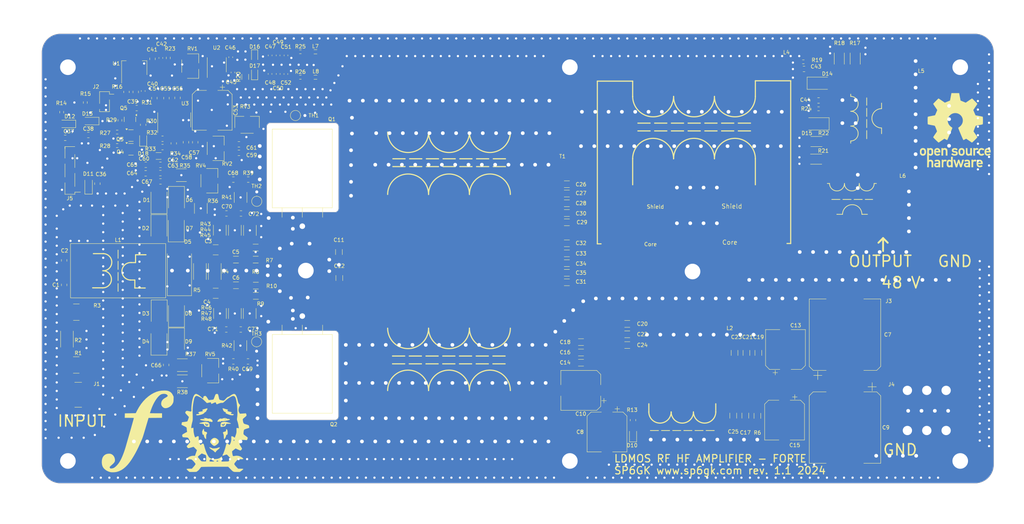
<source format=kicad_pcb>
(kicad_pcb (version 20240108) (generator "pcbnew") (generator_version "8.0")
  (title_block (title "Forte - LDMOS HF RF amplifier 600 W") (date "2023-07-09") (rev "1.0"))
  (layers (0 "F.Cu" signal) (31 "B.Cu" signal) (34 "B.Paste" user) (35 "F.Paste" user) (36 "B.SilkS" user "B.Silkscreen") (37 "F.SilkS" user "F.Silkscreen") (38 "B.Mask" user) (39 "F.Mask" user) (44 "Edge.Cuts" user))
  (net 0 "")
  (net 1 "Net-(C1-Pad1)")
  (net 2 "Net-(C1-Pad2)")
  (net 3 "GND")
  (net 4 "48V_IN")
  (net 5 "Net-(C5-Pad2)")
  (net 6 "/Bias_regulation/A_MOS_G")
  (net 7 "Net-(C6-Pad2)")
  (net 8 "/Bias_regulation/B_MOS_G")
  (net 9 "Net-(C26-Pad2)")
  (net 10 "Net-(C31-Pad2)")
  (net 11 "+48V")
  (net 12 "Net-(U2--)")
  (net 13 "Net-(U3-VREF)")
  (net 14 "Net-(D12-A2)")
  (net 15 "Net-(D13-A2)")
  (net 16 "Net-(U1-VI)")
  (net 17 "Net-(D14-K)")
  (net 18 "Net-(D15-K)")
  (net 19 "+5V")
  (net 20 "/To_GateA")
  (net 21 "/To_GateB")
  (net 22 "Net-(U3-+)")
  (net 23 "/Bias_regulation/Bias_DC_IN")
  (net 24 "Net-(U3-FC)")
  (net 25 "Net-(U3--)")
  (net 26 "Net-(C70-Pad1)")
  (net 27 "/Bias_regulation/Bias_Voltage")
  (net 28 "Net-(C71-Pad1)")
  (net 29 "Net-(D10-A)")
  (net 30 "Net-(C68-Pad1)")
  (net 31 "Net-(C69-Pad1)")
  (net 32 "Net-(D1-K)")
  (net 33 "Net-(D3-A)")
  (net 34 "Net-(D6-A)")
  (net 35 "Net-(D8-K)")
  (net 36 "Net-(D18-A)")
  (net 37 "Net-(D14-A)")
  (net 38 "Net-(D15-A)")
  (net 39 "Net-(L7-Pad2)")
  (net 40 "Net-(J1-In)")
  (net 41 "+12V")
  (net 42 "/SWR_Meter/OUT")
  (net 43 "/SWR_Meter/IN")
  (net 44 "Net-(Q2-G)")
  (net 45 "Net-(Q1-G)")
  (net 46 "Net-(Q3-E)")
  (net 47 "Net-(Q3-C)")
  (net 48 "Net-(Q4-B)")
  (net 49 "Net-(Q3-B)")
  (net 50 "Net-(L8-Pad2)")
  (net 51 "/Bias_regulation/Bias_EN")
  (net 52 "/SWR_Meter/FWD_PWR")
  (net 53 "/SWR_Meter/REF_PWR")
  (net 54 "Net-(R23-Pad2)")
  (net 55 "/Bias_regulation/~{HIGH_SWR}")
  (net 56 "Net-(U3-ILIM)")
  (net 57 "Net-(R35-Pad2)")
  (net 58 "Net-(R36-Pad1)")
  (net 59 "Net-(R37-Pad2)")
  (net 60 "Net-(R38-Pad1)")
  (net 61 "Net-(U2-+)")
  (net 62 "Net-(RV3-Pad3)")
  (net 70 "Net-(Q5-S)")
  (net 71 "/AMOS_D")
  (net 72 "/BMOS_D")
  (net 73 "/ATLT_OUT")
  (net 74 "/BTLT_OUT")
  (footprint "Diode_SMD:D_SMB" (layer "F.Cu") (at 60.15 84.35 90)
    (property "Reference" "D7")
    (property "Value" "4.7")
  )
  (footprint "Capacitor_SMD:C_0805_2012Metric_Pad1.18x1.45mm_HandSolder" (layer "F.Cu") (at 79.5 71.25)
    (property "Reference" "R39")
    (property "Value" "4.7k")
  )
  (footprint "Diode_SMD:D_SOD-323" (layer "F.Cu") (at 81.2292 37.9222 -90)
    (property "Reference" "D16")
    (property "Value" "SD12_SOD323")
  )
  (footprint "Capacitor_SMD:C_0805_2012Metric_Pad1.18x1.45mm_HandSolder" (layer "F.Cu") (at 228.981 41.4528 180)
    (property "Reference" "C43")
    (property "Value" "100n")
  )
  (footprint "Capacitor_SMD:C_1206_3216Metric_Pad1.33x1.80mm_HandSolder" (layer "F.Cu") (at 216.45 134.85 -90)
    (property "Reference" "R6")
    (property "Value" "47k")
  )
  (footprint "Forte_PA_lib:M5_screw_terminal_Keystone" (layer "F.Cu") (at 262 111.8)
    (property "Reference" "J3")
    (property "Value" "Keystone M5")
  )
  (footprint "Connector_PinHeader_2.54mm:PinHeader_1x05_P2.54mm_Vertical_SMD_Pin1Left" (layer "F.Cu") (at 31.545 68.79 180)
    (property "Reference" "J5")
    (property "Value" "Conn_01x05")
  )
  (footprint "Potentiometer_SMD:Potentiometer_Bourns_3269W_Vertical" (layer "F.Cu") (at 69.285 122.7 90)
    (property "Reference" "RV5")
    (property "Value" "500")
  )
  (footprint "Capacitor_SMD:C_0603_1608Metric_Pad1.08x0.95mm_HandSolder" (layer "F.Cu") (at 75.4 42.4 -90)
    (property "Reference" "C45")
    (property "Value" "100n")
  )
  (footprint "Capacitor_SMD:C_0603_1608Metric_Pad1.08x0.95mm_HandSolder" (layer "F.Cu") (at 89.662 37.8217 -90)
    (property "Reference" "C51")
    (property "Value" "10n")
  )
  (footprint "TXRX_rel_lib:FT82_trafo" (layer "F.Cu") (at 249.75 54.55)
    (property "Reference" "L5")
    (property "Value" "FT50-61 30T 1T RG-142 coax" (hide yes))
  )
  (footprint "Resistor_SMD:R_0805_2012Metric_Pad1.20x1.40mm_HandSolder" (layer "F.Cu") (at 59.475 61.5 -90)
    (property "Reference" "R34")
    (property "Value" "14k")
  )
  (footprint "Capacitor_SMD:C_0805_2012Metric_Pad1.18x1.45mm_HandSolder" (layer "F.Cu") (at 51.95 67.25 180)
    (property "Reference" "C65")
    (property "Value" "100n")
  )
  (footprint "Resistor_SMD:R_2010_5025Metric_Pad1.40x2.65mm_HandSolder" (layer "F.Cu") (at 232.25 65.75 180)
    (property "Reference" "R21")
    (property "Value" "100")
  )
  (footprint "Resistor_SMD:R_2512_6332Metric_Pad1.40x3.35mm_HandSolder" (layer "F.Cu") (at 30.75 114.2 90)
    (property "Reference" "R2")
    (property "Value" "18")
  )
  (footprint "Capacitor_SMD:CP_Elec_10x10.5" (layer "F.Cu") (at 168.95 128 180)
    (property "Reference" "C10")
    (property "Value" "10u")
  )
  (footprint "Resistor_SMD:R_0603_1608Metric_Pad0.98x0.95mm_HandSolder" (layer "F.Cu") (at 93.5247 36.8565)
    (property "Reference" "R25")
    (property "Value" "100")
  )
  (footprint "Capacitor_SMD:CP_Elec_10x10.5" (layer "F.Cu") (at 69.8 52.6 -90)
    (property "Reference" "C53")
    (property "Value" "47u")
  )
  (footprint "Capacitor_SMD:C_0805_2012Metric_Pad1.18x1.45mm_HandSolder" (layer "F.Cu") (at 49.25 47.65 -90)
    (property "Reference" "C39")
    (property "Value" "10u")
  )
  (footprint "Diode_SMD:D_SMF" (layer "F.Cu") (at 30.75 56.25 180)
    (property "Reference" "D12")
    (property "Value" "Protection TVS 5V")
  )
  (footprint "Capacitor_SMD:C_1206_3216Metric_Pad1.33x1.80mm_HandSolder" (layer "F.Cu") (at 165.1975 77.62)
    (property "Reference" "C28")
    (property "Value" "22n")
  )
  (footprint "Resistor_SMD:R_1812_4532Metric_Pad1.30x3.40mm_HandSolder" (layer "F.Cu") (at 77.45 76.05 -90)
    (property "Reference" "R41")
    (property "Value" "100")
  )
  (footprint "Package_SO:SO-14_3.9x8.65mm_P1.27mm" (layer "F.Cu") (at 59.61 55.175 90)
    (property "Reference" "U3")
    (property "Value" "LM723_DIP14")
  )
  (footprint "Capacitor_SMD:C_0805_2012Metric_Pad1.18x1.45mm_HandSolder" (layer "F.Cu") (at 77 61.75)
    (property "Reference" "C61")
    (property "Value" "100n")
  )
  (footprint "Resistor_SMD:R_1812_4532Metric_Pad1.30x3.40mm_HandSolder" (layer "F.Cu") (at 75.9 84.9 -90)
    (property "Reference" "R43")
    (property "Value" "100")
  )
  (footprint "Capacitor_SMD:C_1206_3216Metric_Pad1.33x1.80mm_HandSolder" (layer "F.Cu") (at 181.445 110.1)
    (property "Reference" "C20")
    (property "Value" "22n")
  )
  (footprint "Capacitor_SMD:C_0805_2012Metric_Pad1.18x1.45mm_HandSolder" (layer "F.Cu") (at 51.9125 69.575 180)
    (property "Reference" "C64")
    (property "Value" "1u")
  )
  (footprint "Diode_SMD:D_SMF" (layer "F.Cu") (at 37 55.5 180)
    (property "Reference" "D13")
    (property "Value" "Protection TVS 5V")
  )
  (footprint "Forte_PA_lib:M5_screw_terminal_Keystone" (layer "F.Cu") (at 262 133.4)
    (property "Reference" "J4")
    (property "Value" "Keystone M5")
  )
  (footprint "Potentiometer_SMD:Potentiometer_Bourns_3269W_Vertical" (layer "F.Cu") (at 79.2 56.5 180)
    (property "Reference" "RV3")
    (property "Value" "10k")
  )
  (footprint "Resistor_SMD:R_1206_3216Metric_Pad1.30x1.75mm_HandSolder" (layer "F.Cu") (at 78.7 43.6 90)
    (property "Reference" "R20")
    (property "Value" "10k")
  )
  (footprint "Potentiometer_SMD:Potentiometer_Bourns_3269W_Vertical" (layer "F.Cu") (at 69.065 71.56 90)
    (property "Reference" "RV4")
    (property "Value" "500")
  )
  (footprint "Diode_SMD:D_SMA" (layer "F.Cu") (at 233.325 45.3)
    (property "Reference" "D14")
    (property "Value" "1N4148W")
  )
  (footprint "Resistor_THT:R_Axial_DIN0207_L6.3mm_D2.5mm_P2.54mm_Vertical" (layer "F.Cu") (at 92.21 54)
    (property "Reference" "TH1")
    (property "Value" "5k")
  )
  (footprint "Resistor_SMD:R_2816_7142Metric_Pad3.20x4.45mm_HandSolder" (layer "F.Cu") (at 33.274 106.934)
    (property "Reference" "R3")
    (property "Value" "300")
  )
  (footprint "Capacitor_SMD:C_1206_3216Metric_Pad1.33x1.80mm_HandSolder" (layer "F.Cu") (at 165.2 82.75)
    (property "Reference" "C29")
    (property "Value" "100n")
  )
  (footprint "Resistor_SMD:R_1812_4532Metric_Pad1.30x3.40mm_HandSolder" (layer "F.Cu") (at 75.9 107.3 90)
    (property "Reference" "R47")
    (property "Value" "100")
  )
  (footprint "Package_TO_SOT_SMD:SOT-223-3_TabPin2" (layer "F.Cu") (at 48.85 41.175 90)
    (property "Reference" "U1")
    (property "Value" "AMS1117-5.0")
  )
  (footprint "Package_SO:SOIC-8_3.9x4.9mm_P1.27mm" (layer "F.Cu") (at 71.045 40.35 90)
    (property "Reference" "U2")
    (property "Value" "OP07")
  )
  (footprint "Potentiometer_SMD:Potentiometer_Bourns_3269W_Vertical" (layer "F.Cu") (at 70.75 62.84 90)
    (property "Reference" "RV2")
    (property "Value" "10k")
  )
  (footprint "Capacitor_SMD:C_1206_3216Metric_Pad1.33x1.80mm_HandSolder" (layer "F.Cu") (at 81.55 99.8)
    (property "Reference" "R10")
    (property "Value" "4.7")
  )
  (footprint "Resistor_THT:R_Axial_DIN0207_L6.3mm_D2.5mm_P2.54mm_Vertical" (layer "F.Cu") (at 81.75 114.9 -90)
    (property "Reference" "TH3")
    (property "Value" "5k")
  )
  (footprint "Diode_SMD:D_SMB" (layer "F.Cu") (at 60.2 107.3 90)
    (property "Reference" "D8")
    (property "Value" "4.7")
  )
  (footprint "Capacitor_SMD:C_1206_3216Metric_Pad1.33x1.80mm_HandSolder" (layer "F.Cu") (at 165.2 80.25)
    (property "Reference" "C30")
    (property "Value" "22n")
  )
  (footprint "Diode_SMD:D_SMC_Handsoldering" (layer "F.Cu") (at 61 95.6 90)
    (property "Reference" "D5")
    (property "Value" "D_TVS")
  )
  (footprint "Package_TO_SOT_SMD:SOT-23" (layer "F.Cu") (at 47.7 55.0375 -90)
    (property "Reference" "Q5")
    (property "Value" "AO3400A")
  )
  (footprint "Capacitor_SMD:C_1206_3216Metric_Pad1.33x1.80mm_HandSolder" (layer "F.Cu") (at 165.2 72.5)
    (property "Reference" "C26")
    (property "Value" "22n")
  )
  (footprint "Diode_SMD:D_SMB" (layer "F.Cu") (at 55.5 76.75 90)
    (property "Reference" "D1")
    (property "Value" "1N4148WT")
  )
  (footprint "Package_TO_SOT_THT:TO-247-3_Horizontal_TabDown" (layer "F.Cu") (at 99.5 108 180)
    (property "Reference" "Q2")
    (property "Value" "MRF300BN")
  )
  (footprint "Resistor_SMD:R_1812_4532Metric_Pad1.30x3.40mm_HandSolder" (layer "F.Cu") (at 61.515 70.06)
    (property "Reference" "R35")
    (property "Value" "100")
  )
  (footprint "Capacitor_SMD:C_1206_3216Metric_Pad1.33x1.80mm_HandSolder" (layer "F.Cu") (at 55.3974 64.897)
    (property "Reference" "C60")
    (property "Value" "100p")
  )
  (footprint "Resistor_SMD:R_0805_2012Metric_Pad1.20x1.40mm_HandSolder" (layer "F.Cu") (at 49.5 52)
    (property "Reference" "R31")
    (property "Value" "10")
  )
  (footprint "Capacitor_SMD:C_0805_2012Metric_Pad1.18x1.45mm_HandSolder" (layer "F.Cu") (at 77.55 80.375)
    (property "Reference" "C72")
    (property "Value" "100n")
  )
  (footprint "Capacitor_SMD:C_1206_3216Metric_Pad1.33x1.80mm_HandSolder" (layer "F.Cu") (at 81.55 102.55)
    (property "Reference" "R9")
    (property "Value" "4.7")
  )
  (footprint "Capacitor_SMD:C_0805_2012Metric_Pad1.18x1.45mm_HandSolder" (layer "F.Cu") (at 30 93 -90)
    (property "Reference" "C2")
    (property "Value" "22p")
  )
  (footprint "Capacitor_SMD:CP_Elec_10x10.5" (layer "F.Cu") (at 176 139.2 -90)
    (property "Reference" "C8")
    (property "Value" "33u")
  )
  (footprint "Capacitor_SMD:C_0603_1608Metric_Pad1.08x0.95mm_HandSolder" (layer "F.Cu") (at 85.3694 42.8001 90)
    (property "Reference" "C48")
    (property "Value" "1u")
  )
  (footprint "Resistor_SMD:R_1812_4532Metric_Pad1.30x3.40mm_HandSolder" (layer "F.Cu") (at 77.4 115.95 90)
    (property "Reference" "R42")
    (property "Value" "100")
  )
  (footprint "Capacitor_SMD:C_0805_2012Metric_Pad1.18x1.45mm_HandSolder" (layer "F.Cu") (at 79.4375 120.2)
    (property "Reference" "C69")
    (property "Value" "100n")
  )
  (footprint "Capacitor_SMD:C_1206_3216Metric_Pad1.33x1.80mm_HandSolder" (layer "F.Cu") (at 210.3 117.9 90)
    (property "Reference" "C23")
    (property "Value" "22n")
  )
  (footprint "Capacitor_SMD:C_0603_1608Metric_Pad1.08x0.95mm_HandSolder" (layer "F.Cu") (at 87.5584 42.8001 90)
    (property "Reference" "C50")
    (property "Value" "100n")
  )
  (footprint "Forte_PA_lib:TLT_Trafo" (layer "F.Cu") (at 133 94)
    (property "Reference" "T1")
    (property "Value" "Transformer_1P_1S")
  )
  (footprint "Capacitor_SMD:C_1206_3216Metric_Pad1.33x1.80mm_HandSolder" (layer "F.Cu") (at 169 115 180)
    (property "Reference" "C18")
    (property "Value" "100n")
  )
  (footprint "Forte_PA_lib:Binocular_trafo_small" (layer "F.Cu") (at 44.5 95.7875)
    (property "Reference" "L1")
    (property "Value" "4:1")
  )
  (footprint "Diode_SMD:D_SMB" (layer "F.Cu") (at 55.5 84.35 -90)
    (property "Reference" "D2")
    (property "Value" "4.7")
  )
  (footprint "Capacitor_SMD:C_0603_1608Metric_Pad1.08x0.95mm_HandSolder" (layer "F.Cu") (at 89.6366 42.8244 90)
    (property "Reference" "C52")
    (property "Value" "10n")
  )
  (footprint "Capacitor_SMD:C_1206_3216Metric_Pad1.33x1.80mm_HandSolder" (layer "F.Cu") (at 81.5 89.55)
    (property "Reference" "R7")
    (property "Value" "4.7")
  )
  (footprint "Resistor_SMD:R_1812_4532Metric_Pad1.30x3.40mm_HandSolder" (layer "F.Cu") (at 79.9 107.3 90)
    (property "Reference" "R48")
    (property "Value" "100")
  )
  (footprint "Connector_Coaxial:SMA_Amphenol_132134-10_Vertical" (layer "F.Cu") (at 33.775 129.175 90)
    (property "Reference" "J1")
    (property "Value" "SMA")
  )
  (footprint "Capacitor_SMD:C_0603_1608Metric_Pad1.08x0.95mm_HandSolder" (layer "F.Cu") (at 87.5284 37.8217 -90)
    (property "Reference" "C49")
    (property "Value" "100n")
  )
  (footprint "Diode_SMD:D_SMB" (layer "F.Cu") (at 60.2 114.85 -90)
    (property "Reference" "D9")
    (property "Value" "1N4148WT")
  )
  (footprint "Resistor_SMD:R_1812_4532Metric_Pad1.30x3.40mm_HandSolder" (layer "F.Cu") (at 79.95 84.925 -90)
    (property "Reference" "R45")
    (property "Value" "100")
  )
  (footprint "Capacitor_SMD:C_1206_3216Metric_Pad1.33x1.80mm_HandSolder" (layer "F.Cu") (at 165.2 98.9)
    (property "Reference" "C31")
    (property "Value" "22n")
  )
  (footprint "Resistor_SMD:R_0805_2012Metric_Pad1.20x1.40mm_HandSolder" (layer "F.Cu") (at 183 136 -90)
    (property "Reference" "R13")
    (property "Value" "x")
  )
  (footprint "logo_wolf" (layer "F.Cu") (at 70.4 139.45)
    (property "Reference" "G***" (hide yes))
    (property "Value" "LOGO" (hide yes))
  )
  (footprint "Resistor_SMD:R_0603_1608Metric_Pad0.98x0.95mm_HandSolder" (layer "F.Cu") (at 228.8032 39.5478 180)
    (property "Reference" "R19")
    (property "Value" "10k")
  )
  (footprint "Capacitor_SMD:C_1206_3216Metric_Pad1.33x1.80mm_HandSolder" (layer "F.Cu") (at 169 120.55 180)
    (property "Reference" "C14")
    (property "Value" "100n")
  )
  (footprint "Capacitor_SMD:C_0805_2012Metric_Pad1.18x1.45mm_HandSolder" (layer "F.Cu") (at 55.875 69.5)
    (property "Reference" "C63")
    (property "Value" "10u")
  )
  (footprint "Capacitor_SMD:CP_Elec_10x10.5" (layer "F.Cu") (at 223.75 136 -90)
    (property "Reference" "C15")
    (property "Value" "10u")
  )
  (footprint "Diode_SMD:D_SMA" (layer "F.Cu") (at 232.225 56.25 180)
    (property "Reference" "D15")
    (property "Value" "1N4148W")
  )
  (footprint "Capacitor_SMD:C_0603_1608Metric_Pad1.08x0.95mm_HandSolder" (layer "F.Cu") (at 51.25 47.4 -90)
    (property "Reference" "C40")
    (property "Value" "100n")
  )
  (footprint "Package_TO_SOT_SMD:SOT-23" (layer "F.Cu") (at 47.9625 59.4)
    (property "Reference" "Q3")
    (property "Value" "BC846")
  )
  (footprint "Resistor_SMD:R_0603_1608Metric_Pad0.98x0.95mm_HandSolder" (layer "F.Cu") (at 232.9 52.2 180)
    (property "Reference" "R24")
    (property "Value" "10k")
  )
  (footprint "Capacitor_SMD:C_1206_3216Metric_Pad1.33x1.80mm_HandSolder" (layer "F.Cu") (at 209.95 134.8 -90)
    (property "Reference" "C25")
    (property "Value" "10n")
  )
  (footprint "Symbol:OSHW-Logo_19x20mm_SilkScreen" (layer "F.Cu") (at 269.65 57.95)
    (property "Reference" "REF**" (hide yes))
    (property "Value" "OSHW-Logo_19x20mm_SilkScreen" (hide yes))
  )
  (footprint "Resistor_SMD:R_2010_5025Metric_Pad1.40x2.65mm_HandSolder" (layer "F.Cu") (at 238.475 38.675 -90)
    (property "Reference" "R18")
    (property "Value" "100")
  )
  (footprint "Capacitor_SMD:C_0805_2012Metric_Pad1.18x1.45mm_HandSolder" (layer "F.Cu") (at 30.275 60)
    (property "Reference" "C37")
    (property "Value" "100n")
  )
  (footprint "Capacitor_SMD:C_1206_3216Metric_Pad1.33x1.80mm_HandSolder" (layer "F.Cu") (at 181.4375 112.9)
    (property "Reference" "C22")
    (property "Value" "22n")
  )
  (footprint "Capacitor_SMD:CP_Elec_18x17.5" (layer "F.Cu") (at 240 113 90)
    (property "Reference" "C7")
    (property "Value" "330u")
  )
  (footprint "Potentiometer_SMD:Potentiometer_Bourns_3269W_Vertical" (layer "F.Cu") (at 63.91 40.7 90)
    (property "Reference" "RV1")
    (property "Value" "10k")
  )
  (footprint "Resistor_SMD:R_2816_7142Metric_Pad3.20x4.45mm_HandSolder" (layer "F.Cu") (at 33.25 121.158)
    (property "Reference" "R1")
    (property "Value" "300")
  )
  (footprint "Capacitor_SMD:C_1206_3216Metric_Pad1.33x1.80mm_HandSolder" (layer "F.Cu") (at 213.5 117.905 90)
    (property "Reference" "C21")
    (property "Value" "100n")
  )
  (footprint "Resistor_SMD:R_0805_2012Metric_Pad1.20x1.40mm_HandSolder" (layer "F.Cu") (at 51.25 56.5 -90)
    (property "Reference" "R30")
    (property "Value" "470")
  )
  (footprint "Capacitor_SMD:C_0805_2012Metric_Pad1.18x1.45mm_HandSolder" (layer "F.Cu") (at 54.25 49.3125 90)
    (property "Reference" "C54")
    (property "Value" "10u")
  )
  (footprint "Resistor_SMD:R_2010_5025Metric_Pad1.40x2.65mm_HandSolder" (layer "F.Cu") (at 242.75 38.675 -90)
    (property "Reference" "R17")
    (property "Value" "100")
  )
  (footprint "Capacitor_SMD:C_0805_2012Metric_Pad1.18x1.45mm_HandSolder" (layer "F.Cu") (at 62.75 61.2 -90)
    (property "Reference" "C58")
    (property "Value" "100n")
  )
  (footprint "Capacitor_SMD:C_0805_2012Metric_Pad1.18x1.45mm_HandSolder" (layer "F.Cu") (at 75.5 120.2 180)
    (property "Reference" "R40")
    (property "Value" "4.7k")
  )
  (footprint "TXRX_rel_lib:FT82_trafo" (layer "F.Cu") (at 241.95 80.6 -90)
    (property "Reference" "L6")
    (property "Value" "FT82-61 30T 1T-RG213 coax")
  )
  (footprint "Inductor_SMD:L_0805_2012Metric_Pad1.05x1.20mm_HandSolder" (layer "F.Cu") (at 97.5868 43.6891 180)
    (property "Reference" "L8")
    (property "Value" "100u")
  )
  (footprint "Diode_SMD:D_SMB" (layer "F.Cu") (at 55.5 114.85 90)
    (property "Reference" "D4")
    (property "Value" "1N4148WT")
  )
  (footprint "Capacitor_SMD:C_0805_2012Metric_Pad1.18x1.45mm_HandSolder" (layer "F.Cu") (at 75.5 71.25 180)
    (property "Reference" "C68")
    (property "Value" "100n")
  )
  (footprint "logo_silk" (layer "F.Cu") (at 49.75 139)
    (property "Reference" "G***" (hide yes))
    (property "Value" "LOGO" (hide yes))
  )
  (footprint "Capacitor_SMD:C_1206_3216Metric_Pad1.33x1.80mm_HandSolder" (layer "F.Cu") (at 104 97.75 90)
    (property "Reference" "C12")
    (property "Value" "100p")
  )
  (footprint "Resistor_SMD:R_0805_2012Metric_Pad1.20x1.40mm_HandSolder" (layer "F.Cu") (at 56.45 62.5)
    (property "Reference" "R33")
    (property "Value" "2.2k")
  )
  (footprint "Capacitor_SMD:C_1210_3225Metric_Pad1.33x2.70mm_HandSolder" (layer "F.Cu") (at 70.75 101.85)
    (property "Reference" "C4")
    (property "Value" "100n")
  )
  (footprint "Capacitor_SMD:C_0805_2012Metric_Pad1.18x1.45mm_HandSolder" (layer "F.Cu") (at 232.9 49.95 180)
    (property "Reference" "C44")
    (property "Value" "100n")
  )
  (footprint "Resistor_SMD:R_0603_1608Metric_Pad0.98x0.95mm_HandSolder" (layer "F.Cu") (at 45 55.3 -90)
    (property "Reference" "R29")
    (property "Value" "10k")
  )
  (footprint "Capacitor_SMD:CP_Elec_10x10.5" (layer "F.Cu") (at 224 117 90)
    (property "Reference" "C13")
    (property "Value" "33u")
  )
  (footprint "Resistor_SMD:R_1812_4532Metric_Pad1.30x3.40mm_HandSolder" (layer "F.Cu") (at 61.785 125.55 180)
    (property "Reference" "R38")
    (property "Value" "100")
  )
  (footprint "Capacitor_SMD:C_0805_2012Metric_Pad1.18x1.45mm_HandSolder" (layer "F.Cu") (at 57.435 121.15 -90)
    (property "Reference" "C66")
    (property "Value" "100n")
  )
  (footprint "Resistor_SMD:R_2010_5025Metric_Pad1.40x2.65mm_HandSolder" (layer "F.Cu") (at 232.325 61 180)
    (property "Reference" "R22")
    (property "Value" "100")
  )
  (footprint "Capacitor_SMD:C_1206_3216Metric_Pad1.33x1.80mm_HandSolder" (layer "F.Cu") (at 165.2 96.35)
    (property "Reference" "C35")
    (property "Value" "22n")
  )
  (footprint "Capacitor_SMD:C_1210_3225Metric_Pad1.33x2.70mm_HandSolder" (layer "F.Cu") (at 70.75 90.15)
    (property "Reference" "C3")
    (property "Value" "100n")
  )
  (footprint "Forte_PA_lib:EMI_inductor" (layer "F.Cu") (at 196.25 126 180)
    (property "Reference" "L2")
    (property "Value" "12 uH 20 A")
  )
  (footprint "Diode_SMD:D_SMB" (layer "F.Cu") (at 55.55 107.3 -90)
    (property "Reference" "D3")
    (property "Value" "4.7")
  )
  (footprint "Resistor_SMD:R_0603_1608Metric_Pad0.98x0.95mm_HandSolder" (layer "F.Cu") (at 58 38.5 -90)
    (property "Reference" "R23")
    (property "Value" "1k")
  )
  (footprint "Capacitor_SMD:C_1206_3216Metric_Pad1.33x1.80mm_HandSolder" (layer "F.Cu") (at 216.7 117.9 90)
    (property "Reference" "C19")
    (property "Value" "100n")
  )
  (footprint "Connector_PinSocket_2.54mm:PinSocket_1x02_P2.54mm_Vertical_SMD_Pin1Right" (layer "F.Cu") (at 40.85 50.27)
    (property "Reference" "J2")
    (property "Value" "5.08mm")
  )
  (footprint "Capacitor_SMD:C_0805_2012Metric_Pad1.18x1.45mm_HandSolder" (layer "F.Cu") (at 60.5 49.25 90)
    (property "Reference" "C56")
    (property "Value" "100n")
  )
  (footprint "Resistor_SMD:R_2512_6332Metric" (layer "F.Cu") (at 66.5 96 -90)
    (property "Reference" "R5")
    (property "Value" "33")
  )
  (footprint "Diode_SMD:D_SMB" (layer "F.Cu") (at 60.2 76.75 -90)
    (property "Reference" "D6")
    (property "Value" "1N4148WT")
  )
  (footprint "Capacitor_SMD:C_0805_2012Metric_Pad1.18x1.45mm_HandSolder" (layer "F.Cu") (at 65.25 61.2 -90)
    (property "Reference" "C57")
    (property "Value" "10u")
  )
  (footprint "Capacitor_SMD:C_1206_3216Metric_Pad1.33x1.80mm_HandSolder" (layer "F.Cu") (at 165.2 88.4)
    (property "Reference" "C32")
    (property "Value" "22n")
  )
  (footprint "Capacitor_SMD:C_1206_3216Metric_Pad1.33x1.80mm_HandSolder" (layer "F.Cu") (at 213.2 134.795 -90)
    (property "Reference" "C17")
    (property "Value" "1u")
  )
  (footprint "Resistor_SMD:R_0805_2012Metric_Pad1.20x1.40mm_HandSolder" (layer "F.Cu") (at 56.45 60.25)
    (property "Reference" "R32")
    (property "Value" "10")
  )
  (footprint "Diode_SMD:D_SMF" (layer "F.Cu") (at 36.575 72.8 90)
    (property "Reference" "D11")
    (property "Value" "3.6")
  )
  (footprint "Resistor_SMD:R_2512_6332Metric" (layer "F.Cu") (at 70.5 96 -90)
    (property "Reference" "R4")
    (property "Value" "33")
  )
  (footprint "Package_TO_SOT_SMD:SOT-23" (layer "F.Cu") (at 47.9625 63.1)
    (property "Reference" "Q4")
    (property "Value" "BC846")
  )
  (footprint "Package_TO_SOT_THT:TO-247-3_Horizontal_TabDown" (layer "F.Cu") (at 88.6 83.8)
    (property "Reference" "Q1")
    (property "Value" "MRF300AN")
  )
  (footprint "Resistor_SMD:R_1812_4532Metric_Pad1.30x3.40mm_HandSolder" (layer "F.Cu") (at 71.85 84.875 -90)
    (property "Reference" "R44")
    (property "Value" "100")
  )
  (footprint "Capacitor_SMD:C_1206_3216Metric_Pad1.33x1.80mm_HandSolder" (layer "F.Cu") (at 165.2 93.75)
    (property "Reference" "C34")
    (property "Value" "22n")
  )
  (footprint "Resistor_SMD:R_0603_1608Metric_Pad0.98x0.95mm_HandSolder" (layer "F.Cu") (at 44.25 58.45)
    (property "Reference" "R27")
    (property "Value" "1k")
  )
  (footprint "Resistor_SMD:R_1812_4532Metric_Pad1.30x3.40mm_HandSolder" (layer "F.Cu") (at 71.9 107.3 90)
    (property "Reference" "R46")
    (property "Value" "100")
  )
  (footprint "Resistor_THT:R_Axial_DIN0207_L6.3mm_D2.5mm_P2.54mm_Vertical" (layer "F.Cu") (at 81.8 77.1 90)
    (property "Reference" "TH2")
    (property "Value" "5k")
  )
  (footprint "Capacitor_SMD:C_0805_2012Metric_Pad1.18x1.45mm_HandSolder" (layer "F.Cu") (at 30 99.6 90)
    (property "Reference" "C1")
    (property "Value" "33n")
  )
  (footprint "Capacitor_SMD:C_0805_2012Metric_Pad1.18x1.45mm_HandSolder" (layer "F.Cu") (at 77.5 111.6)
    (property "Reference" "C73")
    (property "Value" "100n")
  )
  (footprint "Resistor_SMD:R_0805_2012Metric_Pad1.20x1.40mm_HandSolder" (layer "F.Cu") (at 46.75 47.65 90)
    (property "Reference" "R16")
    (property "Value" "10")
  )
  (footprint "Forte_PA_lib:Coax_connector" (layer "F.Cu") (at 249.95 80.65)
    (property "Reference" "J6" (hide yes))
    (property "Value" "Conn_Coaxial")
  )
  (footprint "Capacitor_SMD:C_0805_2012Metric_Pad1.18x1.45mm_HandSolder" (layer "F.Cu") (at 36.5 59.25)
    (property "Reference" "C38")
    (property "Value" "100n")
  )
  (footprint "Resistor_SMD:R_0603_1608Metric_Pad0.98x0.95mm_HandSolder" (layer "F.Cu") (at 29.325 53.0875 -90)
    (property "Reference" "R14")
    (property "Value" "100")
  )
  (footprint "Capacitor_SMD:C_1206_3216Metric_Pad1.33x1.80mm_HandSolder" (layer "F.Cu") (at 81.5125 92.8)
    (property "Reference" "R8")
    (property "Value" "4.7")
  )
  (footprint "Capacitor_SMD:C_1206_3216Metric_Pad1.33x1.80mm_HandSolder" (layer "F.Cu") (at 76.2 92.8 180)
    (property "Reference" "C5")
    (property "Value" "100n")
  )
  (footprint "Capacitor_SMD:C_1206_3216Metric_Pad1.33x1.80mm_HandSolder" (layer "F.Cu") (at 181.445 115.8)
    (property "Reference" "C24")
    (property "Value" "10n")
  )
  (footprint "Capacitor_SMD:C_0805_2012Metric_Pad1.18x1.45mm_HandSolder" (layer "F.Cu") (at 73.65 80.375 180)
    (property "Reference" "C70")
    (property "Value" "1u")
  )
  (footprint "Resistor_SMD:R_0603_1608Metric_Pad0.98x0.95mm_HandSolder" (layer "F.Cu") (at 44.25 62.1)
    (property "Reference" "R28")
    (property "Value" "1k")
  )
  (footprint "Capacitor_SMD:C_1206_3216Metric_Pad1.33x1.80mm_HandSolder" (layer "F.Cu") (at 103.9 90.75 90)
    (property "Reference" "C11")
    (property "Value" "100p")
  )
  (footprint "Capacitor_SMD:C_0805_2012Metric_Pad1.18x1.45mm_HandSolder" (layer "F.Cu") (at 55.8875 67.275)
    (property "Reference" "C62")
    (property "Value" "10u")
  )
  (footprint "Capacitor_SMD:C_1206_3216Metric_Pad1.33x1.80mm_HandSolder" (layer "F.Cu") (at 165.2 91.1)
    (property "Reference" "C33")
    (property "Value" "22n")
  )
  (footprint "Capacitor_SMD:C_0603_1608Metric_Pad1.08x0.95mm_HandSolder" (layer "F.Cu") (at 74.803 38.3032 -90)
    (property "Reference" "C46")
    (property "Value" "100n")
  )
  (footprint "Capacitor_SMD:C_0805_2012Metric_Pad1.18x1.45mm_HandSolder" (layer "F.Cu") (at 53.75 38.75 -90)
    (property "Reference" "C41")
    (property "Value" "10u")
  )
  (footprint "Inductor_SMD:L_0805_2012Metric_Pad1.05x1.20mm_HandSolder" (layer "F.Cu") (at 97.5868 36.8565 180)
    (property "Reference" "L7")
    (property "Value" "100u")
  )
  (footprint "Capacitor_SMD:C_0603_1608Metric_Pad1.08x0.95mm_HandSolder" (layer "F.Cu") (at 56 38.5 -90)
    (property "Reference" "C42")
    (property "Value" "100n")
  )
  (footprint "Capacitor_SMD:C_0805_2012Metric_Pad1.18x1.45mm_HandSolder" (layer "F.Cu") (at 57.5 49.3125 90)
    (property "Reference" "C55")
    (property "Value" "1u")
  )
  (footprint "Capacitor_SMD:C_1206_3216Metric_Pad1.33x1.80mm_HandSolder" (layer "F.Cu") (at 165.1975 75)
    (property "Reference" "C27")
    (property "Value" "22n")
  )
  (footprint "Capacitor_SMD:C_1206_3216Metric_Pad1.33x1.80mm_HandSolder" (layer "F.Cu") (at 76.2 99.7 180)
    (property "Reference" "C6")
    (property "Value" "100n")
  )
  (footprint "Diode_SMD:D_SOD-323" (layer "F.Cu") (at 81.2292 42.7736 90)
    (property "Reference" "D17")
    (property "Value" "SD12_SOD323")
  )
  (footprint "Capacitor_SMD:C_0603_1608Metric_Pad1.08x0.95mm_HandSolder" (layer "F.Cu") (at 85.3948 37.8217 -90)
    (property "Reference" "C47")
    (property "Value" "1u")
  )
  (footprint "Capacitor_SMD:C_0805_2012Metric_Pad1.18x1.45mm_HandSolder" (layer "F.Cu") (at 55.9 71.75 180)
    (property "Reference" "C67")
    (property "Value" "100n")
  )
  (footprint "Capacitor_SMD:C_0805_2012Metric_Pad1.18x1.45mm_HandSolder" (layer "F.Cu") (at 38.925 72.35 -90)
    (property "Reference" "C36")
    (property "Value" "100n")
  )
  (footprint "Resistor_SMD:R_1812_4532Metric_Pad1.30x3.40mm_HandSolder" (layer "F.Cu") (at 66.75 79 -90)
    (property "Reference" "R36")
    (property "Value" "100")
  )
  (footprint "Capacitor_SMD:C_0805_2012Metric_Pad1.18x1.45mm_HandSolder" (layer "F.Cu") (at 73.6 111.6 180)
    (property "Reference" "C71")
    (property "Value" "1u")
  )
  (footprint "Resistor_SMD:R_0603_1608Metric_Pad0.98x0.95mm_HandSolder" (layer "F.Cu") (at 35.6875 50.5 -90)
    (property "Reference" "R15")
    (property "Value" "100")
  )
  (footprint "LED_SMD:LED_0805_2012Metric_Pad1.15x1.40mm_HandSolder" (layer "F.Cu") (at 183 140 90)
    (property "Reference" "D10")
    (property "Value" "48V_LED")
  )
  (footprint "Capacitor_SMD:C_1206_3216Metric_Pad1.33x1.80mm_HandSolder" (layer "F.Cu") (at 169 117.8 180)
    (property "Reference" "C16")
    (property "Value" "100n")
  )
  (footprint "Resistor_SMD:R_0603_1608Metric_Pad0.98x0.95mm_HandSolder" (layer "F.Cu") (at 93.5247 43.6891)
    (property "Reference" "R26")
    (property "Value" "100")
  )
  (footprint "LED_SMD:LED_0805_2012Metric_Pad1.15x1.40mm_HandSolder" (layer "F.Cu") (at 51.25 60.4 90)
    (property "Reference" "D18")
    (property "Value" "BIAS_LED")
  )
  (footprint "Capacitor_SMD:CP_Elec_18x17.5" (layer "F.Cu") (at 240 138 -90)
    (property "Reference" "C9")
    (property "Value" "330u")
  )
  (footprint "Forte_PA_lib:Trafo_623-2661102002" (layer "F.Cu") (at 199.4 65.65 -90)
    (property "Reference" "L4")
    (property "Value" "2x mat 43. 4T RG174 50 Ohm")
  )
  (footprint "Resistor_SMD:R_1812_4532Metric_Pad1.30x3.40mm_HandSolder" (layer "F.Cu") (at 61.785 121.2)
    (property "Reference" "R37")
    (property "Value" "100")
  )
  (footprint "Capacitor_SMD:C_0805_2012Metric_Pad1.18x1.45mm_HandSolder" (layer "F.Cu") (at 77 64.05)
    (property "Reference" "C59")
    (property "Value" "10u")
  )
  (gr_line (start 250.25 87) (end 249 88.25) (stroke (width 0.5)) (layer "F.SilkS"))
  (gr_line (start 250.25 87) (end 251.5 88.25) (stroke (width 0.5)) (layer "F.SilkS"))
  (gr_line (start 250.25 90.5) (end 250.25 87) (stroke (width 0.5)) (layer "F.SilkS"))
  (gr_arc (start 103.792893 79) (mid 103.5 79.707107) (end 102.792893 80) (stroke (width 0.1)) (layer "Edge.Cuts"))
  (gr_arc (start 24 37) (mid 25.464466 33.464466) (end 29 32) (stroke (width 0.1)) (layer "Edge.Cuts"))
  (gr_arc (start 85.478553 135.95) (mid 84.771446 135.657107) (end 84.478553 134.95) (stroke (width 0.1)) (layer "Edge.Cuts"))
  (gr_arc (start 275 32) (mid 278.535534 33.464466) (end 280 37) (stroke (width 0.1)) (layer "Edge.Cuts"))
  (gr_arc (start 102.792893 56) (mid 103.5 56.292893) (end 103.792893 57) (stroke (width 0.1)) (layer "Edge.Cuts"))
  (gr_line (start 85.478553 111.95) (end 102.771446 111.95) (stroke (width 0.1)) (layer "Edge.Cuts"))
  (gr_line (start 102.792893 80) (end 85.5 80) (stroke (width 0.1)) (layer "Edge.Cuts"))
  (gr_line (start 84.5 79) (end 84.5 57) (stroke (width 0.1)) (layer "Edge.Cuts"))
  (gr_line (start 103.771446 112.95) (end 103.771446 134.95) (stroke (width 0.1)) (layer "Edge.Cuts"))
  (gr_arc (start 84.5 57) (mid 84.792893 56.292893) (end 85.5 56) (stroke (width 0.1)) (layer "Edge.Cuts"))
  (gr_line (start 103.792893 57) (end 103.792893 79) (stroke (width 0.1)) (layer "Edge.Cuts"))
  (gr_line (start 275 153) (end 29 153) (stroke (width 0.1)) (layer "Edge.Cuts"))
  (gr_line (start 24 148) (end 24 37) (stroke (width 0.1)) (layer "Edge.Cuts"))
  (gr_arc (start 103.771446 134.95) (mid 103.478553 135.657105) (end 102.771446 135.95) (stroke (width 0.1)) (layer "Edge.Cuts"))
  (gr_line (start 29 32) (end 275 32) (stroke (width 0.1)) (layer "Edge.Cuts"))
  (gr_arc (start 85.5 80) (mid 84.792893 79.707107) (end 84.5 79) (stroke (width 0.1)) (layer "Edge.Cuts"))
  (gr_line (start 85.5 56) (end 102.792893 56) (stroke (width 0.1)) (layer "Edge.Cuts"))
  (gr_line (start 102.771446 135.95) (end 85.478553 135.95) (stroke (width 0.1)) (layer "Edge.Cuts"))
  (gr_line (start 84.478553 134.95) (end 84.478553 112.95) (stroke (width 0.1)) (layer "Edge.Cuts"))
  (gr_line (start 280 37) (end 280 148) (stroke (width 0.1)) (layer "Edge.Cuts"))
  (gr_arc (start 84.478553 112.95) (mid 84.771446 112.242893) (end 85.478553 111.95) (stroke (width 0.1)) (layer "Edge.Cuts"))
  (gr_arc (start 102.771446 111.95) (mid 103.478555 112.242892) (end 103.771446 112.95) (stroke (width 0.1)) (layer "Edge.Cuts"))
  (gr_arc (start 280 148) (mid 278.535534 151.535533) (end 275 153) (stroke (width 0.1)) (layer "Edge.Cuts"))
  (gr_arc (start 29 153) (mid 25.464467 151.535534) (end 24 148) (stroke (width 0.1)) (layer "Edge.Cuts"))
  (gr_text "48 V" (at 249.5 100.75 0) (layer "F.SilkS") (effects (font (size 3 3) (thickness 0.4)) (justify left bottom)))
  (gr_text "GND" (at 250 145.75 0) (layer "F.SilkS") (effects (font (size 3 3) (thickness 0.4) (bold yes)) (justify left bottom)))
  (gr_text "LDMOS RF HF AMPLIFIER - FORTE\nSP6GK www.sp6gk.com rev. 1.1 2024\n" (at 177.75 150.75 0) (layer "F.SilkS") (effects (font (size 2 2) (thickness 0.3) (bold yes)) (justify left bottom)))
  (gr_text "INPUT" (at 28 138 0) (layer "F.SilkS") (effects (font (size 3 3) (thickness 0.4) (bold yes)) (justify left bottom)))
  (gr_text "GND" (at 264.75 95 0) (layer "F.SilkS") (effects (font (size 3 3) (thickness 0.4) (bold yes)) (justify left bottom)))
  (gr_text "OUTPUT" (at 240.75 95 0) (layer "F.SilkS") (effects (font (size 3 3) (thickness 0.4) (bold yes)) (justify left bottom)))
  (segment (start 30.75 107.635355) (end 30.75 111.15) (width 2) (layer "F.Cu") (net 1))
  (segment (start 30.225 101.1125) (end 29.75 100.6375) (width 1) (layer "F.Cu") (net 1))
  (segment (start 30.7 107.514644) (end 30.7 102.259251) (width 1) (layer "F.Cu") (net 1))
  (arc (start 30.225 101.1125) (mid 30.576551 101.638633) (end 30.7 102.259251) (width 1) (layer "F.Cu") (net 1))
  (arc (start 30.725 107.575) (mid 30.743502 107.602691) (end 30.75 107.635355) (width 1) (layer "F.Cu") (net 1))
  (arc (start 30.7 107.514644) (mid 30.706497 107.547308) (end 30.725 107.575) (width 1) (layer "F.Cu") (net 1))
  (segment (start 32.2625 92.7875) (end 34 92.7875) (width 1) (layer "F.Cu") (net 2))
  (segment (start 30.981249 93.768749) (end 31.065358 93.684641) (width 1.5) (layer "F.Cu") (net 2))
  (segment (start 30 96.137697) (end 30 98.3125) (width 1.5) (layer "F.Cu") (net 2))
  (segment (start 33.23125 92.7875) (end 34.5 92.7875) (width 1.5) (layer "F.Cu") (net 2))
  (arc (start 33.23125 92.7875) (mid 32.059077 93.020659) (end 31.065358 93.684641) (width 1.5) (layer "F.Cu") (net 2))
  (arc (start 30.981249 93.768749) (mid 30.255018 94.855631) (end 30 96.137697) (width 1.5) (layer "F.Cu") (net 2))
  (segment (start 227.9435 42.057604) (end 227.9435 42.147751) (width 1) (layer "F.Cu") (net 3))
  (segment (start 183 141.025) (end 180.054378 141.025) (width 1) (layer "F.Cu") (net 3))
  (segment (start 230.525 52.475) (end 230.25 52.75) (width 1) (layer "F.Cu") (net 3))
  (segment (start 183 141.025) (end 187.3659 141.025) (width 1) (layer "F.Cu") (net 3))
  (segment (start 187.6375 141.1375) (end 187.75 141.25) (width 1) (layer "F.Cu") (net 3))
  (segment (start 227.9435 41.654401) (end 227.9435 42.057604) (width 0.25) (layer "F.Cu") (net 3))
  (segment (start 226.291748 43.799503) (end 226 43.799503) (width 1) (layer "F.Cu") (net 3))
  (segment (start 230.35 49.85) (end 230.25 49.75) (width 1) (layer "F.Cu") (net 3))
  (segment (start 227.9435 41.654401) (end 227.9435 41.4528) (width 0.25) (layer "F.Cu") (net 3))
  (segment (start 177.1875 142.2125) (end 176 143.4) (width 1) (layer "F.Cu") (net 3))
  (segment (start 226.789794 43.593205) (end 227.737202 42.645797) (width 1) (layer "F.Cu") (net 3))
  (segment (start 230.591421 49.95) (end 231.8625 49.95) (width 1) (layer "F.Cu") (net 3))
  (segment (start 231.188908 52.2) (end 231.9875 52.2) (width 1) (layer "F.Cu") (net 3))
  (via (at 96 88.5) (size 1.75) (drill 1) (layers "F.Cu" "B.Cu") (net 3))
  (via (at 101.8286 51.054) (size 1) (drill 0.6) (layers "F.Cu" "B.Cu") (net 3))
  (via (at 93.0656 40.3352) (size 1) (drill 0.6) (layers "F.Cu" "B.Cu") (net 3))
  (via (at 36.55 33.25) (size 1) (drill 0.6) (layers "F.Cu" "B.Cu") (net 3))
  (via (at 245.85 33.25) (size 1) (drill 0.6) (layers "F.Cu" "B.Cu") (net 3))
  (via (at 25 104.05) (size 1) (drill 0.6) (layers "F.Cu" "B.Cu") (net 3))
  (via (at 276.25 127.7) (size 1) (drill 0.6) (layers "F.Cu" "B.Cu") (net 3))
  (via (at 186.75 113) (size 1.75) (drill 1) (layers "F.Cu" "B.Cu") (net 3))
  (via (at 63.231296 84.974792) (size 1) (drill 0.6) (layers "F.Cu" "B.Cu") (net 3))
  (via (at 199.5 148) (size 1) (drill 0.6) (layers "F.Cu" "B.Cu") (net 3))
  (via (at 58.25 151.5) (size 1) (drill 0.6) (layers "F.Cu" "B.Cu") (net 3))
  (via (at 135.166664 141.75) (size 1.75) (drill 1) (layers "F.Cu" "B.Cu") (net 3))
  (via (at 242.916664 98.25) (size 1.75) (drill 1) (layers "F.Cu" "B.Cu") (net 3))
  (via (at 276.25 134.6) (size 1) (drill 0.6) (layers "F.Cu" "B.Cu") (net 3))
  (via (at 127.249998 115.75) (size 1.75) (drill 1) (layers "F.Cu" "B.Cu") (net 3))
  (via (at 141.58333 126) (size 1.75) (drill 1) (layers "F.Cu" "B.Cu") (net 3))
  (via (at 30.75 134.75) (size 1) (drill 0.6) (layers "F.Cu" "B.Cu") (net 3))
  (via (at 43 130) (size 1) (drill 0.6) (layers "F.Cu" "B.Cu") (net 3))
  (via (at 58.5 46.75) (size 1) (drill 0.6) (layers "F.Cu" "B.Cu") (net 3))
  (via (at 276.25 120.8) (size 1) (drill 0.6) (layers "F.Cu" "B.Cu") (net 3))
  (via (at 50.25 91.05) (size 1) (drill 0.6) (layers "F.Cu" "B.Cu") (net 3))
  (via (at 278.75 117.7) (size 1) (drill 0.6) (layers "F.Cu" "B.Cu") (net 3))
  (via (at 28 100.55) (size 1) (drill 0.6) (layers "F.Cu" "B.Cu") (net 3))
  (via (at 142.35 33.25) (size 1) (drill 0.6) (layers "F.Cu" "B.Cu") (net 3))
  (via (at 45.75 105.55) (size 1) (drill 0.6) (layers "F.Cu" "B.Cu") (net 3))
  (via (at 184.55 151.5) (size 1) (drill 0.6) (layers "F.Cu" "B.Cu") (net 3))
  (via (at 60.55 151.5) (size 1) (drill 0.6) (layers "F.Cu" "B.Cu") (net 3))
  (via (at 131.583331 141.75) (size 1.75) (drill 1) (layers "F.Cu" "B.Cu") (net 3))
  (via (at 159.5 115.75) (size 1.75) (drill 1) (layers "F.Cu" "B.Cu") (net 3))
  (via (at 82 124.25) (size 1.75) (drill 1) (layers "F.Cu" "B.Cu") (net 3))
  (via (at 276.25 95.5) (size 1) (drill 0.6) (layers "F.Cu" "B.Cu") (net 3))
  (via (at 156.15 33.25) (size 1) (drill 0.6) (layers "F.Cu" "B.Cu") (net 3))
  (via (at 209.85 151.5) (size 1) (drill 0.6) (layers "F.Cu" "B.Cu") (net 3))
  (via (at 91.5 81.5) (size 1.75) (drill 1) (layers "F.Cu" "B.Cu") (net 3))
  (via (at 260.833329 98.25) (size 1.75) (drill 1) (layers "F.Cu" "B.Cu") (net 3))
  (via (at 152 38) (size 1) (drill 0.6) (layers "F.Cu" "B.Cu") (net 3))
  (via (at 107.4 54.6) (size 1.75) (drill 1) (layers "F.Cu" "B.Cu") (net 3))
  (via (at 106 38) (size 1) (drill 0.6) (layers "F.Cu" "B.Cu") (net 3))
  (via (at 278.75 67.45) (size 1) (drill 0.6) (layers "F.Cu" "B.Cu") (net 3))
  (via (at 100.5078 49.149) (size 1) (drill 0.6) (layers "F.Cu" "B.Cu") (net 3))
  (via (at 70.5 80.75) (size 1) (drill 0.6) (layers "F.Cu" "B.Cu") (net 3))
  (via (at 45.75 119.35) (size 1) (drill 0.6) (layers "F.Cu" "B.Cu") (net 3))
  (via (at 137.999997 115.75) (size 1.75) (drill 1) (layers "F.Cu" "B.Cu") (net 3))
  (via (at 183.583332 53) (size 1.75) (drill 1) (layers "F.Cu" "B.Cu") (net 3))
  (via (at 190.3 148) (size 1) (drill 0.6) (layers "F.Cu" "B.Cu") (net 3))
  (via (at 97.2 46.9) (size 1) (drill 0.6) (layers "F.Cu" "B.Cu") (net 3))
  (via (at 115.75 151.5) (size 1) (drill 0.6) (layers "F.Cu" "B.Cu") (net 3))
  (via (at 218.25 33.25) (size 1) (drill 0.6) (layers "F.Cu" "B.Cu") (net 3))
  (via (at 183.333332 62.25) (size 1.75) (drill 1) (layers "F.Cu" "B.Cu") (net 3))
  (via (at 153.333329 58.75) (size 1.75) (drill 1) (layers "F.Cu" "B.Cu") (net 3))
  (via (at 45.75 103.25) (size 1) (drill 0.6) (layers "F.Cu" "B.Cu") (net 3))
  (via (at 107.15 75.6) (size 1.75) (drill 1) (layers "F.Cu" "B.Cu") (net 3))
  (via (at 148.749996 126) (size 1.75) (drill 1) (layers "F.Cu" "B.Cu") (net 3))
  (via (at 50.25 104.85) (size 1) (drill 0.6) (layers "F.Cu" "B.Cu") (net 3))
  (via (at 228.25 151.5) (size 1) (drill 0.6) (layers "F.Cu" "B.Cu") (net 3))
  (via (at 278.75 69.75) (size 1) (drill 0.6) (layers "F.Cu" "B.Cu") (net 3))
  (via (at 28 114.35) (size 1) (drill 0.6) (layers "F.Cu" "B.Cu") (net 3))
  (via (at 156.916662 50) (size 1.75) (drill 1) (layers "F.Cu" "B.Cu") (net 3))
  (via (at 84.4078 49.149) (size 1) (drill 0.6) (layers "F.Cu" "B.Cu") (net 3))
  (via (at 278.75 120) (size 1) (drill 0.6) (layers "F.Cu" "B.Cu") (net 3))
  (via (at 183.749999 103.25) (size 1.75) (drill 1) (layers "F.Cu" "B.Cu") (net 3))
  (via (at 260.45 151.5) (size 1) (drill 0.6) (layers "F.Cu" "B.Cu") (net 3))
  (via (at 108.85 151.5) (size 1) (drill 0.6) (layers "F.Cu" "B.Cu") (net 3))
  (via (at 278.75 138.4) (size 1) (drill 0.6) (layers "F.Cu" "B.Cu") (net 3))
  (via (at 231.416669 90.75) (size 1.75) (drill 1) (layers "F.Cu" "B.Cu") (net 3))
  (via (at 278.75 115.4) (size 1) (drill 0.6) (layers "F.Cu" "B.Cu") (net 3))
  (via (at 106.8 146.5) (size 1) (drill 0.6) (layers "F.Cu" "B.Cu") (net 3))
  (via (at 142.8 38) (size 1) (drill 0.6) (layers "F.Cu" "B.Cu") (net 3))
  (via (at 85.85 151.5) (size 1) (drill 0.6) (layers "F.Cu" "B.Cu") (net 3))
  (via (at 160.5 58.75) (size 1.75) (drill 1) (layers "F.Cu" "B.Cu") (net 3))
  (via (at 155.916662 135.5) (size 1.75) (drill 1) (layers "F.Cu" "B.Cu") (net 3))
  (via (at 152.333329 126) (size 1.75) (drill 1) (layers "F.Cu" "B.Cu") (net 3))
  (via (at 41.6 65.6) (size 1) (drill 0.6) (layers "F.Cu" "B.Cu") (net 3))
  (via (at 82 131.75) (size 1.75) (drill 1) (layers "F.Cu" "B.Cu") (net 3))
  (via (at 48.75 129.75) (size 1) (drill 0.6) (layers "F.Cu" "B.Cu") (net 3))
  (via (at 88.166663 141.75) (size 1.75) (drill 1) (layers "F.Cu" "B.Cu") (net 3))
  (via (at 213.65 33.25) (size 1) (drill 0.6) (layers "F.Cu" "B.Cu") (net 3))
  (via (at 170.75 151.5) (size 1) (drill 0.6) (layers "F.Cu" "B.Cu") (net 3))
  (via (at 25 108.65) (size 1) (drill 0.6) (layers "F.Cu" "B.Cu") (net 3))
  (via (at 149.25 33.25) (size 1) (drill 0.6) (layers "F.Cu" "B.Cu") (net 3))
  (via (at 259 50.083335) (size 1.75) (drill 1) (layers "F.Cu" "B.Cu") (net 3))
  (via (at 54.25 53) (size 1) (drill 0.6) (layers "F.Cu" "B.Cu") (net 3))
  (via (at 79.2 146.5) (size 1) (drill 0.6) (layers "F.Cu" "B.Cu") (net 3))
  (via (at 206.4 148) (size 1) (drill 0.6) (layers "F.Cu" "B.Cu") (net 3))
  (via (at 45.75 112.45) (size 1) (drill 0.6) (layers "F.Cu" "B.Cu") (net 3))
  (via (at 31.7 87.75) (size 1) (drill 0.6) (layers "F.Cu" "B.Cu") (net 3))
  (via (at 149.7 38) (size 1) (drill 0.6) (layers "F.Cu" "B.Cu") (net 3))
  (via (at 221.416666 98.25) (size 1.75) (drill 1) (layers "F.Cu" "B.Cu") (net 3))
  (via (at 104.5 146.5) (size 1) (drill 0.6) (layers "F.Cu" "B.Cu") (net 3))
  (via (at 62.85 151.5) (size 1) (drill 0.6) (layers "F.Cu" "B.Cu") (net 3))
  (via (at 89.45 33.25) (size 1) (drill 0.6) (layers "F.Cu" "B.Cu") (net 3))
  (via (at 124.416665 141.75) (size 1.75) (drill 1) (layers "F.Cu" "B.Cu") (net 3))
  (via (at 77.416664 141.75) (size 1.75) (drill 1) (layers "F.Cu" "B.Cu") (net 3))
  (via (at 113.666666 67.25) (size 1.75) (drill 1) (layers "F.Cu" "B.Cu") (net 3))
  (via (at 74.2 43.2) (size 1) (drill 0.6) (layers "F.Cu" "B.Cu") (net 3))
  (via (at 215.95 33.25) (size 1) (drill 0.6) (layers "F.Cu" "B.Cu") (net 3))
  (via (at 224.999999 98.25) (size 1.75) (drill 1) (layers "F.Cu" "B.Cu") (net 3))
  (via (at 98.2078 49.149) (size 1) (drill 0.6) (layers "F.Cu" "B.Cu") (net 3))
  (via (at 43.75 46) (size 1) (drill 0.6) (layers "F.Cu" "B.Cu") (net 3))
  (via (at 183.4 148) (size 1) (drill 0.6) (layers "F.Cu" "B.Cu") (net 3))
  (via (at 96.35 33.25) (size 1) (drill 0.6) (layers "F.Cu" "B.Cu") (net 3))
  (via (at 275.75 54.7) (size 1) (drill 0.6) (layers "F.Cu" "B.Cu") (net 3))
  (via (at 225.15 33.25) (size 1) (drill 0.6) (layers "F.Cu" "B.Cu") (net 3))
  (via (at 99.9 146.5) (size 1) (drill 0.6) (layers "F.Cu" "B.Cu") (net 3))
  (via (at 70.5 79.25) (size 1) (drill 0.6) (layers "F.Cu" "B.Cu") (net 3))
  (via (at 105.55 33.25) (size 1) (drill 0.6) (layers "F.Cu" "B.Cu") (net 3))
  (via (at 25 140.85) (size 1) (drill 0.6) (layers "F.Cu" "B.Cu") (net 3))
  (via (at 45.75 98.65) (size 1) (drill 0.6) (layers "F.Cu" "B.Cu") (net 3))
  (via (at 259 39.333331) (size 1.75) (drill 1) (layers "F.Cu" "B.Cu") (net 3))
  (via (at 91.5 108.75) (size 1.75) (drill 1) (layers "F.Cu" "B.Cu") (net 3))
  (via (at 83.55 151.5) (size 1) (drill 0.6) (layers "F.Cu" "B.Cu") (net 3))
  (via (at 107.15 67.35) (size 1.75) (drill 1) (layers "F.Cu" "B.Cu") (net 3))
  (via (at 174.8 38) (size 1) (drill 0.6) (layers "F.Cu" "B.Cu") (net 3))
  (via (at 155.916662 115.75) (size 1.75) (drill 1) (layers "F.Cu" "B.Cu") (net 3))
  (via (at 190.9 38) (size 1) (drill 0.6) (layers "F.Cu" "B.Cu") (net 3))
  (via (at 29.75 79.25) (size 1) (drill 0.6) (layers "F.Cu" "B.Cu") (net 3))
  (via (at 25 55.75) (size 1) (drill 0.6) (layers "F.Cu" "B.Cu") (net 3))
  (via (at 172.25 33.25) (size 1) (drill 0.6) (layers "F.Cu" "B.Cu") (net 3))
  (via (at 66.5 85.5) (size 1) (drill 0.6) (layers "F.Cu" "B.Cu") (net 3))
  (via (at 61.515 70.06) (size 1) (drill 0.6) (layers "F.Cu" "B.Cu") (net 3))
  (via (at 59.75 46.75) (size 1) (drill 0.6) (layers "F.Cu" "B.Cu") (net 3))
  (via (at 28 91.35) (size 1) (drill 0.6) (layers "F.Cu" "B.Cu") (net 3))
  (via (at 217.833333 98.25) (size 1.75) (drill 1) (layers "F.Cu" "B.Cu") (net 3))
  (via (at 276.25 93.2) (size 1) (drill 0.6) (layers "F.Cu" "B.Cu") (net 3))
  (via (at 70.5 111.25) (size 1) (drill 0.6) (layers "F.Cu" "B.Cu") (net 3))
  (via (at 243.45 69.95) (size 1.75) (drill 1) (layers "F.Cu" "B.Cu") (net 3))
  (via (at 74.35 151.5) (size 1) (drill 0.6) (layers "F.Cu" "B.Cu") (net 3))
  (via (at 82 127.75) (size 1.75) (drill 1) (layers "F.Cu" "B.Cu") (net 3))
  (via (at 126.7 38) (size 1) (drill 0.6) (layers "F.Cu" "B.Cu") (net 3))
  (via (at 39 75) (size 1) (drill 0.6) (layers "F.Cu" "B.Cu") (net 3))
  (via (at 124.666665 58.75) (size 1.75) (drill 1) (layers "F.Cu" "B.Cu") (net 3))
  (via (at 85.7 46.9) (size 1) (drill 0.6) (layers "F.Cu" "B.Cu") (net 3))
  (via (at 213.3 148) (size 1) (drill 0.6) (layers "F.Cu" "B.Cu") (net 3))
  (via (at 45.75 94.05) (size 1) (drill 0.6) (layers "F.Cu" "B.Cu") (net 3))
  (via (at 278.75 140.7) (size 1) (drill 0.6) (layers "F.Cu" "B.Cu") (net 3))
  (via (at 130.833331 135.5) (size 1.75) (drill 1) (layers "F.Cu" "B.Cu") (net 3))
  (via (at 85 81.6) (size 1.75) (drill 1) (layers "F.Cu" "B.Cu") (net 3))
  (via (at 222.85 33.25) (size 1) (drill 0.6) (layers "F.Cu" "B.Cu") (net 3))
  (via (at 59 64.25) (size 1) (drill 0.6) (layers "F.Cu" "B.Cu") (net 3))
  (via (at 110.083333 141.75) (size 1.75) (drill 1) (layers "F.Cu" "B.Cu") (net 3))
  (via (at 75.75 44.5) (size 1) (drill 0.6) (layers "F.Cu" "B.Cu") (net 3))
  (via (at 113.45 151.5) (size 1) (drill 0.6) (layers "F.Cu" "B.Cu") (net 3))
  (via (at 144.65 33.25) (size 1) (drill 0.6) (layers "F.Cu" "B.Cu") (net 3))
  (via (at 40.5 87.7) (size 1) (drill 0.6) (layers "F.Cu" "B.Cu") (net 3))
  (via (at 181.45 33.25) (size 1) (drill 0.6) (layers "F.Cu" "B.Cu") (net 3))
  (via (at 151.55 33.25) (size 1) (drill 0.6) (layers "F.Cu" "B.Cu") (net 3))
  (via (at 222.5 148) (size 1) (drill 0.6) (layers "F.Cu" "B.Cu") (net 3))
  (via (at 195.25 33.25) (size 1) (drill 0.6) (layers "F.Cu" "B.Cu") (net 3))
  (via (at 25 101.75) (size 1) (drill 0.6) (layers "F.Cu" "B.Cu") (net 3))
  (via (at 28 89.05) (size 1) (drill 0.6) (layers "F.Cu" "B.Cu") (net 3))
  (via (at 190.916665 103.25) (size 1.75) (drill 1) (layers "F.Cu" "B.Cu") (net 3))
  (via (at 276.25 123.1) (size 1) (drill 0.6) (layers "F.Cu" "B.Cu") (net 3))
  (via (at 146.166663 50) (size 1.75) (drill 1) (layers "F.Cu" "B.Cu") (net 3))
  (via (at 99.5286 51.054) (size 1) (drill 0.6) (layers "F.Cu" "B.Cu") (net 3))
  (via (at 196.05 151.5) (size 1) (drill 0.6) (layers "F.Cu" "B.Cu") (net 3))
  (via (at 129 38) (size 1) (drill 0.6) (layers "F.Cu" "B.Cu") (net 3))
  (via (at 169 62.25) (size 1.75) (drill 1) (layers "F.Cu" "B.Cu") (net 3))
  (via (at 276.25 107) (size 1) (drill 0.6) (layers "F.Cu" "B.Cu") (net 3))
  (via (at 116 146.5) (size 1) (drill 0.6) (layers "F.Cu" "B.Cu") (net 3))
  (via (at 223.65 151.5) (size 1) (drill 0.6) (layers "F.Cu" "B.Cu") (net 3))
  (via (at 105.75 115.75) (size 1.75) (drill 1) (layers "F.Cu" "B.Cu") (net 3))
  (via (at 198.499999 141.25) (size 1.75) (drill 1) (layers "F.Cu" "B.Cu") (net 3))
  (via (at 127.999998 141.75) (size 1.75) (drill 1) (layers "F.Cu" "B.Cu") (net 3))
  (via (at 120.35 151.5) (size 1) (drill 0.6) (layers "F.Cu" "B.Cu") (net 3))
  (via (at 197.8 38) (size 1) (drill 0.6) (layers "F.Cu" "B.Cu") (net 3))
  (via (at 75.9 84.9) (size 1) (drill 0.6) (layers "F.Cu" "B.Cu") (net 3))
  (via (at 49.5 123.75) (size 1) (drill 0.6) (layers "F.Cu" "B.Cu") (net 3))
  (via (at 123.666665 135.5) (size 1.75) (drill 1) (layers "F.Cu" "B.Cu") (net 3))
  (via (at 95.3 146.5) (size 1) (drill 0.6) (layers "F.Cu" "B.Cu") (net 3))
  (via (at 45.75 96.35) (size 1) (drill 0.6) (layers "F.Cu" "B.Cu") (net 3))
  (via (at 50.25 88.75) (size 1) (drill 0.6) (layers "F.Cu" "B.Cu") (net 3))
  (via (at 159.5 126) (size 1.75) (drill 1) (layers "F.Cu" "B.Cu") (net 3))
  (via (at 36.5 61.5) (size 1) (drill 0.6) (layers "F.Cu" "B.Cu") (net 3))
  (via (at 45.75 82.55) (size 1) (drill 0.6) (layers "F.Cu" "B.Cu") (net 3))
  (via (at 137.75 33.25) (size 1) (drill 0.6) (layers "F.Cu" "B.Cu") (net 3))
  (via (at 197.916664 53) (size 1.75) (drill 1) (layers "F.Cu" "B.Cu") (net 3))
  (via (at 122.65 151.5) (size 1) (drill 0.6) (layers "F.Cu" "B.Cu") (net 3))
  (via (at 52.65 33.25) (size 1) (drill 0.6) (layers "F.Cu" "B.Cu") (net 3))
  (via (at 25 122.45) (size 1) (drill 0.6) (layers "F.Cu" "B.Cu") (net 3))
  (via (at 131.833331 50) (size 1.75) (drill 1) (layers "F.Cu" "B.Cu") (net 3))
  (via (at 135.416664 50) (size 1.75) (drill 1) (layers "F.Cu" "B.Cu") (net 3))
  (via (at 197.2 148) (size 1) (drill 0.6) (layers "F.Cu" "B.Cu") (net 3))
  (via (at 152.333329 135.5) (size 1.75) (drill 1) (layers "F.Cu" "B.Cu") (net 3))
  (via (at 257 133.5) (size 1.75) (drill 1) (layers "F.Cu" "B.Cu") (net 3))
  (via (at 99.5 46.9) (size 1) (drill 0.6) (layers "F.Cu" "B.Cu") (net 3))
  (via (at 191.333333 141.25) (size 1.75) (drill 1) (layers "F.Cu" "B.Cu") (net 3))
  (via (at 130.833331 115.75) (size 1.75) (drill 1) (layers "F.Cu" "B.Cu") (net 3))
  (via (at 40.5 126.8) (size 1) (drill 0.6) (layers "F.Cu" "B.Cu") (net 3))
  (via (at 200.1 38) (size 1) (drill 0.6) (layers "F.Cu" "B.Cu") (net 3))
  (via (at 161.75 151.5) (size 1) (drill 0.6) (layers "F.Cu" "B.Cu") (net 3))
  (via (at 97.1 40.4) (size 1) (drill 0.6) (layers "F.Cu" "B.Cu") (net 3))
  (via (at 84.9 109.5) (size 1.75) (drill 1) (layers "F.Cu" "B.Cu") (net 3))
  (via (at 145.65 151.5) (size 1) (drill 0.6) (layers "F.Cu" "B.Cu") (net 3))
  (via (at 76 95.75) (size 1.75) (drill 1) (layers "F.Cu" "B.Cu") (net 3))
  (via (at 143.6 146.5) (size 1) (drill 0.6) (layers "F.Cu" "B.Cu") (net 3))
  (via (at 132.1 146.5) (size 1) (drill 0.6) (layers "F.Cu" "B.Cu") (net 3))
  (via (at 246.65 151.5) (size 1) (drill 0.6) (layers "F.Cu" "B.Cu") (net 3))
  (via (at 45.75 89.45) (size 1) (drill 0.6) (layers "F.Cu" "B.Cu") (net 3))
  (via (at 148.2 146.5) (size 1) (drill 0.6) (layers "F.Cu" "B.Cu") (net 3))
  (via (at 93.6078 49.149) (size 1) (drill 0.6) (layers "F.Cu" "B.Cu") (net 3))
  (via (at 198.35 151.5) (size 1) (drill 0.6) (layers "F.Cu" "B.Cu") (net 3))
  (via (at 66.45 33.25) (size 1) (drill 0.6) (layers "F.Cu" "B.Cu") (net 3))
  (via (at 41.25 52.5) (size 1) (drill 0.6) (layers "F.Cu" "B.Cu") (net 3))
  (via (at 88 101.3) (size 1.75) (drill 1) (layers "F.Cu" "B.Cu") (net 3))
  (via (at 241.25 33.25) (size 1) (drill 0.6) (layers "F.Cu" "B.Cu") (net 3))
  (via (at 257.2 74.450001) (size 1.75) (drill 1) (layers "F.Cu" "B.Cu") (net 3))
  (via (at 120.083332 115.75) (size 1.75) (drill 1) (layers "F.Cu" "B.Cu") (net 3))
  (via (at 97.2286 51.054) (size 1) (drill 0.6) (layers "F.Cu" "B.Cu") (net 3))
  (via (at 78.8286 51.054) (size 1) (drill 0.6) (layers "F.Cu" "B.Cu") (net 3))
  (via (at 109.333333 135.5) (size 1.75) (drill 1) (layers "F.Cu" "B.Cu") (net 3))
  (via (at 117.05 33.25) (size 1) (drill 0.6) (layers "F.Cu" "B.Cu") (net 3))
  (via (at 32.25 58.25) (size 1) (drill 0.6) (layers "F.Cu" "B.Cu") (net 3))
  (via (at 259 46.500002) (size 1.75) (drill 1) (layers "F.Cu" "B.Cu") (net 3))
  (via (at 91 42) (size 1) (drill 0.6) (layers "F.Cu" "B.Cu") (net 3))
  (via (at 141.58333 115.75) (size 1.75) (drill 1) (layers "F.Cu" "B.Cu") (net 3))
  (via (at 106.75 50) (size 1.75) (drill 1) (layers "F.Cu" "B.Cu") (net 3))
  (via (at 278.75 143) (size 1) (drill 0.6) (layers "F.Cu" "B.Cu") (net 3))
  (via (at 236 35.5) (size 1) (drill 0.6) (layers "F.Cu" "B.Cu") (net 3))
  (via (at 78.74 38.9636) (size 1) (drill 0.6) (layers "F.Cu" "B.Cu") (net 3))
  (via (at 28 86.75) (size 1) (drill 0.6) (layers "F.Cu" "B.Cu") (net 3))
  (via (at 95 95.75) (size 9) (drill 4.2) (layers "F.Cu" "B.Cu") (net 3))
  (via (at 278.75 136.1) (size 1) (drill 0.6) (layers "F.Cu" "B.Cu") (net 3))
  (via (at 276.25 116.2) (size 1) (drill 0.6) (layers "F.Cu" "B.Cu") (net 3))
  (via (at 91.5 84.5) (size 1.75) (drill 1) (layers "F.Cu" "B.Cu") (net 3))
  (via (at 276.25 111.6) (size 1) (drill 0.6) (layers "F.Cu" "B.Cu") (net 3))
  (via (at 79.95 84.925) (size 1) (drill 0.6) (layers "F.Cu" "B.Cu") (net 3))
  (via (at 188.6 38) (size 1) (drill 0.6) (layers "F.Cu" "B.Cu") (net 3))
  (via (at 90.3286 51.054) (size 1) (drill 0.6) (layers "F.Cu" "B.Cu") (net 3))
  (via (at 25 69.55) (size 1) (drill 0.6) (layers "F.Cu" "B.Cu") (net 3))
  (via (at 28 116.65) (size 1) (drill 0.6) (layers "F.Cu" "B.Cu") (net 3))
  (via (at 25 87.95) (size 1) (drill 0.6) (layers "F.Cu" "B.Cu") (net 3))
  (via (at 25 115.55) (size 1) (drill 0.6) (layers "F.Cu" "B.Cu") (net 3))
  (via (at 215.416669 113) (size 1.75) (drill 1) (layers "F.Cu" "B.Cu") (net 3))
  (via (at 81.1 46.9) (size 1) (drill 0.6) (layers "F.Cu" "B.Cu") (net 3))
  (via (at 63.25 118) (size 1) (drill 0.6) (layers "F.Cu" "B.Cu") (net 3))
  (via (at 34.25 33.25) (size 1) (drill 0.6) (layers "F.Cu" "B.Cu") (net 3))
  (via (at 31.25 53.75) (size 1) (drill 0.6) (layers "F.Cu" "B.Cu") (net 3))
  (via (at 166 147) (size 9) (drill 4.2) (layers "F.Cu" "B.Cu") (net 3))
  (via (at 150.5 146.5) (size 1) (drill 0.6) (layers "F.Cu" "B.Cu") (net 3))
  (via (at 37.55 151.5) (size 1) (drill 0.6) (layers "F.Cu" "B.Cu") (net 3))
  (via (at 50.25 100.25) (size 1) (drill 0.6) (layers "F.Cu" "B.Cu") (net 3))
  (via (at 276.25 130) (size 1) (drill 0.6) (layers "F.Cu" "B.Cu") (net 3))
  (via (at 219.166662 62.25) (size 1.75) (drill 1) (layers "F.Cu" "B.Cu") (net 3))
  (via (at 201.499997 53) (size 1.75) (drill 1) (layers "F.Cu" "B.Cu") (net 3))
  (via (at 92.75 151.5) (size 1) (drill 0.6) (layers "F.Cu" "B.Cu") (net 3))
  (via (at 79.8078 49.149) (size 1) (drill 0.6) (layers "F.Cu" "B.Cu") (net 3))
  (via (at 226 41.5) (size 1) (drill 0.6) (layers "F.Cu" "B.Cu") (net 3))
  (via (at 25 71.85) (size 1) (drill 0.6) (layers "F.Cu" "B.Cu") (net 3))
  (via (at 88 97) (size 1.75) (drill 1) (layers "F.Cu" "B.Cu") (net 3))
  (via (at 61.785 125.55) (size 1) (drill 0.6) (layers "F.Cu" "B.Cu") (net 3))
  (via (at 131.85 151.5) (size 1) (drill 0.6) (layers "F.Cu" "B.Cu") (net 3))
  (via (at 69.75 40.75) (size 1) (drill 0.6) (layers "F.Cu" "B.Cu") (net 3))
  (via (at 236 37.25) (size 1) (drill 0.6) (layers "F.Cu" "B.Cu") (net 3))
  (via (at 187.333332 103.25) (size 1.75) (drill 1) (layers "F.Cu" "B.Cu") (net 3))
  (via (at 215.999996 103.25) (size 1.75) (drill 1) (layers "F.Cu" "B.Cu") (net 3))
  (via (at 86.1 146.5) (size 1) (drill 0.6) (layers "F.Cu" "B.Cu") (net 3))
  (via (at 253.666663 98.25) (size 1.75) (drill 1) (layers "F.Cu" "B.Cu") (net 3))
  (via (at 25 110.95) (size 1) (drill 0.6) (layers "F.Cu" "B.Cu") (net 3))
  (via (at 116.499999 126) (size 1.75) (drill 1) (layers "F.Cu" "B.Cu") (net 3))
  (via (at 49.05 151.5) (size 1) (drill 0.6) (layers "F.Cu" "B.Cu") (net 3))
  (via (at 193.916666 113) (size 1.75) (drill 1) (layers "F.Cu" "B.Cu") (net 3))
  (via (at 250.45 33.25) (size 1) (drill 0.6) (layers "F.Cu" "B.Cu") (net 3))
  (via (at 28 107.45) (size 1) (drill 0.6) (layers "F.Cu" "B.Cu") (net 3))
  (via (at 59.499999 141.75) (size 1.75) (drill 1) (layers "F.Cu" "B.Cu") (net 3))
  (via (at 276.25 139.2) (size 1) (drill 0.6) (layers "F.Cu" "B.Cu") (net 3))
  (via (at 66 47) (size 1) (drill 0.6) (layers "F.Cu" "B.Cu") (net 3))
  (via (at 242.166668 90.75) (size 1.75) (drill 1) (layers "F.Cu" "B.Cu") (net 3))
  (via (at 193.2 38) (size 1) (drill 0.6) (layers "F.Cu" "B.Cu") (net 3))
  (via (at 229.75 33.25) (size 1) (drill 0.6) (layers "F.Cu" "B.Cu") (net 3))
  (via (at 57.5 124) (size 1) (drill 0.6) (layers "F.Cu" "B.Cu") (net 3))
  (via (at 25 131.65) (size 1) (drill 0.6) (layers "F.Cu" "B.Cu") (net 3))
  (via (at 188.35 33.25) (size 1) (drill 0.6) (layers "F.Cu" "B.Cu") (net 3))
  (via (at 134.416664 115.75) (size 1.75) (drill 1) (layers "F.Cu" "B.Cu") (net 3))
  (via (at 209.05 33.25) (size 1) (drill 0.6) (layers "F.Cu" "B.Cu") (net 3))
  (via (at 278.75 113.1) (size 1) (drill 0.6) (layers "F.Cu" "B.Cu") (net 3))
  (via (at 166 41) (size 9) (drill 4.2) (layers "F.Cu" "B.Cu") (net 3))
  (via (at 160.5 50) (size 1.75) (drill 1) (layers "F.Cu" "B.Cu") (net 3))
  (via (at 50.25 118.65) (size 1) (drill 0.6) (layers "F.Cu" "B.Cu") (net 3))
  (via (at 90.3 46.9) (size 1) (drill 0.6) (layers "F.Cu" "B.Cu") (net 3))
  (via (at 186.3 38) (size 1) (drill 0.6) (layers "F.Cu" "B.Cu") (net 3))
  (via (at 88.0286 51.054) (size 1) (drill 0.6) (layers "F.Cu" "B.Cu") (net 3))
  (via (at 131.583331 67.25) (size 1.75) (drill 1) (layers "F.Cu" "B.Cu") (net 3))
  (via (at 40.5 90) (size 1) (drill 0.6) (layers "F.Cu" "B.Cu") (net 3))
  (via (at 79.5 122.5) (size 1) (drill 0.6) (layers "F.Cu" "B.Cu") (net 3))
  (via (at 45.75 84.85) (size 1) (drill 0.6) (layers "F.Cu" "B.Cu") (net 3))
  (via (at 45.75 87.15) (size 1) (drill 0.6) (layers "F.Cu" "B.Cu") (net 3))
  (via (at 67.25 38) (size 1) (drill 0.6) (layers "F.Cu" "B.Cu") (net 3))
  (via (at 278.75 65.15) (size 1) (drill 0.6) (layers "F.Cu" "B.Cu") (net 3))
  (via (at 190.65 33.25) (size 1) (drill 0.6) (layers "F.Cu" "B.Cu") (net 3))
  (via (at 100.95 33.25) (size 1) (drill 0.6) (layers "F.Cu" "B.Cu") (net 3))
  (via (at 63.1 146.5) (size 1) (drill 0.6) (layers "F.Cu" "B.Cu") (net 3))
  (via (at 46.25 132.25) (size 1) (drill 0.6) (layers "F.Cu" "B.Cu") (net 3))
  (via (at 52 121.25) (size 1) (drill 0.6) (layers "F.Cu" "B.Cu") (net 3))
  (via (at 25 83.35) (size 1) (drill 0.6) (layers "F.Cu" "B.Cu") (net 3))
  (via (at 121.083332 50) (size 1.75) (drill 1) (layers "F.Cu" "B.Cu") (net 3))
  (via (at 149.499996 141.75) (size 1.75) (drill 1) (layers "F.Cu" "B.Cu") (net 3))
  (via (at 239.333331 98.25) (size 1.75) (drill 1) (layers "F.Cu" "B.Cu") (net 3))
  (via (at 110.6 38) (size 1) (drill 0.6) (layers "F.Cu" "B.Cu") (net 3))
  (via (at 52.75 72.75) (size 1) (drill 0.6) (layers "F.Cu" "B.Cu") (net 3))
  (via (at 63.083332 141.75) (size 1.75) (drill 1) (layers "F.Cu" "B.Cu") (net 3))
  (via (at 134.4 146.5) (size 1) (drill 0.6) (layers "F.Cu" "B.Cu") (net 3))
  (via (at 71.9 107.3) (size 1) (drill 0.6) (layers "F.Cu" "B.Cu") (net 3))
  (via (at 63.25 74) (size 1) (drill 0.6) (layers "F.Cu" "B.Cu") (net 3))
  (via (at 35.25 134.75) (size 1) (drill 0.6) (layers "F.Cu" "B.Cu") (net 3))
  (via (at 82 111.25) (size 1) (drill 0.6) (layers "F.Cu" "B.Cu") (net 3))
  (via (at 110.15 33.25) (size 1) (drill 0.6) (layers "F.Cu" "B.Cu") (net 3))
  (via (at 275.75 63.9) (size 1) (drill 0.6) (layers "F.Cu" "B.Cu") (net 3))
  (via (at 239.75 151.5) (size 1) (drill 0.6) (layers "F.Cu" "B.Cu") (net 3))
  (via (at 87.15 33.25) (size 1) (drill 0.6) (layers "F.Cu" "B.Cu") (net 3))
  (via (at 75.25 125) (size 1) (drill 0.6) (layers "F.Cu" "B.Cu") (net 3))
  (via (at 248.95 151.5) (size 1) (drill 0.6) (layers "F.Cu" "B.Cu") (net 3))
  (via (at 276.25 97.8) (size 1) (drill 0.6) (layers "F.Cu" "B.Cu") (net 3))
  (via (at 276.25 113.9) (size 1) (drill 0.6) (layers "F.Cu" "B.Cu") (net 3))
  (via (at 40.75 137.75) (size 1) (drill 0.6) (layers "F.Cu" "B.Cu") (net 3))
  (via (at 187.166665 53) (size 1.75) (drill 1) (layers "F.Cu" "B.Cu") (net 3))
  (via (at 198.383333 83) (size 1.75) (drill 1) (layers "F.Cu" "B.Cu") (net 3))
  (via (at 276.25 104.7) (size 1) (drill 0.6) (layers "F.Cu" "B.Cu") (net 3))
  (via (at 25 113.25) (size 1) (drill 0.6) (layers "F.Cu" "B.Cu") (net 3))
  (via (at 226 39.75) (size 1) (drill 0.6) (layers "F.Cu" "B.Cu") (net 3))
  (via (at 140.5 38) (size 1) (drill 0.6) (layers "F.Cu" "B.Cu") (net 3))
  (via (at 49.75 50.25) (size 1) (drill 0.6) (layers "F.Cu" "B.Cu") (net 3))
  (via (at 153.85 33.25) (size 1) (drill 0.6) (layers "F.Cu" "B.Cu") (net 3))
  (via (at 41.25 51.25) (size 1) (drill 0.6) (layers "F.Cu" "B.Cu") (net 3))
  (via (at 40.5 92.3) (size 1) (drill 0.6) (layers "F.Cu" "B.Cu") (net 3))
  (via (at 102.2 146.5) (size 1) (drill 0.6) (layers "F.Cu" "B.Cu") (net 3))
  (via (at 80 112) (size 1) (drill 0.6) (layers "F.Cu" "B.Cu") (net 3))
  (via (at 194.499998 103.25) (size 1.75) (drill 1) (layers "F.Cu" "B.Cu") (net 3))
  (via (at 76.75 36.75) (size 1) (drill 0.6) (layers "F.Cu" "B.Cu") (net 3))
  (via (at 43.3 64) (size 1) (drill 0.6) (layers "F.Cu" "B.Cu") (net 3))
  (via (at 40.5 101.5) (size 1) (drill 0.6) (layers "F.Cu" "B.Cu") (net 3))
  (via (at 190.499998 62.25) (size 1.75) (drill 1) (layers "F.Cu" "B.Cu") (net 3))
  (via (at 28 102.85) (size 1) (drill 0.6) (layers "F.Cu" "B.Cu") (net 3))
  (via (at 211.35 33.25) (size 1) (drill 0.6) (layers "F.Cu" "B.Cu") (net 3))
  (via (at 80.5 80.25) (size 1) (drill 0.6) (layers "F.Cu" "B.Cu") (net 3))
  (via (at 248.15 33.25) (size 1) (drill 0.6) (layers "F.Cu" "B.Cu") (net 3))
  (via (at 90.7656 40.3352) (size 1) (drill 0.6) (layers "F.Cu" "B.Cu") (net 3))
  (via (at 219.583329 103.25) (size 1.75) (drill 1) (layers "F.Cu" "B.Cu") (net 3))
  (via (at 214.25 98.25) (size 1.75) (drill 1) (layers "F.Cu" "B.Cu") (net 3))
  (via (at 40.5 110.7) (size 1) (drill 0.6) (layers "F.Cu" "B.Cu") (net 3))
  (via (at 278.75 101.6) (size 1) (drill 0.6) (layers "F.Cu" "B.Cu") (net 3))
  (via (at 83.8 146.5) (size 1) (drill 0.6) (layers "F.Cu" "B.Cu") (net 3))
  (via (at 86.1656 40.3352) (size 1) (drill 0.6) (layers "F.Cu" "B.Cu") (net 3))
  (via (at 185.7 148) (size 1) (drill 0.6) (layers "F.Cu" "B.Cu") (net 3))
  (via (at 138.999997 58.75) (size 1.75) (drill 1) (layers "F.Cu" "B.Cu") (net 3))
  (via (at 226 43.799503) (size 1) (drill 0.6) (layers "F.Cu" "B.Cu") (net 3))
  (via (at 137.999997 126) (size 1.75) (drill 1) (layers "F.Cu" "B.Cu") (net 3))
  (via (at 134.416664 135.5) (size 1.75) (drill 1) (layers "F.Cu" "B.Cu") (net 3))
  (via (at 78.8 46.9) (size 1) (drill 0.6) (layers "F.Cu" "B.Cu") (net 3))
  (via (at 226.75 103.25) (size 1.75) (drill 1) (layers "F.Cu" "B.Cu") (net 3))
  (via (at 120.833332 67.25) (size 1.75) (drill 1) (layers "F.Cu" "B.Cu") (net 3))
  (via (at 45.75 110.15) (size 1) (drill 0.6) (layers "F.Cu" "B.Cu") (net 3))
  (via (at 36 114.3) (size 1) (drill 0.6) (layers "F.Cu" "B.Cu") (net 3))
  (via (at 209.249998 141.25) (size 1.75) (drill 1) (layers "F.Cu" "B.Cu") (net 3))
  (via (at 138.749997 67.25) (size 1.75) (drill 1) (layers "F.Cu" "B.Cu") (net 3))
  (via (at 155.916662 126) (size 1.75) (drill 1) (layers "F.Cu" "B.Cu") (net 3))
  (via (at 31.5 78.25) (size 1) (drill 0.6) (layers "F.Cu" "B.Cu") (net 3))
  (via (at 207 38) (size 1) (drill 0.6) (layers "F.Cu" "B.Cu") (net 3))
  (via (at 28 125.85) (size 1) (drill 0.6) (layers "F.Cu" "B.Cu") (net 3))
  (via (at 50.25 95.65) (size 1) (drill 0.6) (layers "F.Cu" "B.Cu") (net 3))
  (via (at 73.35 33.25) (size 1) (drill 0.6) (layers "F.Cu" "B.Cu") (net 3))
  (via (at 153.083329 67.25) (size 1.75) (drill 1) (layers "F.Cu" "B.Cu") (net 3))
  (via (at 221.35 151.5) (size 1) (drill 0.6) (layers "F.Cu" "B.Cu") (net 3))
  (via (at 42.15 151.5) (size 1) (drill 0.6) (layers "F.Cu" "B.Cu") (net 3))
  (via (at 116.499999 115.75) (size 1.75) (drill 1) (layers "F.Cu" "B.Cu") (net 3))
  (via (at 120.833332 141.75) (size 1.75) (drill 1) (layers "F.Cu" "B.Cu") (net 3))
  (via (at 124.416665 67.25) (size 1.75) (drill 1) (layers "F.Cu" "B.Cu") (net 3))
  (via (at 78.7654 36.75) (size 1) (drill 0.6) (layers "F.Cu" "B.Cu") (net 3))
  (via (at 131.833331 58.75) (size 1.75) (drill 1) (layers "F.Cu" "B.Cu") (net 3))
  (via (at 37 53.25) (size 1) (drill 0.6) (layers "F.Cu" "B.Cu") (net 3))
  (via (at 227.1 148) (size 1) (drill 0.6) (layers "F.Cu" "B.Cu") (net 3))
  (via (at 176.166666 62.25) (size 1.75) (drill 1) (layers "F.Cu" "B.Cu") (net 3))
  (via (at 113.7 146.5) (size 1) (drill 0.6) (layers "F.Cu" "B.Cu") (net 3))
  (via (at 104.8512 40.7416) (size 1) (drill 0.6) (layers "F.Cu" "B.Cu") (net 3))
  (via (at 145.166663 126) (size 1.75) (drill 1) (layers "F.Cu" "B.Cu") (net 3))
  (via (at 150.25 151.5) (size 1) (drill 0.6) (layers "F.Cu" "B.Cu") (net 3))
  (via (at 72.7 44.8) (size 1) (drill 0.6) (layers "F.Cu" "B.Cu") (net 3))
  (via (at 40.5 103.8) (size 1) (drill 0.6) (layers "F.Cu" "B.Cu") (net 3))
  (via (at 98.65 33.25) (size 1) (drill 0.6) (layers "F.Cu" "B.Cu") (net 3))
  (via (at 278.75 126.9) (size 1) (drill 0.6) (layers "F.Cu" "B.Cu") (net 3))
  (via (at 176.583333 103.25) (size 1.75) (drill 1) (layers "F.Cu" "B.Cu") (net 3))
  (via (at 259 68) (size 1.75) (drill 1) (layers "F.Cu" "B.Cu") (net 3))
  (via (at 59 43.25) (size 1) (drill 0.6) (layers "F.Cu" "B.Cu") (net 3))
  (via (at 220.8 38) (size 1) (drill 0.6) (layers "F.Cu" "B.Cu") (net 3))
  (via (at 200.65 151.5) (size 1) (drill 0.6) (layers "F.Cu" "B.Cu") (net 3))
  (via (at 145.166663 135.5) (size 1.75) (drill 1) (layers "F.Cu" "B.Cu") (net 3))
  (via (at 95 111.25) (size 1) (drill 0.6) (layers "F.Cu" "B.Cu") (net 3))
  (via (at 201.249997 62.25) (size 1.75) (drill 1) (layers "F.Cu" "B.Cu") (net 3))
  (via (at 163.05 33.25) (size 1) (drill 0.6) (layers "F.Cu" "B.Cu") (net 3))
  (via (at 235.15 151.5) (size 1) (drill 0.6) (layers "F.Cu" "B.Cu") (net 3))
  (via (at 165.35 33.25) (size 1) (drill 0.6) (layers "F.Cu" "B.Cu") (net 3))
  (via (at 278.75 51.35) (size 1) (drill 0.6) (layers "F.Cu" "B.Cu") (net 3))
  (via (at 243.45 73.533333) (size 1.75) (drill 1) (layers "F.Cu" "B.Cu") (net 3))
  (via (at 127.249998 126) (size 1.75) (drill 1) (layers "F.Cu" "B.Cu") (net 3))
  (via (at 48.05 33.25) (size 1) (drill 0.6) (layers "F.Cu" "B.Cu") (net 3))
  (via (at 259.149999 145.6) (size 1.75) (drill 1) (layers "F.Cu" "B.Cu") (net 3))
  (via (at 88.4 146.5) (size 1) (drill 0.6) (layers "F.Cu" "B.Cu") (net 3))
  (via (at 25 124.75) (size 1) (drill 0.6) (layers "F.Cu" "B.Cu") (net 3))
  (via (at 166.9 106.4) (size 1.75) (drill 1) (layers "F.Cu" "B.Cu") (net 3))
  (via (at 105.75 126) (size 1.75) (drill 1) (layers "F.Cu" "B.Cu") (net 3))
  (via (at 278.75 133.8) (size 1) (drill 0.6) (layers "F.Cu" "B.Cu") (net 3))
  (via (at 278.75 58.25) (size 1) (drill 0.6) (layers "F.Cu" "B.Cu") (net 3))
  (via (at 34 87.75) (size 1) (drill 0.6) (layers "F.Cu" "B.Cu") (net 3))
  (via (at 250.08333 98.25) (size 1.75) (drill 1) (layers "F.Cu" "B.Cu") (net 3))
  (via (at 205.549999 83) (size 1.75) (drill 1) (layers "F.Cu" "B.Cu") (net 3))
  (via (at 43.45 33.25) (size 1) (drill 0.6) (layers "F.Cu" "B.Cu") (net 3))
  (via (at 70.249998 141.75) (size 1.75) (drill 1) (layers "F.Cu" "B.Cu") (net 3))
  (via (at 135.9 38) (size 1) (drill 0.6) (layers "F.Cu" "B.Cu") (net 3))
  (via (at 91.3078 49.149) (size 1) (drill 0.6) (layers "F.Cu" "B.Cu") (net 3))
  (via (at 126.25 33.25) (size 1) (drill 0.6) (layers "F.Cu" "B.Cu") (net 3))
  (via (at 194.916666 141.25) (size 1.75) (drill 1) (layers "F.Cu" "B.Cu") (net 3))
  (via (at 55.916666 141.75) (size 1.75) (drill 1) (layers "F.Cu" "B.Cu") (net 3))
  (via (at 145.916663 141.75) (size 1.75) (drill 1) (layers "F.Cu" "B.Cu") (net 3))
  (via (at 79.9 107.3) (size 1) (drill 0.6) (layers "F.Cu" "B.Cu") (net 3))
  (via (at 179.4 38) (size 1) (drill 0.6) (layers "F.Cu" "B.Cu") (net 3))
  (via (at 145.916663 67.25) (size 1.75) (drill 1) (layers "F.Cu" "B.Cu") (net 3))
  (via (at 259 57.250001) (size 1.75) (drill 1) (layers "F.Cu" "B.Cu") (net 3))
  (via (at 83.8 41.9) (size 1) (drill 0.6) (layers "F.Cu" "B.Cu") (net 3))
  (via (at 125.2 146.5) (size 1) (drill 0.6) (layers "F.Cu" "B.Cu") (net 3))
  (via (at 63.25 116.5) (size 1) (drill 0.6) (layers "F.Cu" "B.Cu") (net 3))
  (via (at 227.75 67) (size 1) (drill 0.6) (layers "F.Cu" "B.Cu") (net 3))
  (via (at 66.75 79) (size 1) (drill 0.6) (layers "F.Cu" "B.Cu") (net 3))
  (via (at 197.55 33.25) (size 1) (drill 0.6) (layers "F.Cu" "B.Cu") (net 3))
  (via (at 117.249999 141.75) (size 1.75) (drill 1) (layers "F.Cu" "B.Cu") (net 3))
  (via (at 83.5 40.3) (size 1) (drill 0.6) (layers "F.Cu" "B.Cu") (net 3))
  (via (at 278.75 37.55) (size 1) (drill 0.6) (layers "F.Cu" "B.Cu") (net 3))
  (via (at 40.5 113) (size 1) (drill 0.6) (layers "F.Cu" "B.Cu") (net 3))
  (via (at 223 53) (size 1.75) (drill 1) (layers "F.Cu" "B.Cu") (net 3))
  (via (at 50.25 116.35) (size 1) (drill 0.6) (layers "F.Cu" "B.Cu") (net 3))
  (via (at 278.75 60.55) (size 1) (drill 0.6) (layers "F.Cu" "B.Cu") (net 3))
  (via (at 45.75 117.05) (size 1) (drill 0.6) (layers "F.Cu" "B.Cu") (net 3))
  (via (at 35.25 140.75) (size 1) (drill 0.6) (layers "F.Cu" "B.Cu") (net 3))
  (via (at 195.5 38) (size 1) (drill 0.6) (layers "F.Cu" "B.Cu") (net 3))
  (via (at 84.58333 141.75) (size 1.75) (drill 1) (layers "F.Cu" "B.Cu") (net 3))
  (via (at 237.45 151.5) (size 1) (drill 0.6) (layers "F.Cu" "B.Cu") (net 3))
  (via (at 25 120.15) (size 1) (drill 0.6) (layers "F.Cu" "B.Cu") (net 3))
  (via (at 251.983333 145.6) (size 1.75) (drill 1) (layers "F.Cu" "B.Cu") (net 3))
  (via (at 130.833331 126) (size 1.75) (drill 1) (layers "F.Cu" "B.Cu") (net 3))
  (via (at 65.5 65.5) (size 1) (drill 0.6) (layers "F.Cu" "B.Cu") (net 3))
  (via (at 158.9 38) (size 1) (drill 0.6) (layers "F.Cu" "B.Cu") (net 3))
  (via (at 76.7 43.1) (size 1) (drill 0.6) (layers "F.Cu" "B.Cu") (net 3))
  (via (at 191.45 151.5) (size 1) (drill 0.6) (layers "F.Cu" "B.Cu") (net 3))
  (via (at 97.6 146.5) (size 1) (drill 0.6) (layers "F.Cu" "B.Cu") (net 3))
  (via (at 209.3 38) (size 1) (drill 0.6) (layers "F.Cu" "B.Cu") (net 3))
  (via (at 119.8 38) (size 1) (drill 0.6) (layers "F.Cu" "B.Cu") (net 3))
  (via (at 177.65 151.5) (size 1) (drill 0.6) (layers "F.Cu" "B.Cu") (net 3))
  (via (at 36.25 66.75) (size 1) (drill 0.6) (layers "F.Cu" "B.Cu") (net 3))
  (via (at 95.333329 141.75) (size 1.75) (drill 1) (layers "F.Cu" "B.Cu") (net 3))
  (via (at 118.3 146.5) (size 1) (drill 0.6) (layers "F.Cu" "B.Cu") (net 3))
  (via (at 264.166666 133.5) (size 1.75) (drill 1) (layers "F.Cu" "B.Cu") (net 3))
  (via (at 127.999998 67.25) (size 1.75) (drill 1) (layers "F.Cu" "B.Cu") (net 3))
  (via (at 82.6 71.2) (size 1.75) (drill 1) (layers "F.Cu" "B.Cu") (net 3))
  (via (at 271 147) (size 9) (drill 4.2) (layers "F.Cu" "B.Cu") (net 3))
  (via (at 197.666664 62.25) (size 1.75) (drill 1) (layers "F.Cu" "B.Cu") (net 3))
  (via (at 172.5 38) (size 1) (drill 0.6) (layers "F.Cu" "B.Cu") (net 3))
  (via (at 232.85 151.5) (size 1) (drill 0.6) (layers "F.Cu" "B.Cu") (net 3))
  (via (at 127.25 151.5) (size 1) (drill 0.6) (layers "F.Cu" "B.Cu") (net 3))
  (via (at 104.25 151.5) (size 1) (drill 0.6) (layers "F.Cu" "B.Cu") (net 3))
  (via (at 72.05 151.5) (size 1) (drill 0.6) (layers "F.Cu" "B.Cu") (net 3))
  (via (at 66 50) (size 1) (drill 0.6) (layers "F.Cu" "B.Cu") (net 3))
  (via (at 40.5 94.6) (size 1) (drill 0.6) (layers "F.Cu" "B.Cu") (net 3))
  (via (at 50.35 33.25) (size 1) (drill 0.6) (layers "F.Cu" "B.Cu") (net 3))
  (via (at 40.5 78.5) (size 1) (drill 0.6) (layers "F.Cu" "B.Cu") (net 3))
  (via (at 174.55 33.25) (size 1) (drill 0.6) (layers "F.Cu" "B.Cu") (net 3))
  (via (at 181.7 38) (size 1) (drill 0.6) (layers "F.Cu" "B.Cu") (net 3))
  (via (at 227.45 33.25) (size 1) (drill 0.6) (layers "F.Cu" "B.Cu") (net 3))
  (via (at 153.083329 141.75) (size 1.75) (drill 1) (layers "F.Cu" "B.Cu") (net 3))
  (via (at 63.75 92) (size 1) (drill 0.6) (layers "F.Cu" "B.Cu") (net 3))
  (via (at 44.45 151.5) (size 1) (drill 0.6) (layers "F.Cu" "B.Cu") (net 3))
  (via (at 70 146.5) (size 1) (drill 0.6) (layers "F.Cu" "B.Cu") (net 3))
  (via (at 232.05 33.25) (size 1) (drill 0.6) (layers "F.Cu" "B.Cu") (net 3))
  (via (at 186.85 151.5) (size 1) (drill 0.6) (layers "F.Cu" "B.Cu") (net 3))
  (via (at 91 103.1) (size 1.75) (drill 1) (layers "F.Cu" "B.Cu") (net 3))
  (via (at 88.4656 40.3352) (size 1) (drill 0.6) (layers "F.Cu" "B.Cu") (net 3))
  (via (at 38 134.75) (size 1) (drill 0.6) (layers "F.Cu" "B.Cu") (net 3))
  (via (at 50.25 86.45) (size 1) (drill 0.6) (layers "F.Cu" "B.Cu") (net 3))
  (via (at 242.883333 56.05) (size 1.75) (drill 1) (layers "F.Cu" "B.Cu") (net 3))
  (via (at 25 127.05) (size 1) (drill 0.6) (layers "F.Cu" "B.Cu") (net 3))
  (via (at 88 89.8) (size 1.75) (drill 1) (layers "F.Cu" "B.Cu") (net 3))
  (via (at 73 95.75) (size 1.75) (drill 1) (layers "F.Cu" "B.Cu") (net 3))
  (via (at 69.7 52.5) (size 1) (drill 0.6) (layers "F.Cu" "B.Cu") (net 3))
  (via (at 117.5 38) (size 1) (drill 0.6) (layers "F.Cu" "B.Cu") (net 3))
  (via (at 65.15 151.5) (size 1) (drill 0.6) (layers "F.Cu" "B.Cu") (net 3))
  (via (at 239.3 56.05) (size 1.75) (drill 1) (layers "F.Cu" "B.Cu") (net 3))
  (via (at 30.75 58.25) (size 1) (drill 0.6) (layers "F.Cu" "B.Cu") (net 3))
  (via (at 208.83333 103.25) (size 1.75) (drill 1) (layers "F.Cu" "B.Cu") (net 3))
  (via (at 116.499999 135.5) (size 1.75) (drill 1) (layers "F.Cu" "B.Cu") (net 3))
  (via (at 178.8 148) (size 1) (drill 0.6) (layers "F.Cu" "B.Cu") (net 3))
  (via (at 257.2 78.033334) (size 1.75) (drill 1) (layers "F.Cu" "B.Cu") (net 3))
  (via (at 180.166666 103.25) (size 1.75) (drill 1) (layers "F.Cu" "B.Cu") (net 3))
  (via (at 77.4 115.95) (size 1) (drill 0.6) (layers "F.Cu" "B.Cu") (net 3))
  (via (at 148.749996 135.5) (size 1.75) (drill 1) (layers "F.Cu" "B.Cu") (net 3))
  (via (at 112.45 33.25) (size 1) (drill 0.6) (layers "F.Cu" "B.Cu") (net 3))
  (via (at 107.4 58.85) (size 1.75) (drill 1) (layers "F.Cu" "B.Cu") (net 3))
  (via (at 40.5 124.5) (size 1) (drill 0.6) (layers "F.Cu" "B.Cu") (net 3))
  (via (at 101.95 151.5) (size 1) (drill 0.6) (layers "F.Cu" "B.Cu") (net 3))
  (via (at 112.9 38) (size 1) (drill 0.6) (layers "F.Cu" "B.Cu") (net 3))
  (via (at 162.1 112.2) (size 1.75) (drill 1) (layers "F.Cu" "B.Cu") (net 3))
  (via (at 81.5 146.5) (size 1) (drill 0.6) (layers "F.Cu" "B.Cu") (net 3))
  (via (at 64.15 33.25) (size 1) (drill 0.6) (layers "F.Cu" "B.Cu") (net 3))
  (via (at 42.05 55.5) (size 1) (drill 0.6) (layers "F.Cu" "B.Cu") (net 3))
  (via (at 82.55 33.25) (size 1) (drill 0.6) (layers "F.Cu" "B.Cu") (net 3))
  (via (at 246.499997 98.25) (size 1.75) (drill 1) (layers "F.Cu" "B.Cu") (net 3))
  (via (at 275.75 66.2) (size 1) (drill 0.6) (layers "F.Cu" "B.Cu") (net 3))
  (via (at 25 90.25) (size 1) (drill 0.6) (layers "F.Cu" "B.Cu") (net 3))
  (via (at 278.75 44.45) (size 1) (drill 0.6) (layers "F.Cu" "B.Cu") (net 3))
  (via (at 176.85 33.25) (size 1) (drill 0.6) (layers "F.Cu" "B.Cu") (net 3))
  (via (at 208.249998 113) (size 1.75) (drill 1) (layers "F.Cu" "B.Cu") (net 3))
  (via (at 50.25 97.95) (size 1) (drill 0.6) (layers "F.Cu" "B.Cu") (net 3))
  (via (at 89.5 53) (size 1) (drill 0.6) (layers "F.Cu" "B.Cu") (net 3))
  (via (at 234.35 33.25) (size 1) (drill 0.6) (layers "F.Cu" "B.Cu") (net 3))
  (via (at 63.75 99.75) (size 1) (drill 0.6) (layers "F.Cu" "B.Cu") (net 3))
  (via (at 127.5 146.5) (size 1) (drill 0.6) (layers "F.Cu" "B.Cu") (net 3))
  (via (at 40.5 115.3) (size 1) (drill 0.6) (layers "F.Cu" "B.Cu") (net 3))
  (via (at 25 74.15) (size 1) (drill 0.6) (layers "F.Cu" "B.Cu") (net 3))
  (via (at 38.25 140) (size 1) (drill 0.6) (layers "F.Cu" "B.Cu") (net 3))
  (via (at 51.5 40) (size 1) (drill 0.6) (layers "F.Cu" "B.Cu") (net 3))
  (via (at 141.58333 135.5) (size 1.75) (drill 1) (layers "F.Cu" "B.Cu") (net 3))
  (via (at 265.05 151.5) (size 1) (drill 0.6) (layers "F.Cu" "B.Cu") (net 3))
  (via (at 229.4 148) (size 1) (drill 0.6) (layers "F.Cu" "B.Cu") (net 3))
  (via (at 108.3 38) (size 1) (drill 0.6) (layers "F.Cu" "B.Cu") (net 3))
  (via (at 91.5 106.5) (size 1.75) (drill 1) (layers "F.Cu" "B.Cu") (net 3))
  (via (at 25 81.05) (size 1) (drill 0.6) (layers "F.Cu" "B.Cu") (net 3))
  (via (at 208.7 148) (size 1) (drill 0.6) (layers "F.Cu" "B.Cu") (net 3))
  (via (at 40.5 99.2) (size 1) (drill 0.6) (layers "F.Cu" "B.Cu") (net 3))
  (via (at 189.15 151.5) (size 1) (drill 0.6) (layers "F.Cu" "B.Cu") (net 3))
  (via (at 28 123.55) (size 1) (drill 0.6) (layers "F.Cu" "B.Cu") (net 3))
  (via (at 25 44.25) (size 1) (drill 0.6) (layers "F.Cu" "B.Cu") (net 3))
  (via (at 45.25 60.2) (size 1) (drill 0.6) (layers "F.Cu" "B.Cu") (net 3))
  (via (at 179.749999 62.25) (size 1.75) (drill 1) (layers "F.Cu" "B.Cu") (net 3))
  (via (at 45.75 114.75) (size 1) (drill 0.6) (layers "F.Cu" "B.Cu") (net 3))
  (via (at 95.5 103) (size 1.75) (drill 1) (layers "F.Cu" "B.Cu") (net 3))
  (via (at 83 80.5) (size 1) (drill 0.6) (layers "F.Cu" "B.Cu") (net 3))
  (via (at 79 59.8) (size 1) (drill 0.6) (layers "F.Cu" "B.Cu") (net 3))
  (via (at 142.58333 50) (size 1.75) (drill 1) (layers "F.Cu" "B.Cu") (net 3))
  (via (at 278.75 103.9) (size 1) (drill 0.6) (layers "F.Cu" "B.Cu") (net 3))
  (via (at 187.75 141.25) (size 1.75) (drill 1) (layers "F.Cu" "B.Cu") (net 3))
  (via (at 202.15 33.25) (size 1) (drill 0.6) (layers "F.Cu" "B.Cu") (net 3))
  (via (at 28 118.95) (size 1) (drill 0.6) (layers "F.Cu" "B.Cu") (net 3))
  (via (at 50.25 79.55) (size 1) (drill 0.6) (layers "F.Cu" "B.Cu") (net 3))
  (via (at 40.5 122.2) (size 1) (drill 0.6) (layers "F.Cu" "B.Cu") (net 3))
  (via (at 74 51) (size 1) (drill 0.6) (layers "F.Cu" "B.Cu") (net 3))
  (via (at 173.05 151.5) (size 1) (drill 0.6) (layers "F.Cu" "B.Cu") (net 3))
  (via (at 38.85 33.25) (size 1) (drill 0.6) (layers "F.Cu" "B.Cu") (net 3))
  (via (at 88 46.9) (size 1) (drill 0.6) (layers "F.Cu" "B.Cu") (net 3))
  (via (at 136.45 151.5) (size 1) (drill 0.6) (layers "F.Cu" "B.Cu") (net 3))
  (via (at 197.499999 113) (size 1.75) (drill 1) (layers "F.Cu" "B.Cu") (net 3))
  (via (at 176.5 148) (size 1) (drill 0.6) (layers "F.Cu" "B.Cu") (net 3))
  (via (at 59 66) (size 1) (drill 0.6) (layers "F.Cu" "B.Cu") (net 3))
  (via (at 138.749997 141.75) (size 1.75) (drill 1) (layers "F.Cu" "B.Cu") (net 3))
  (via (at 129.8 146.5) (size 1) (drill 0.6) (layers "F.Cu" "B.Cu") (net 3))
  (via (at 83 86.75) (size 1) (drill 0.6) (layers "F.Cu" "B.Cu") (net 3))
  (via (at 158.45 33.25) (size 1) (drill 0.6) (layers "F.Cu" "B.Cu") (net 3))
  (via (at 91.75 33.25) (size 1) (drill 0.6) (layers "F.Cu" "B.Cu") (net 3))
  (via (at 278.75 99.3) (size 1) (drill 0.6) (layers "F.Cu" "B.Cu") (net 3))
  (via (at 40.5 119.9) (size 1) (drill 0.6) (layers "F.Cu" "B.Cu") (net 3))
  (via (at 122.1 38) (size 1) (drill 0.6) (layers "F.Cu" "B.Cu") (net 3))
  (via (at 57.75 76) (size 1) (drill 0.6) (layers "F.Cu" "B.Cu") (net 3))
  (via (at 51.25 127.25) (size 1) (drill 0.6) (layers "F.Cu" "B.Cu") (net 3))
  (via (at 275.75 52.4) (size 1) (drill 0.6) (layers "F.Cu" "B.Cu") (net 3))
  (via (at 25 94.85) (size 1) (drill 0.6) (layers "F.Cu" "B.Cu") (net 3))
  (via (at 135.416664 58.75) (size 1.75) (drill 1) (layers "F.Cu" "B.Cu") (net 3))
  (via (at 95.05 151.5) (size 1) (drill 0.6) (layers "F.Cu" "B.Cu") (net 3))
  (via (at 45.75 123.95) (size 1) (drill 0.6) (layers "F.Cu" "B.Cu") (net 3))
  (via (at 227.75 65.25) (size 1) (drill 0.6) (layers "F.Cu" "B.Cu") (net 3))
  (via (at 111.4 146.5) (size 1) (drill 0.6) (layers "F.Cu" "B.Cu") (net 3))
  (via (at 81.5 101.25) (size 1) (drill 0.6) (layers "F.Cu" "B.Cu") (net 3))
  (via (at 45.75 91.75) (size 1) (drill 0.6) (layers "F.Cu" "B.Cu") (net 3))
  (via (at 268 98.25) (size 1.75) (drill 1) (layers "F.Cu" "B.Cu") (net 3))
  (via (at 82.6 62.2) (size 1.75) (drill 1) (layers "F.Cu" "B.Cu") (net 3))
  (via (at 80.5 69.25) (size 1) (drill 0.6) (layers "F.Cu" "B.Cu") (net 3))
  (via (at 276.25 141.5) (size 1) (drill 0.6) (layers "F.Cu" "B.Cu") (net 3))
  (via (at 77.5078 49.149) (size 1) (drill 0.6) (layers "F.Cu" "B.Cu") (net 3))
  (via (at 72.5 125) (size 1) (drill 0.6) (layers "F.Cu" "B.Cu") (net 3))
  (via (at 109.1 146.5) (size 1) (drill 0.6) (layers "F.Cu" "B.Cu") (net 3))
  (via (at 41.25 75) (size 1) (drill 0.6) (layers "F.Cu" "B.Cu") (net 3))
  (via (at 216.2 38) (size 1) (drill 0.6) (layers "F.Cu" "B.Cu") (net 3))
  (via (at 172.583333 62.25) (size 1.75) (drill 1) (layers "F.Cu" "B.Cu") (net 3))
  (via (at 278.75 49.05) (size 1) (drill 0.6) (layers "F.Cu" "B.Cu") (net 3))
  (via (at 220.55 33.25) (size 1) (drill 0.6) (layers "F.Cu" "B.Cu") (net 3))
  (via (at 113.916666 58.75) (size 1.75) (drill 1) (layers "F.Cu" "B.Cu") (net 3))
  (via (at 25 92.55) (size 1) (drill 0.6) (layers "F.Cu" "B.Cu") (net 3))
  (via (at 37.5 78.25) (size 1) (drill 0.6) (layers "F.Cu" "B.Cu") (net 3))
  (via (at 218.5 38) (size 1) (drill 0.6) (layers "F.Cu" "B.Cu") (net 3))
  (via (at 156.916662 58.75) (size 1.75) (drill 1) (layers "F.Cu" "B.Cu") (net 3))
  (via (at 201.083332 113) (size 1.75) (drill 1) (layers "F.Cu" "B.Cu") (net 3))
  (via (at 92.25 111.25) (size 1) (drill 0.6) (layers "F.Cu" "B.Cu") (net 3))
  (via (at 76.65 151.5) (size 1) (drill 0.6) (layers "F.Cu" "B.Cu") (net 3))
  (via (at 264.25 33.25) (size 1) (drill 0.6) (layers "F.Cu" "B.Cu") (net 3))
  (via (at 153.333329 50) (size 1.75) (drill 1) (layers "F.Cu" "B.Cu") (net 3))
  (via (at 43.75 78.25) (size 1) (drill 0.6) (layers "F.Cu" "B.Cu") (net 3))
  (via (at 71.05 33.25) (size 1) (drill 0.6) (layers "F.Cu" "B.Cu") (net 3))
  (via (at 202.4 38) (size 1) (drill 0.6) (layers "F.Cu" "B.Cu") (net 3))
  (via (at 60.8 146.5) (size 1) (drill 0.6) (layers "F.Cu" "B.Cu") (net 3))
  (via (at 76.5 46.9) (size 1) (drill 0.6) (layers "F.Cu" "B.Cu") (net 3))
  (via (at 252.75 33.25) (size 1) (drill 0.6) (layers "F.Cu" "B.Cu") (net 3))
  (via (at 120.083332 126) (size 1.75) (drill 1) (layers "F.Cu" "B.Cu") (net 3))
  (via (at 179.15 33.25) (size 1) (drill 0.6) (layers "F.Cu" "B.Cu") (net 3))
  (via (at 25 51.15) (size 1) (drill 0.6) (layers "F.Cu" "B.Cu") (net 3))
  (via (at 40.5 85.4) (size 1) (drill 0.6) (layers "F.Cu" "B.Cu") (net 3))
  (via (at 190.333333 113) (size 1.75) (drill 1) (layers "F.Cu" "B.Cu") (net 3))
  (via (at 68.75 87.25) (size 1) (drill 0.6) (layers "F.Cu" "B.Cu") (net 3))
  (via (at 190.749998 53) (size 1.75) (drill 1) (layers "F.Cu" "B.Cu") (net 3))
  (via (at 205.666665 141.25) (size 1.75) (drill 1) (layers "F.Cu" "B.Cu") (net 3))
  (via (at 25 76.45) (size 1) (drill 0.6) (layers "F.Cu" "B.Cu") (net 3))
  (via (at 49.25 68.75) (size 1) (drill 0.6) (layers "F.Cu" "B.Cu") (net 3))
  (via (at 127.249998 135.5) (size 1.75) (drill 1) (layers "F.Cu" "B.Cu") (net 3))
  (via (at 74.6 146.5) (size 1) (drill 0.6) (layers "F.Cu" "B.Cu") (net 3))
  (via (at 278.75 39.85) (size 1) (drill 0.6) (layers "F.Cu" "B.Cu") (net 3))
  (via (at 57.75 115) (size 1) (drill 0.6) (layers "F.Cu" "B.Cu") (net 3))
  (via (at 124.666665 50) (size 1.75) (drill 1) (layers "F.Cu" "B.Cu") (net 3))
  (via (at 53 46.75) (size 1) (drill 0.6) (layers "F.Cu" "B.Cu") (net 3))
  (via (at 159.5 135.5) (size 1.75) (drill 1) (layers "F.Cu" "B.Cu") (net 3))
  (via (at 278.75 106.2) (size 1) (drill 0.6) (layers "F.Cu" "B.Cu") (net 3))
  (via (at 84.75 97) (size 1.75) (drill 1) (layers "F.Cu" "B.Cu") (net 3))
  (via (at 205.08333 53) (size 1.75) (drill 1) (layers "F.Cu" "B.Cu") (net 3))
  (via (at 25 99.45) (size 1) (drill 0.6) (layers "F.Cu" "B.Cu") (net 3))
  (via (at 67.7 146.5) (size 1) (drill 0.6) (layers "F.Cu" "B.Cu") (net 3))
  (via (at 43.75 134.5) (size 1) (drill 0.6) (layers "F.Cu" "B.Cu") (net 3))
  (via (at 169.95 33.25) (size 1) (drill 0.6) (layers "F.Cu" "B.Cu") (net 3))
  (via (at 149.749996 58.75) (size 1.75) (drill 1) (layers "F.Cu" "B.Cu") (net 3))
  (via (at 225.4 38) (size 1) (drill 0.6) (layers "F.Cu" "B.Cu") (net 3))
  (via (at 123.666665 115.75) (size 1.75) (drill 1) (layers "F.Cu" "B.Cu") (net 3))
  (via (at 259 60.833334) (size 1.75) (drill 1) (layers "F.Cu" "B.Cu") (net 3))
  (via (at 194.8 83) (size 1.75) (drill 1) (layers "F.Cu" "B.Cu") (net 3))
  (via (at 75.65 33.25) (size 1) (drill 0.6) (layers "F.Cu" "B.Cu") (net 3))
  (via (at 223.166662 103.25) (size 1.75) (drill 1) (layers "F.Cu" "B.Cu") (net 3))
  (via (at 103.9 94.2) (size 1.75) (drill 1) (layers "F.Cu" "B.Cu") (net 3))
  (via (at 149.499996 67.25) (size 1.75) (drill 1) (layers "F.Cu" "B.Cu") (net 3))
  (via (at 111.15 151.5) (size 1) (drill 0.6) (layers "F.Cu" "B.Cu") (net 3))
  (via (at 257.2 81.616667) (size 1.75) (drill 1) (layers "F.Cu" "B.Cu") (net 3))
  (via (at 120.6 146.5) (size 1) (drill 0.6) (layers "F.Cu" "B.Cu") (net 3))
  (via (at 25 78.75) (size 1) (drill 0.6) (layers "F.Cu" "B.Cu") (net 3))
  (via (at 57.75 73.75) (size 1) (drill 0.6) (layers "F.Cu" "B.Cu") (net 3))
  (via (at 77.95 33.25) (size 1) (drill 0.6) (layers "F.Cu" "B.Cu") (net 3))
  (via (at 216.416669 141.25) (size 1.75) (drill 1) (layers "F.Cu" "B.Cu") (net 3))
  (via (at 238.95 33.25) (size 1) (drill 0.6) (layers "F.Cu" "B.Cu") (net 3))
  (via (at 130.85 33.25) (size 1) (drill 0.6) (layers "F.Cu" "B.Cu") (net 3))
  (via (at 154.3 38) (size 1) (drill 0.6) (layers "F.Cu" "B.Cu") (net 3))
  (via (at 278.75 124.6) (size 1) (drill 0.6) (layers "F.Cu" "B.Cu") (net 3))
  (via (at 56.25 124) (size 1) (drill 0.6) (layers "F.Cu" "B.Cu") (net 3))
  (via (at 160.25 141.75) (size 1.75) (drill 1) (layers "F.Cu" "B.Cu") (net 3))
  (via (at 82.6 65) (size 1.75) (drill 1) (layers "F.Cu" "B.Cu") (net 3))
  (via (at 77.75 66) (size 1) (drill 0.6) (layers "F.Cu" "B.Cu") (net 3))
  (via (at 25 46.55) (size 1) (drill 0.6) (layers "F.Cu" "B.Cu") (net 3))
  (via (at 232.166665 98.25) (size 1.75) (drill 1) (layers "F.Cu" "B.Cu") (net 3))
  (via (at 43.75 44) (size 1) (drill 0.6) (layers "F.Cu" "B.Cu") (net 3))
  (via (at 141.3 146.5) (size 1) (drill 0.6) (layers "F.Cu" "B.Cu") (net 3))
  (via (at 28 128.15) (size 1) (drill 0.6) (layers "F.Cu" "B.Cu") (net 3))
  (via (at 215.833329 53) (size 1.75) (drill 1) (layers "F.Cu" "B.Cu") (net 3))
  (via (at 204.45 33.25) (size 1) (drill 0.6) (layers "F.Cu" "B.Cu") (net 3))
  (via (at 124.95 151.5) (size 1) (drill 0.6) (layers "F.Cu" "B.Cu") (net 3))
  (via (at 33 134.75) (size 1) (drill 0.6) (layers "F.Cu" "B.Cu") (net 3))
  (via (at 28 84.45) (size 1) (drill 0.6) (layers "F.Cu" "B.Cu") (net 3))
  (via (at 244.35 151.5) (size 1) (drill 0.6) (layers "F.Cu" "B.Cu") (net 3))
  (via (at 204.7 38) (size 1) (drill 0.6) (layers "F.Cu" "B.Cu") (net 3))
  (via (at 152.55 151.5) (size 1) (drill 0.6) (layers "F.Cu" "B.Cu") (net 3))
  (via (at 228.583332 98.25) (size 1.75) (drill 1) (layers "F.Cu" "B.Cu") (net 3))
  (via (at 212.15 151.5) (size 1) (drill 0.6) (layers "F.Cu" "B.Cu") (net 3))
  (via (at 36 116.6) (size 1) (drill 0.6) (layers "F.Cu" "B.Cu") (net 3))
  (via (at 198.383333 73.4) (size 1.75) (drill 1) (layers "F.Cu" "B.Cu") (net 3))
  (via (at 227.833331 90.75) (size 1.75) (drill 1) (layers "F.Cu" "B.Cu") (net 3))
  (via (at 141.05 151.5) (size 1) (drill 0.6) (layers "F.Cu" "B.Cu") (net 3))
  (via (at 202.95 151.5) (size 1) (drill 0.6) (layers "F.Cu" "B.Cu") (net 3))
  (via (at 225.95 151.5) (size 1) (drill 0.6) (layers "F.Cu" "B.Cu") (net 3))
  (via (at 46.25 75) (size 1) (drill 0.6) (layers "F.Cu" "B.Cu") (net 3))
  (via (at 50.9 64.9) (size 1) (drill 0.6) (layers "F.Cu" "B.Cu") (net 3))
  (via (at 105.75 130.75) (size 1.75) (drill 1) (layers "F.Cu" "B.Cu") (net 3))
  (via (at 40.25 68) (size 1) (drill 0.6) (layers "F.Cu" "B.Cu") (net 3))
  (via (at 88 94.5) (size 1.75) (drill 1) (layers "F.Cu" "B.Cu") (net 3))
  (via (at 278.75 55.95) (size 1) (drill 0.6) (layers "F.Cu" "B.Cu") (net 3))
  (via (at 164.5 109.3) (size 1.75) (drill 1) (layers "F.Cu" "B.Cu") (net 3))
  (via (at 50.25 107.15) (size 1) (drill 0.6) (layers "F.Cu" "B.Cu") (net 3))
  (via (at 204.1 148) (size 1) (drill 0.6) (layers "F.Cu" "B.Cu") (net 3))
  (via (at 227.7 38) (size 1) (drill 0.6) (layers "F.Cu" "B.Cu") (net 3))
  (via (at 44 75) (size 1) (drill 0.6) (layers "F.Cu" "B.Cu") (net 3))
  (via (at 276.25 100.1) (size 1) (drill 0.6) (layers "F.Cu" "B.Cu") (net 3))
  (via (at 205.549999 73.4) (size 1.75) (drill 1) (layers "F.Cu" "B.Cu") (net 3))
  (via (at 76.581 39.0144) (size 1) (drill 0.6) (layers "F.Cu" "B.Cu") (net 3))
  (via (at 217.9 148) (size 1) (drill 0.6) (layers "F.Cu" "B.Cu") (net 3))
  (via (at 275.75 50.1) (size 1) (drill 0.6) (layers "F.Cu" "B.Cu") (net 3))
  (via (at 107.85 33.25) (size 1) (drill 0.6) (layers "F.Cu" "B.Cu") (net 3))
  (via (at 248.4 145.6) (size 1.75) (drill 1) (layers "F.Cu" "B.Cu") (net 3))
  (via (at 216.75 151.5) (size 1) (drill 0.6) (layers "F.Cu" "B.Cu") (net 3))
  (via (at 57.75 117) (size 1) (drill 0.6) (layers "F.Cu" "B.Cu") (net 3))
  (via (at 53.65 151.5) (size 1) (drill 0.6) (layers "F.Cu" "B.Cu") (net 3))
  (via (at 50.25 111.75) (size 1) (drill 0.6) (layers "F.Cu" "B.Cu") (net 3))
  (via (at 102.6668 45.2374) (size 1) (drill 0.6) (layers "F.Cu" "B.Cu") (net 3))
  (via (at 39.6 63.3) (size 1) (drill 0.6) (layers "F.Cu" "B.Cu") (net 3))
  (via (at 113.666666 141.75) (size 1.75) (drill 1) (layers "F.Cu" "B.Cu") (net 3))
  (via (at 112.916666 135.5) (size 1.75) (drill 1) (layers "F.Cu" "B.Cu") (net 3))
  (via (at 257.2 85.2) (size 1.75) (drill 1) (layers "F.Cu" "B.Cu") (net 3))
  (via (at 142.33333 141.75) (size 1.75) (drill 1) (layers "F.Cu" "B.Cu") (net 3))
  (via (at 72.75 120.75) (size 1) (drill 0.6) (layers "F.Cu" "B.Cu") (net 3))
  (via (at 74.5 73.25) (size 1) (drill 0.6) (layers "F.Cu" "B.Cu") (net 3))
  (via (at 257.35 33.25) (size 1) (drill 0.6) (layers "F.Cu" "B.Cu") (net 3))
  (via (at 80.999997 141.75) (size 1.75) (drill 1) (layers "F.Cu" "B.Cu") (net 3))
  (via (at 278.75 94.7) (size 1) (drill 0.6) (layers "F.Cu" "B.Cu") (net 3))
  (via (at 93 146.5) (size 1) (drill 0.6) (layers "F.Cu" "B.Cu") (net 3))
  (via (at 56.5 46.75) (size 1) (drill 0.6) (layers "F.Cu" "B.Cu") (net 3))
  (via (at 86.7078 49.149) (size 1) (drill 0.6) (layers "F.Cu" "B.Cu") (net 3))
  (via (at 253.55 151.5) (size 1) (drill 0.6) (layers "F.Cu" "B.Cu") (net 3))
  (via (at 28 105.15) (size 1) (drill 0.6) (layers "F.Cu" "B.Cu") (net 3))
  (via (at 121.083332 58.75) (size 1.75) (drill 1) (layers "F.Cu" "B.Cu") (net 3))
  (via (at 51 74.5) (size 1) (drill 0.6) (layers "F.Cu" "B.Cu") (net 3))
  (via (at 219.416662 53) (size 1.75) (drill 1) (layers "F.Cu" "B.Cu") (net 3))
  (via (at 45.75 100.95) (size 1) (drill 0.6) (layers "F.Cu" "B.Cu") (net 3))
  (via (at 70.25 62.25) (size 1) (drill 0.6) (layers "F.Cu" "B.Cu") (net 3))
  (via (at 235.000002 90.75) (size 1.75) (drill 1) (layers "F.Cu" "B.Cu") (net 3))
  (via (at 45.75 33.25) (size 1) (drill 0.6) (layers "F.Cu" "B.Cu") (net 3))
  (via (at 131.3 38) (size 1) (drill 0.6) (layers "F.Cu" "B.Cu") (net 3))
  (via (at 101.3 95.9) (size 1.75) (drill 1) (layers "F.Cu" "B.Cu") (net 3))
  (via (at 25 85.65) (size 1) (drill 0.6) (layers "F.Cu" "B.Cu") (net 3))
  (via (at 227.75 60) (size 1) (drill 0.6) (layers "F.Cu" "B.Cu") (net 3))
  (via (at 213.9 38) (size 1) (drill 0.6) (layers "F.Cu" "B.Cu") (net 3))
  (via (at 45.75 80.25) (size 1) (drill 0.6) (layers "F.Cu" "B.Cu") (net 3))
  (via (at 76.5 51) (size 1) (drill 0.6) (layers "F.Cu" "B.Cu") (net 3))
  (via (at 276.25 132.3) (size 1) (drill 0.6) (layers "F.Cu" "B.Cu") (net 3))
  (via (at 242.05 151.5) (size 1) (drill 0.6) (layers "F.Cu" "B.Cu") (net 3))
  (via (at 160.75 33.25) (size 1) (drill 0.6) (layers "F.Cu" "B.Cu") (net 3))
  (via (at 201.966666 73.4) (size 1.75) (drill 1) (layers "F.Cu" "B.Cu") (net 3))
  (via (at 122.9 146.5) (size 1) (drill 0.6) (layers "F.Cu" "B.Cu") (net 3))
  (via (at 52.333333 141.75) (size 1.75) (drill 1) (layers "F.Cu" "B.Cu") (net 3))
  (via (at 95.3262 40.3606) (size 1) (drill 0.6) (layers "F.Cu" "B.Cu") (net 3))
  (via (at 83.6 57.6) (size 1) (drill 0.6) (layers "F.Cu" "B.Cu") (net 3))
  (via (at 123.666665 126) (size 1.75) (drill 1) (layers "F.Cu" "B.Cu") (net 3))
  (via (at 45.75 121.65) (size 1) (drill 0.6) (layers "F.Cu" "B.Cu") (net 3))
  (via (at 242.9 49.85) (size 1.75) (drill 1) (layers "F.Cu" "B.Cu") (net 3))
  (via (at 275.75 61.6) (size 1) (drill 0.6) (layers "F.Cu" "B.Cu") (net 3))
  (via (at 63.5 55.25) (size 1) (drill 0.6) (layers "F.Cu" "B.Cu") (net 3))
  (via (at 230.25 49.75) (size 1) (drill 0.6) (layers "F.Cu" "B.Cu") (net 3))
  (via (at 128.249998 50) (size 1.75) (drill 1) (layers "F.Cu" "B.Cu") (net 3))
  (via (at 25 67.25) (size 1) (drill 0.6) (layers "F.Cu" "B.Cu") (net 3))
  (via (at 49.25 67) (size 1) (drill 0.6) (layers "F.Cu" "B.Cu") (net 3))
  (via (at 28.5 140.75) (size 1) (drill 0.6) (layers "F.Cu" "B.Cu") (net 3))
  (via (at 245.5 37.5) (size 1) (drill 0.6) (layers "F.Cu" "B.Cu") (net 3))
  (via (at 278.75 42.15) (size 1) (drill 0.6) (layers "F.Cu" "B.Cu") (net 3))
  (via (at 97.35 151.5) (size 1) (drill 0.6) (layers "F.Cu" "B.Cu") (net 3))
  (via (at 262.75 151.5) (size 1) (drill 0.6) (layers "F.Cu" "B.Cu") (net 3))
  (via (at 245.5 35.75) (size 1) (drill 0.6) (layers "F.Cu" "B.Cu") (net 3))
  (via (at 97.5 53.25) (size 1) (drill 0.6) (layers "F.Cu" "B.Cu") (net 3))
  (via (at 40.3 55.5) (size 1) (drill 0.6) (layers "F.Cu" "B.Cu") (net 3))
  (via (at 276.25 136.9) (size 1) (drill 0.6) (layers "F.Cu" "B.Cu") (net 3))
  (via (at 25 64.95) (size 1) (drill 0.6) (layers "F.Cu" "B.Cu") (net 3))
  (via (at 219.05 151.5) (size 1) (drill 0.6) (layers "F.Cu" "B.Cu") (net 3))
  (via (at 83 105.25) (size 1) (drill 0.6) (layers "F.Cu" "B.Cu") (net 3))
  (via (at 50.9 63.2) (size 1) (drill 0.6) (layers "F.Cu" "B.Cu") (net 3))
  (via (at 255.85 151.5) (size 1) (drill 0.6) (layers "F.Cu" "B.Cu") (net 3))
  (via (at 50.25 102.55) (size 1) (drill 0.6) (layers "F.Cu" "B.Cu") (net 3))
  (via (at 28 109.75) (size 1) (drill 0.6) (layers "F.Cu" "B.Cu") (net 3))
  (via (at 192.95 33.25) (size 1) (drill 0.6) (layers "F.Cu" "B.Cu") (net 3))
  (via (at 94.9286 51.054) (size 1) (drill 0.6) (layers "F.Cu" "B.Cu") (net 3))
  (via (at 49.75 71.5) (size 1) (drill 0.6) (layers "F.Cu" "B.Cu") (net 3))
  (via (at 143.35 151.5) (size 1) (drill 0.6) (layers "F.Cu" "B.Cu") (net 3))
  (via (at 68.75 33.25) (size 1) (drill 0.6) (layers "F.Cu" "B.Cu") (net 3))
  (via (at 25 106.35) (size 1) (drill 0.6) (layers "F.Cu" "B.Cu") (net 3))
  (via (at 74 48.5) (size 1) (drill 0.6) (layers "F.Cu" "B.Cu") (net 3))
  (via (at 133.15 33.25) (size 1) (drill 0.6) (layers "F.Cu" "B.Cu") (net 3))
  (via (at 121.65 33.25) (size 1) (drill 0.6) (layers "F.Cu" "B.Cu") (net 3))
  (via (at 186.05 33.25) (size 1) (drill 0.6) (layers "F.Cu" "B.Cu") (net 3))
  (via (at 134.15 151.5) (size 1) (drill 0.6) (layers "F.Cu" "B.Cu") (net 3))
  (via (at 278.75 108.5) (size 1) (drill 0.6) (layers "F.Cu" "B.Cu") (net 3))
  (via (at 45.25 128) (size 1) (drill 0.6) (layers "F.Cu" "B.Cu") (net 3))
  (via (at 53 55.75) (size 1) (drill 0.6) (layers "F.Cu" "B.Cu") (net 3))
  (via (at 188 148) (size 1) (drill 0.6) (layers "F.Cu" "B.Cu") (net 3))
  (via (at 73.833331 141.75) (size 1.75) (drill 1) (layers "F.Cu" "B.Cu") (net 3))
  (via (at 61.85 33.25) (size 1) (drill 0.6) (layers "F.Cu" "B.Cu") (net 3))
  (via (at 106.55 151.5) (size 1) (drill 0.6) (layers "F.Cu" "B.Cu") (net 3))
  (via (at 224.8 148) (size 1) (drill 0.6) (layers "F.Cu" "B.Cu") (net 3))
  (via (at 40.5 108.4) (size 1) (drill 0.6) (layers "F.Cu" "B.Cu") (net 3))
  (via (at 251.25 151.5) (size 1) (drill 0.6) (layers "F.Cu" "B.Cu") (net 3))
  (via (at 25 133.95) (size 1) (drill 0.6) (layers "F.Cu" "B.Cu") (net 3))
  (via (at 135.166664 67.25) (size 1.75) (drill 1) (layers "F.Cu" "B.Cu") (net 3))
  (via (at 227.75 62.25) (size 1) (drill 0.6) (layers "F.Cu" "B.Cu") (net 3))
  (via (at 28 132.75) (size 1) (drill 0.6) (layers "F.Cu" "B.Cu") (net 3))
  (via (at 275.75 47.8) (size 1) (drill 0.6) (layers "F.Cu" "B.Cu") (net 3))
  (via (at 58 92) (size 1) (drill 0.6) (layers "F.Cu" "B.Cu") (net 3))
  (via (at 211.6 38) (size 1) (drill 0.6) (layers "F.Cu" "B.Cu") (net 3))
  (via (at 77.25 123.75) (size 1) (drill 0.6) (layers "F.Cu" "B.Cu") (net 3))
  (via (at 278.75 46.75) (size 1) (drill 0.6) (layers "F.Cu" "B.Cu") (net 3))
  (via (at 181.1 148) (size 1) (drill 0.6) (layers "F.Cu" "B.Cu") (net 3))
  (via (at 36 112) (size 1) (drill 0.6) (layers "F.Cu" "B.Cu") (net 3))
  (via (at 47.5 125.75) (size 1) (drill 0.6) (layers "F.Cu" "B.Cu") (net 3))
  (via (at 50.25 114.05) (size 1) (drill 0.6) (layers "F.Cu" "B.Cu") (net 3))
  (via (at 206.75 33.25) (size 1) (drill 0.6) (layers "F.Cu" "B.Cu") (net 3))
  (via (at 278.75 53.65) (size 1) (drill 0.6) (layers "F.Cu" "B.Cu") (net 3))
  (via (at 259 53.666668) (size 1.75) (drill 1) (layers "F.Cu" "B.Cu") (net 3))
  (via (at 119.35 33.25) (size 1) (drill 0.6) (layers "F.Cu" "B.Cu") (net 3))
  (via (at 91.2 88.5) (size 1.75) (drill 1) (layers "F.Cu" "B.Cu") (net 3))
  (via (at 179.999999 53) (size 1.75) (drill 1) (layers "F.Cu" "B.Cu") (net 3))
  (via (at 76.9 146.5) (size 1) (drill 0.6) (layers "F.Cu" "B.Cu") (net 3))
  (via (at 220.2 148) (size 1) (drill 0.6) (layers "F.Cu" "B.Cu") (net 3))
  (via (at 70.5 112.5) (size 1) (drill 0.6) (layers "F.Cu" "B.Cu") (net 3))
  (via (at 55.25 46.75) (size 1) (drill 0.6) (layers "F.Cu" "B.Cu") (net 3))
  (via (at 145.166663 115.75) (size 1.75) (drill 1) (layers "F.Cu" "B.Cu") (net 3))
  (via (at 103.759 43.2054) (size 1) (drill 0.6) (layers "F.Cu" "B.Cu") (net 3))
  (via (at 167.65 33.25) (size 1) (drill 0.6) (layers "F.Cu" "B.Cu") (net 3))
  (via (at 110.333333 50) (size 1.75) (drill 1) (layers "F.Cu" "B.Cu") (net 3))
  (via (at 276.25 109.3) (size 1) (drill 0.6) (layers "F.Cu" "B.Cu") (net 3))
  (via (at 82 135.5) (size 1.75) (drill 1) (layers "F.Cu" "B.Cu") (net 3))
  (via (at 147.4 38) (size 1) (drill 0.6) (layers "F.Cu" "B.Cu") (net 3))
  (via (at 260.583333 133.5) (size 1.75) (drill 1) (layers "F.Cu" "B.Cu") (net 3))
  (via (at 58.5 146.5) (size 1) (drill 0.6) (layers "F.Cu" "B.Cu") (net 3))
  (via (at 53.25 43.25) (size 1) (drill 0.6) (layers "F.Cu" "B.Cu") (net 3))
  (via (at 61.75 40.25) (size 1) (drill 0.6) (layers "F.Cu" "B.Cu") (net 3))
  (via (at 139 146.5) (size 1) (drill 0.6) (layers "F.Cu" "B.Cu") (net 3))
  (via (at 47 78.25) (size 1) (drill 0.6) (layers "F.Cu" "B.Cu") (net 3))
  (via (at 138.75 151.5) (size 1) (drill 0.6) (layers "F.Cu" "B.Cu") (net 3))
  (via (at 173 103.25) (size 1.75) (drill 1) (layers "F.Cu" "B.Cu") (net 3))
  (via (at 25 129.35) (size 1) (drill 0.6) (layers "F.Cu" "B.Cu") (net 3))
  (via (at 205.25 151.5) (size 1) (drill 0.6) (layers "F.Cu" "B.Cu") (net 3))
  (via (at 136.7 146.5) (size 1) (drill 0.6) (layers "F.Cu" "B.Cu") (net 3))
  (via (at 67.25 62.25) (size 1) (drill 0.6) (layers "F.Cu" "B.Cu") (net 3))
  (via (at 182.25 151.5) (size 1) (drill 0.6) (layers "F.Cu" "B.Cu") (net 3))
  (via (at 102.5 141.75) (size 1.75) (drill 1) (layers "F.Cu" "B.Cu") (net 3))
  (via (at 278.75 97) (size 1) (drill 0.6) (layers "F.Cu" "B.Cu") (net 3))
  (via (at 90.7 146.5) (size 1) (drill 0.6) (layers "F.Cu" "B.Cu") (net 3))
  (via (at 199 96) (size 9) (drill 4.2) (layers "F.Cu" "B.Cu") (net 3))
  (via (at 28 130.45) (size 1) (drill 0.6) (layers "F.Cu" "B.Cu") (net 3))
  (via (at 212.416663 103.25) (size 1.75) (drill 1) (layers "F.Cu" "B.Cu") (net 3))
  (via (at 50.25 93.35) (size 1) (drill 0.6) (layers "F.Cu" "B.Cu") (net 3))
  (via (at 215.583329 62.25) (size 1.75) (drill 1) (layers "F.Cu" "B.Cu") (net 3))
  (via (at 82.1078 49.149) (size 1) (drill 0.6) (layers "F.Cu" "B.Cu") (net 3))
  (via (at 25 60.35) (size 1) (drill 0.6) (layers "F.Cu" "B.Cu") (net 3))
  (via (at 140.05 33.25) (size 1) (drill 0.6) (layers "F.Cu" "B.Cu") (net 3))
  (via (at 91.749996 141.75) (size 1.75) (drill 1) (layers "F.Cu" "B.Cu") (net 3))
  (via (at 50.25 81.85) (size 1) (drill 0.6) (layers "F.Cu" "B.Cu") (net 3))
  (via (at 238.583335 90.75) (size 1.75) (drill 1) (layers "F.Cu" "B.Cu") (net 3))
  (via (at 194.8 73.4) (size 1.75) (drill 1) (layers "F.Cu" "B.Cu") (net 3))
  (via (at 85.7286 51.054) (size 1) (drill 0.6) (layers "F.Cu" "B.Cu") (net 3))
  (via (at 142.58333 58.75) (size 1.75) (drill 1) (layers "F.Cu" "B.Cu") (net 3))
  (via (at 214.45 151.5) (size 1) (drill 0.6) (layers "F.Cu" "B.Cu") (net 3))
  (via (at 72.75 119.5) (size 1) (drill 0.6) (layers "F.Cu" "B.Cu") (net 3))
  (via (at 43.75 40) (size 1) (drill 0.6) (layers "F.Cu" "B.Cu") (net 3))
  (via (at 39.5 133) (size 1) (drill 0.6) (layers "F.Cu" "B.Cu") (net 3))
  (via (at 32.25 65.5) (size 1) (drill 0.6) (layers "F.Cu" "B.Cu") (net 3))
  (via (at 222.75 62.25) (size 1.75) (drill 1) (layers "F.Cu" "B.Cu") (net 3))
  (via (at 264.416662 98.25) (size 1.75) (drill 1) (layers "F.Cu" "B.Cu") (net 3))
  (via (at 43.25 60.2) (size 1) (drill 0.6) (layers "F.Cu" "B.Cu") (net 3))
  (via (at 276.25 102.4) (size 1) (drill 0.6) (layers "F.Cu" "B.Cu") (net 3))
  (via (at 82 121.25) (size 1) (drill 0.6) (layers "F.Cu" "B.Cu") (net 3))
  (via (at 117.499999 50) (size 1.75) (drill 1) (layers "F.Cu" "B.Cu") (net 3))
  (via (at 207.55 151.5) (size 1) (drill 0.6) (layers "F.Cu" "B.Cu") (net 3))
  (via (at 34.75 61.5) (size 1) (drill 0.6) (layers "F.Cu" "B.Cu") (net 3))
  (via (at 89.0078 49.149) (size 1) (drill 0.6) (layers "F.Cu" "B.Cu") (net 3))
  (via (at 28 112.05) (size 1) (drill 0.6) (layers "F.Cu" "B.Cu") (net 3))
  (via (at 94.9 46.9) (size 1) (drill 0.6) (layers "F.Cu" "B.Cu") (net 3))
  (via (at 201.966666 83) (size 1.75) (drill 1) (layers "F.Cu" "B.Cu") (net 3))
  (via (at 275.75 57) (size 1) (drill 0.6) (layers "F.Cu" "B.Cu") (net 3))
  (via (at 40.5 96.9) (size 1) (drill 0.6) (layers "F.Cu" "B.Cu") (net 3))
  (via (at 271 41) (size 9) (drill 4.2) (layers "F.Cu" "B.Cu") (net 3))
  (via (at 192.6 148) (size 1) (drill 0.6) (layers "F.Cu" "B.Cu") (net 3))
  (via (at 194.083331 62.25) (size 1.75) (drill 1) (layers "F.Cu" "B.Cu") (net 3))
  (via (at 275.75 59.3) (size 1) (drill 0.6) (layers "F.Cu" "B.Cu") (net 3))
  (via (at 129.55 151.5) (size 1) (drill 0.6) (layers "F.Cu" "B.Cu") (net 3))
  (via (at 211.999996 62.25) (size 1.75) (drill 1) (layers "F.Cu" "B.Cu") (net 3))
  (via (at 75.9 107.3) (size 1) (drill 0.6) (layers "F.Cu" "B.Cu") (net 3))
  (via (at 211.833331 113) (size 1.75) (drill 1) (layers "F.Cu" "B.Cu") (net 3))
  (via (at 231.7 148) (size 1) (drill 0.6) (layers "F.Cu" "B.Cu") (net 3))
  (via (at 81.1286 51.054) (size 1) (drill 0.6) (layers "F.Cu" "B.Cu") (net 3))
  (via (at 177.1 38) (size 1) (drill 0.6) (layers "F.Cu" "B.Cu") (net 3))
  (via (at 32 140.75) (size 1) (drill 0.6) (layers "F.Cu" "B.Cu") (net 3))
  (via (at 81.25 151.5) (size 1) (drill 0.6) (layers "F.Cu" "B.Cu") (net 3))
  (via (at 115.2 38) (size 1) (drill 0.6) (layers "F.Cu" "B.Cu") (net 3))
  (via (at 211 148) (size 1) (drill 0.6) (layers "F.Cu" "B.Cu") (net 3))
  (via (at 40.5 106.1) (size 1) (drill 0.6) (layers "F.Cu" "B.Cu") (net 3))
  (via (at 145.9 146.5) (size 1) (drill 0.6) (layers "F.Cu" "B.Cu") (net 3))
  (via (at 25 136.25) (size 1) (drill 0.6) (layers "F.Cu" "B.Cu") (net 3))
  (via (at 147.95 151.5) (size 1) (drill 0.6) (layers "F.Cu" "B.Cu") (net 3))
  (via (at 25 97.15) (size 1) (drill 0.6) (layers "F.Cu" "B.Cu") (net 3))
  (via (at 183.75 33.25) (size 1) (drill 0.6) (layers "F.Cu" "B.Cu") (net 3))
  (via (at 28 121.25) (size 1) (drill 0.6) (layers "F.Cu" "B.Cu") (net 3))
  (via (at 25 48.85) (size 1) (drill 0.6) (layers "F.Cu" "B.Cu") (net 3))
  (via (at 82.6 68) (size 1.75) (drill 1) (layers "F.Cu" "B.Cu") (net 3))
  (via (at 201.666664 103.25) (size 1.75) (drill 1) (layers "F.Cu" "B.Cu") (net 3))
  (via (at 105.75 135.5) (size 1.75) (drill 1) (layers "F.Cu" "B.Cu") (net 3))
  (via (at 65.4 146.5) (size 1) (drill 0.6) (layers "F.Cu" "B.Cu") (net 3))
  (via (at 204.666665 113) (size 1.75) (drill 1) (layers "F.Cu" "B.Cu") (net 3))
  (via (at 193.75 151.5) (size 1) (drill 0.6) (layers "F.Cu" "B.Cu") (net 3))
  (via (at 90.45 151.5) (size 1) (drill 0.6) (layers "F.Cu" "B.Cu") (net 3))
  (via (at 157.15 151.5) (size 1) (drill 0.6) (layers "F.Cu" "B.Cu") (net 3))
  (via (at 114.75 33.25) (size 1) (drill 0.6) (layers "F.Cu" "B.Cu") (net 3))
  (via (at 68.6 95.8) (size 1.75) (drill 1) (layers "F.Cu" "B.Cu") (net 3))
  (via (at 48.25 73.25) (size 1) (drill 0.6) (layers "F.Cu" "B.Cu") (net 3))
  (via (at 215.6 148) (size 1) (drill 0.6) (layers "F.Cu" "B.Cu") (net 3))
  (via (at 249.333334 90.75) (size 1.75) (drill 1) (layers "F.Cu" "B.Cu") (net 3))
  (via (at 84.85 33.25) (size 1) (drill 0.6) (layers "F.Cu" "B.Cu") (net 3))
  (via (at 256.5 90.75) (size 1.75) (drill 1) (layers "F.Cu" "B.Cu") (net 3))
  (via (at 275.75 45.5) (size 1) (drill 0.6) (layers "F.Cu" "B.Cu") (net 3))
  (via (at 172.833333 53) (size 1.75) (drill 1) (layers "F.Cu" "B.Cu") (net 3))
  (via (at 259 64.416667) (size 1.75) (drill 1) (layers "F.Cu" "B.Cu") (net 3))
  (via (at 67.45 151.5) (size 1) (drill 0.6) (layers "F.Cu" "B.Cu") (net 3))
  (via (at 156.666662 141.75) (size 1.75) (drill 1) (layers "F.Cu" "B.Cu") (net 3))
  (via (at 83.4644 38.1254) (size 1) (drill 0.6) (layers "F.Cu" "B.Cu") (net 3))
  (via (at 278.75 122.3) (size 1) (drill 0.6) (layers "F.Cu" "B.Cu") (net 3))
  (via (at 63.25 95.75) (size 1.75) (drill 1) (layers "F.Cu" "B.Cu") (net 3))
  (via (at 159.45 151.5) (size 1) (drill 0.6) (layers "F.Cu" "B.Cu") (net 3))
  (via (at 85.5 53) (size 1) (drill 0.6) (layers "F.Cu" "B.Cu") (net 3))
  (via (at 276.25 125.4) (size 1) (drill 0.6) (layers "F.Cu" "B.Cu") (net 3))
  (via (at 91.1 38.5) (size 1) (drill 0.6) (layers "F.Cu" "B.Cu") (net 3))
  (via (at 34.5 78.25) (size 1) (drill 0.6) (layers "F.Cu" "B.Cu") (net 3))
  (via (at 105.75 120.75) (size 1.75) (drill 1) (layers "F.Cu" "B.Cu") (net 3))
  (via (at 82 120) (size 1) (drill 0.6) (layers "F.Cu" "B.Cu") (net 3))
  (via (at 83.4286 51.054) (size 1) (drill 0.6) (layers "F.Cu" "B.Cu") (net 3))
  (via (at 169.6 104) (size 1.75) (drill 1) (layers "F.Cu" "B.Cu") (net 3))
  (via (at 70.75 65.5) (size 1) (drill 0.6) (layers "F.Cu" "B.Cu") (net 3))
  (via (at 186.916665 62.25) (size 1.75) (drill 1) (layers "F.Cu" "B.Cu") (net 3))
  (via (at 268 62.149999) (size 1.75) (drill 1) (layers "F.Cu" "B.Cu") (net 3))
  (via (at 50.25 109.45) (size 1) (drill 0.6) (layers "F.Cu" "B.Cu") (net 3))
  (via (at 109.333333 115.75) (size 1.75) (drill 1) (layers "F.Cu" "B.Cu") (net 3))
  (via (at 146.95 33.25) (size 1) (drill 0.6) (layers "F.Cu" "B.Cu") (net 3))
  (via (at 230.25 52.75) (size 1) (drill 0.6) (layers "F.Cu" "B.Cu") (net 3))
  (via (at 73 39.75) (size 1) (drill 0.6) (layers "F.Cu" "B.Cu") (net 3))
  (via (at 128.249998 58.75) (size 1.75) (drill 1) (layers "F.Cu" "B.Cu") (net 3))
  (via (at 59.75 40.25) (size 1) (drill 0.6) (layers "F.Cu" "B.Cu") (net 3))
  (via (at 208.666663 53) (size 1.75) (drill 1) (layers "F.Cu" "B.Cu") (net 3))
  (via (at 99.65 151.5) (size 1) (drill 0.6) (layers "F.Cu" "B.Cu") (net 3))
  (via (at 128.55 33.25) (size 1) (drill 0.6) (layers "F.Cu" "B.Cu") (net 3))
  (via (at 73.75 56.75) (size 1) (drill 0.6) (layers "F.Cu" "B.Cu") (net 3))
  (via (at 65.25 58.25) (size 1) (drill 0.6) (layers "F.Cu" "B.Cu") (net 3))
  (via (at 199.85 33.25) (size 1) (drill 0.6) (layers "F.Cu" "B.Cu") (net 3))
  (via (at 28 81) (size 1) (drill 0.6) (layers "F.Cu" "B.Cu") (net 3))
  (via (at 25 138.55) (size 1) (drill 0.6) (layers "F.Cu" "B.Cu") (net 3))
  (via (at 239.316667 49.85) (size 1.75) (drill 1) (layers "F.Cu" "B.Cu") (net 3))
  (via (at 268 54.983333) (size 1.75) (drill 1) (layers "F.Cu" "B.Cu") (net 3))
  (via (at 25 58.05) (size 1) (drill 0.6) (layers "F.Cu" "B.Cu") (net 3))
  (via (at 275.75 68.5) (size 1) (drill 0.6) (layers "F.Cu" "B.Cu") (net 3))
  (via (at 149.749996 50) (size 1.75) (drill 1) (layers "F.Cu" "B.Cu") (net 3))
  (via (at 112.916666 115.75) (size 1.75) (drill 1) (layers "F.Cu" "B.Cu") (net 3))
  (via (at 204.83333 62.25) (size 1.75) (drill 1) (layers "F.Cu" "B.Cu") (net 3))
  (via (at 145.1 38) (size 1) (drill 0.6) (layers "F.Cu" "B.Cu") (net 3))
  (via (at 39.85 151.5) (size 1) (drill 0.6) (layers "F.Cu" "B.Cu") (net 3))
  (via (at 137.999997 135.5) (size 1.75) (drill 1) (layers "F.Cu" "B.Cu") (net 3))
  (via (at 198.083331 103.25) (size 1.75) (drill 1) (layers "F.Cu" "B.Cu") (net 3))
  (via (at 45.75 107.85) (size 1) (drill 0.6) (layers "F.Cu" "B.Cu") (net 3))
  (via (at 81.75 95.75) (size 1.75) (drill 1) (layers "F.Cu" "B.Cu") (net 3))
  (via (at 257.249996 98.25) (size 1.75) (drill 1) (layers "F.Cu" "B.Cu") (net 3))
  (via (at 66.25 106.5) (size 1) (drill 0.6) (layers "F.Cu" "B.Cu") (net 3))
  (via (at 28 93.65) (size 1) (drill 0.6) (layers "F.Cu" "B.Cu") (net 3))
  (via (at 92.6 46.9) (size 1) (drill 0.6) (layers "F.Cu" "B.Cu") (net 3))
  (via (at 66.666665 141.75) (size 1.75) (drill 1) (layers "F.Cu" "B.Cu") (net 3))
  (via (at 69.75 151.5) (size 1) (drill 0.6) (layers "F.Cu" "B.Cu") (net 3))
  (via (at 45 63.95) (size 1) (drill 0.6) (layers "F.Cu" "B.Cu") (net 3))
  (via (at 268 51.4) (size 1.75) (drill 1) (layers "F.Cu" "B.Cu") (net 3))
  (via (at 278.75 110.8) (size 1) (drill 0.6) (layers "F.Cu" "B.Cu") (net 3))
  (via (at 109.333333 126) (size 1.75) (drill 1) (layers "F.Cu" "B.Cu") (net 3))
  (via (at 113.916666 50) (size 1.75) (drill 1) (layers "F.Cu" "B.Cu") (net 3))
  (via (at 107.15 63.35) (size 1.75) (drill 1) (layers "F.Cu" "B.Cu") (net 3))
  (via (at 156.666662 67.25) (size 1.75) (drill 1) (layers "F.Cu" "B.Cu") (net 3))
  (via (at 83 83.75) (size 1) (drill 0.6) (layers "F.Cu" "B.Cu") (net 3))
  (via (at 55.95 151.5) (size 1) (drill 0.6) (layers "F.Cu" "B.Cu") (net 3))
  (via (at 117.249999 67.25) (size 1.75) (drill 1) (layers "F.Cu" "B.Cu") (net 3))
  (via (at 276.25 118.5) (size 1) (drill 0.6) (layers "F.Cu" "B.Cu") (net 3))
  (via (at 25 62.65) (size 1) (drill 0.6) (layers "F.Cu" "B.Cu") (net 3))
  (via (at 258.15 151.5) (size 1) (drill 0.6) (layers "F.Cu" "B.Cu") (net 3))
  (via (at 205.249997 103.25) (size 1.75) (drill 1) (layers "F.Cu" "B.Cu") (net 3))
  (via (at 80.25 33.25) (size 1) (drill 0.6) (layers "F.Cu" "B.Cu") (net 3))
  (via (at 202.083332 141.25) (size 1.75) (drill 1) (layers "F.Cu" "B.Cu") (net 3))
  (via (at 57.75 100) (size 1) (drill 0.6) (layers "F.Cu" "B.Cu") (net 3))
  (via (at 68.5 105) (size 1) (drill 0.6) (layers "F.Cu" "B.Cu") (net 3))
  (via (at 106.5 141.75) (size 1.75) (drill 1) (layers "F.Cu" "B.Cu") (net 3))
  (via (at 148.749996 115.75) (size 1.75) (drill 1) (layers "F.Cu" "B.Cu") (net 3))
  (via (at 63.75 106.75) (size 1) (drill 0.6) (layers "F.Cu" "B.Cu") (net 3))
  (via (at 278.75 62.85) (size 1) (drill 0.6) (layers "F.Cu" "B.Cu") (net 3))
  (via (at 120.083332 135.5) (size 1.75) (drill 1) (layers "F.Cu" "B.Cu") (net 3))
  (via (at 103.25 33.25) (size 1) (drill 0.6) (layers "F.Cu" "B.Cu") (net 3))
  (via (at 138.2 38) (size 1) (drill 0.6) (layers "F.Cu" "B.Cu") (net 3))
  (via (at 123.95 33.25) (size 1) (drill 0.6) (layers "F.Cu" "B.Cu") (net 3))
  (via (at 53.75 125.25) (size 1) (drill 0.6) (layers "F.Cu" "B.Cu") (net 3))
  (via (at 81.700994 53.2) (size 1) (drill 0.6) (layers "F.Cu" "B.Cu") (net 3))
  (via (at 57.25 33.25) (size 1) (drill 0.6) (layers "F.Cu" "B.Cu") (net 3))
  (via (at 133.6 38) (size 1) (drill 0.6) (layers "F.Cu" "B.Cu") (net 3))
  (via (at 83.4 46.9) (size 1) (drill 0.6) (layers "F.Cu" "B.Cu") (net 3))
  (via (at 40.5 129.1) (size 1) (drill 0.6) (layers "F.Cu" "B.Cu") (net 3))
  (via (at 278.75 131.5) (size 1) (drill 0.6) (layers "F.Cu" "B.Cu") (net 3))
  (via (at 62 55.25) (size 1) (drill 0.6) (layers "F.Cu" "B.Cu") (net 3))
  (via (at 154.85 151.5) (size 1) (drill 0.6) (layers "F.Cu" "B.Cu") (net 3))
  (via (at 40.5 117.6) (size 1) (drill 0.6) (layers "F.Cu" "B.Cu") (net 3))
  (via (at 252.916667 90.75) (size 1.75) (drill 1) (layers "F.Cu" "B.Cu") (net 3))
  (via (at 81.5 90.75) (size 1) (drill 0.6) (layers "F.Cu" "B.Cu") (net 3))
  (via (at 61.5 46.75) (size 1) (drill 0.6) (layers "F.Cu" "B.Cu") (net 3))
  (via (at 95.9078 49.149) (size 1) (drill 0.6) (layers "F.Cu" "B.Cu") (net 3))
  (via (at 28 98.25) (size 1) (drill 0.6) (layers "F.Cu" "B.Cu") (net 3))
  (via (at 83 108) (size 1) (drill 0.6) (layers "F.Cu" "B.Cu") (net 3))
  (via (at 208.416663 62.25) (size 1.75) (drill 1) (layers "F.Cu" "B.Cu") (net 3))
  (via (at 71.85 84.875) (size 1) (drill 0.6) (layers "F.Cu" "B.Cu") (net 3))
  (via (at 92.6286 51.054) (size 1) (drill 0.6) (layers "F.Cu" "B.Cu") (net 3))
  (via (at 74.1 44.8) (size 1) (drill 0.6) (layers "F.Cu" "B.Cu") (net 3))
  (via (at 59.55 33.25) (size 1) (drill 0.6) (layers "F.Cu" "B.Cu") (net 3))
  (via (at 134.416664 126) (size 1.75) (drill 1) (layers "F.Cu" "B.Cu") (net 3))
  (via (at 152.333329 115.75) (size 1.75) (drill 1) (layers "F.Cu" "B.Cu") (net 3))
  (via (at 184 38) (size 1) (drill 0.6) (layers "F.Cu" "B.Cu") (net 3))
  (via (at 268 58.566666) (size 1.75) (drill 1) (layers "F.Cu" "B.Cu") (net 3))
  (via (at 41.15 33.25) (size 1) (drill 0.6) (layers "F.Cu" "B.Cu") (net 3))
  (via (at 201.8 148) (size 1) (drill 0.6) (layers "F.Cu" "B.Cu") (net 3))
  (via (at 194.9 148) (size 1) (drill 0.6) (layers "F.Cu" "B.Cu") (net 3))
  (via (at 230.25 51.25) (size 1) (drill 0.6) (layers "F.Cu" "B.Cu") (net 3))
  (via (at 124.4 38) (size 1) (drill 0.6) (layers "F.Cu" "B.Cu") (net 3))
  (via (at 267.749999 133.5) (size 1.75) (drill 1) (layers "F.Cu" "B.Cu") (net 3))
  (via (at 245.750001 90.75) (size 1.75) (drill 1) (layers "F.Cu" "B.Cu") (net 3))
  (via (at 72.3 146.5) (size 1) (drill 0.6) (layers "F.Cu" "B.Cu") (net 3))
  (via (at 223.1 38) (size 1) (drill 0.6) (layers "F.Cu" "B.Cu") (net 3))
  (via (at 31 41) (size 9) (drill 4.2) (layers "F.Cu" "B.Cu") (net 3))
  (via (at 179.95 151.5) (size 1) (drill 0.6) (layers "F.Cu" "B.Cu") (net 3))
  (via (at 175.35 151.5) (size 1) (drill 0.6) (layers "F.Cu" "B.Cu") (net 3))
  (via (at 54.95 33.25) (size 1) (drill 0.6) (layers "F.Cu" "B.Cu") (net 3))
  (via (at 212.249996 53) (size 1.75) (drill 1) (layers "F.Cu" "B.Cu") (net 3))
  (via (at 259 42.916669) (size 1.75) (drill 1) (layers "F.Cu" "B.Cu") (net 3))
  (via (at 79 95.75) (size 1.75) (drill 1) (layers "F.Cu" "B.Cu") (net 3))
  (via (at 94.05 33.25) (size 1) (drill 0.6) (layers "F.Cu" "B.Cu") (net 3))
  (via (at 77.45 76.05) (size 1) (drill 0.6) (layers "F.Cu" "B.Cu") (net 3))
  (via (at 78.95 151.5) (size 1) (drill 0.6) (layers "F.Cu" "B.Cu") (net 3))
  (via (at 235.749998 98.25) (size 1.75) (drill 1) (layers "F.Cu" "B.Cu") (net 3))
  (via (at 160.25 67.25) (size 1.75) (drill 1) (layers "F.Cu" "B.Cu") (net 3))
  (via (at 84.75 94.5) (size 1.75) (drill 1) (layers "F.Cu" "B.Cu") (net 3))
  (via (at 142.33333 67.25) (size 1.75) (drill 1) (layers "F.Cu" "B.Cu") (net 3))
  (via (at 98.916662 141.75) (size 1.75) (drill 1) (layers "F.Cu" "B.Cu") (net 3))
  (via (at 194.333331 53) (size 1.75) (drill 1) (layers "F.Cu" "B.Cu") (net 3))
  (via (at 112.916666 126) (size 1.75) (drill 1) (layers "F.Cu" "B.Cu") (net 3))
  (via (at 255.566666 145.6) (size 1.75) (drill 1) (layers "F.Cu" "B.Cu") (net 3))
  (via (at 52.5 50) (size 1) (drill 0.6) (layers "F.Cu" "B.Cu") (net 3))
  (via (at 31 147) (size 9) (drill 4.2) (layers "F.Cu" "B.Cu") (net 3))
  (via (at 230.55 151.5) (size 1) (drill 0.6) (layers "F.Cu" "B.Cu") (net 3))
  (via (at 51.35 151.5) (size 1) (drill 0.6) (layers "F.Cu" "B.Cu") (net 3))
  (via (at 33.5 65.5) (size 1) (drill 0.6) (layers "F.Cu" "B.Cu") (net 3))
  (via (at 212.833331 141.25) (size 1.75) (drill 1) (layers "F.Cu" "B.Cu") (net 3))
  (via (at 40.5 80.8) (size 1) (drill 0.6) (layers "F.Cu" "B.Cu") (net 3))
  (via (at 29.4 74) (size 1) (drill 0.6) (layers "F.Cu" "B.Cu") (net 3))
  (via (at 117.499999 58.75) (size 1.75) (drill 1) (layers "F.Cu" "B.Cu") (net 3))
  (via (at 107.15 71.85) (size 1.75) (drill 1) (layers "F.Cu" "B.Cu") (net 3))
  (via (at 278.75 129.2) (size 1) (drill 0.6) (layers "F.Cu" "B.Cu") (net 3))
  (via (at 135.45 33.25) (size 1) (drill 0.6) (layers "F.Cu" "B.Cu") (net 3))
  (via (at 118.05 151.5) (size 1) (drill 0.6) (layers "F.Cu" "B.Cu") (net 3))
  (via (at 28 95.95) (size 1) (drill 0.6) (layers "F.Cu" "B.Cu") (net 3))
  (via (at 88.15 151.5) (size 1) (drill 0.6) (layers "F.Cu" "B.Cu") (net 3))
  (via (at 169.25 53) (size 1.75) (drill 1) (layers "F.Cu" "B.Cu") (net 3))
  (via (at 50.25 84.15) (size 1) (drill 0.6) (layers "F.Cu" "B.Cu") (net 3))
  (via (at 46.75 151.5) (size 1) (drill 0.6) (layers "F.Cu" "B.Cu") (net 3))
  (via (at 25 53.45) (size 1) (drill 0.6) (layers "F.Cu" "B.Cu") (net 3))
  (via (at 32.75 50.5) (size 1) (drill 0.6) (layers "F.Cu" "B.Cu") (net 3))
  (via (at 25 117.85) (size 1) (drill 0.6) (layers "F.Cu" "B.Cu") (net 3))
  (via (at 146.166663 58.75) (size 1.75) (drill 1) (layers "F.Cu" "B.Cu") (net 3))
  (via (at 50.25 77.25) (size 1) (drill 0.6) (layers "F.Cu" "B.Cu") (net 3))
  (via (at 259.65 33.25) (size 1) (drill 0.6) (layers "F.Cu" "B.Cu") (net 3))
  (via (at 101.3 92.8) (size 1.75) (drill 1) (layers "F.Cu" "B.Cu") (net 3))
  (via (at 261.95 33.25) (size 1) (drill 0.6) (layers "F.Cu" "B.Cu") (net 3))
  (via (at 59 95.75) (size 1.75) (drill 1) (layers "F.Cu" "B.Cu") (net 3))
  (via (at 36.3 87.75) (size 1) (drill 0.6) (layers "F.Cu" "B.Cu") (net 3))
  (via (at 40.5 83.1) (size 1) (drill 0.6) (layers "F.Cu" "B.Cu") (net 3))
  (via (at 176.416666 53) (size 1.75) (drill 1) (layers "F.Cu" "B.Cu") (net 3))
  (via (at 101.6254 47.2186) (size 1) (drill 0.6) (layers "F.Cu" "B.Cu") (net 3))
  (via (at 48.75 141.75) (size 1.75) (drill 1) (layers "F.Cu" "B.Cu") (net 3))
  (via (at 138.999997 50) (size 1.75) (drill 1) (layers "F.Cu" "B.Cu") (net 3))
  (via (at 156.6 38) (size 1) (drill 0.6) (layers "F.Cu" "B.Cu") (net 3))
  (via (at 255.05 33.25) (size 1) (drill 0.6) (layers "F.Cu" "B.Cu") (net 3))
  (via (at 243.55 33.25) (size 1) (drill 0.6) (layers "F.Cu" "B.Cu") (net 3))
  (via (at 236.65 33.25) (size 1) (drill 0.6) (layers "F.Cu" "B.Cu") (net 3))
  (via (at 63.25 75.75) (size 1) (drill 0.6) (layers "F.Cu" "B.Cu") (net 3))
  (arc (start 230.35 49.85) (mid 230.460764 49.92401) (end 230.591421 49.95) (width 1) (layer "F.Cu") (net 3))
  (arc (start 187.6375 141.1375) (mid 187.512889 141.054237) (end 187.3659 141.025) (width 1) (layer "F.Cu") (net 3))
  (arc (start 227.9435 42.147751) (mid 227.889884 42.417291) (end 227.737202 42.645797) (width 1) (layer "F.Cu") (net 3))
  (arc (start 226.789794 43.593205) (mid 226.561288 43.745887) (end 226.291748 43.799503) (width 1) (layer "F.Cu") (net 3))
  (arc (start 180.054378 141.025) (mid 178.502834 141.333621) (end 177.1875 142.2125) (width 1) (layer "F.Cu") (net 3))
  (arc (start 231.188908 52.2) (mid 230.829603 52.27147) (end 230.525 52.475) (width 1) (layer "F.Cu") (net 3))
  (segment (start 72.5 88.825) (end 72.45 88.775) (width 4) (layer "F.Cu") (net 6))
  (segment (start 78.133578 88.825) (end 72.5 88.825) (width 4) (layer "F.Cu") (net 6))
  (segment (start 78.475 89.166421) (end 78.475 91.775) (width 4) (layer "F.Cu") (net 6))
  (arc (start 78.375 88.925) (mid 78.264234 88.850989) (end 78.133578 88.825) (width 4) (layer "F.Cu") (net 6))
  (arc (start 78.375 88.925) (mid 78.44901 89.035764) (end 78.475 89.166421) (width 4) (layer "F.Cu") (net 6))
  (segment (start 78.5 102.125) (end 78.5 101.5) (width 4) (layer "F.Cu") (net 8))
  (segment (start 78.058058 103.191941) (end 78.025 103.225) (width 4) (layer "F.Cu") (net 8))
  (segment (start 76.878248 103.7) (end 72.45 103.7) (width 4) (layer "F.Cu") (net 8))
  (arc (start 78.5 102.125) (mid 78.385143 102.702424) (end 78.058058 103.191941) (width 4) (layer "F.Cu") (net 8))
  (arc (start 78.025 103.225) (mid 77.498865 103.576551) (end 76.878248 103.7) (width 4) (layer "F.Cu") (net 8))
  (segment (start 179.8825 117) (end 179.8825 111) (width 1) (layer "F.Cu") (net 11))
  (segment (start 70.41 42.4075) (end 70.41 42.825) (width 0.25) (layer "F.Cu") (net 12))
  (segment (start 78.2625 41.6125) (end 78.7 42.05) (width 0.25) (layer "F.Cu") (net 12))
  (segment (start 77.206281 41.175) (end 71.801292 41.175) (width 0.25) (layer "F.Cu") (net 12))
  (segment (start 70.705217 41.694782) (end 70.8175 41.5825) (width 0.25) (layer "F.Cu") (net 12))
  (arc (start 71.801292 41.175) (mid 71.268867 41.280905) (end 70.8175 41.5825) (width 0.25) (layer "F.Cu") (net 12))
  (arc (start 70.705217 41.694782) (mid 70.486724 42.02178) (end 70.41 42.4075) (width 0.25) (layer "F.Cu") (net 12))
  (arc (start 78.2625 41.6125) (mid 77.777902 41.288702) (end 77.206281 41.175) (width 0.25) (layer "F.Cu") (net 12))
  (segment (start 62.832842 60.1625) (end 64.702772 60.1625) (width 0.5) (layer "F.Cu") (net 13))
  (segment (start 65.034727 60.3) (end 67.75 60.3) (width 0.5) (layer "F.Cu") (net 13))
  (segment (start 62.15 59.479657) (end 62.15 57.65) (width 0.5) (layer "F.Cu") (net 13))
  (arc (start 62.15 59.479657) (mid 62.201978 59.740969) (end 62.35 59.9625) (width 0.5) (layer "F.Cu") (net 13))
  (arc (start 62.35 59.9625) (mid 62.571529 60.110521) (end 62.832842 60.1625) (width 0.5) (layer "F.Cu") (net 13))
  (arc (start 64.86875 60.23125) (mid 64.9449 60.282132) (end 65.034727 60.3) (width 0.5) (layer "F.Cu") (net 13))
  (arc (start 64.86875 60.23125) (mid 64.792598 60.180367) (end 64.702772 60.1625) (width 0.5) (layer "F.Cu") (net 13))
  (segment (start 27.075 66.275) (end 27.075 66.80122) (width 0.25) (layer "F.Cu") (net 14))
  (segment (start 29.325 61.084009) (end 29.325 54) (width 0.25) (layer "F.Cu") (net 14))
  (segment (start 28.029594 63.970405) (end 28.2 63.8) (width 0.25) (layer "F.Cu") (net 14))
  (segment (start 29.063779 68.79) (end 33.2 68.79) (width 0.25) (layer "F.Cu") (net 14))
  (arc (start 28.029594 63.970405) (mid 27.32309 65.027762) (end 27.075 66.275) (width 0.25) (layer "F.Cu") (net 14))
  (arc (start 27.6575 68.2075) (mid 28.302706 68.638613) (end 29.063779 68.79) (width 0.25) (layer "F.Cu") (net 14))
  (arc (start 27.075 66.80122) (mid 27.226386 67.562293) (end 27.6575 68.2075) (width 0.25) (layer "F.Cu") (net 14))
  (arc (start 29.325 61.084009) (mid 29.032622 62.553892) (end 28.2 63.8) (width 0.25) (layer "F.Cu") (net 14))
  (segment (start 30.505182 63.894817) (end 34.99532 59.404679) (width 0.25) (layer "F.Cu") (net 15))
  (segment (start 35.5875 51.58321) (end 35.5875 59.03125) (width 0.25) (layer "F.Cu") (net 15))
  (segment (start 35.6375 51.4625) (end 35.6875 51.4125) (width 0.25) (layer "F.Cu") (net 15))
  (segment (start 29.89 65.38) (end 29.89 66.25) (width 0.25) (layer "F.Cu") (net 15))
  (arc (start 30.505182 63.894817) (mid 30.04988 64.576224) (end 29.89 65.38) (width 0.25) (layer "F.Cu") (net 15))
  (arc (start 35.36875 59.25) (mid 35.166651 59.290199) (end 34.99532 59.404679) (width 0.25) (layer "F.Cu") (net 15))
  (arc (start 35.6375 51.4625) (mid 35.600494 51.517882) (end 35.5875 51.58321) (width 0.25) (layer "F.Cu") (net 15))
  (arc (start 35.5875 59.03125) (mid 35.523429 59.185929) (end 35.36875 59.25) (width 0.25) (layer "F.Cu") (net 15))
  (segment (start 51.125 44.35) (end 51.15 44.325) (width 0.5) (layer "F.Cu") (net 16))
  (segment (start 47.292049 46.5375) (end 51.1 46.5375) (width 0.5) (layer "F.Cu") (net 16))
  (segment (start 47.15625 46.59375) (end 47.1 46.65) (width 0.5) (layer "F.Cu") (net 16))
  (segment (start 51.1 44.410355) (end 51.1 46.5375) (width 0.5) (layer "F.Cu") (net 16))
  (arc (start 51.125 44.35) (mid 51.106497 44.377691) (end 51.1 44.410355) (width 0.5) (layer "F.Cu") (net 16))
  (arc (start 47.292049 46.5375) (mid 47.218555 46.552118) (end 47.15625 46.59375) (width 0.5) (layer "F.Cu") (net 16))
  (segment (start 98.7368 41.235963) (end 98.7368 43.6891) (width 0.25) (layer "F.Cu") (net 17))
  (segment (start 231.325 43.824416) (end 231.325 45.3) (width 0.25) (layer "F.Cu") (net 17))
  (segment (start 230.6625 42.225) (end 230 41.5625) (width 0.25) (layer "F.Cu") (net 17))
  (segment (start 104.722763 35.25) (end 224.859225 35.25) (width 0.25) (layer "F.Cu") (net 17))
  (segment (start 96.242887 45.15) (end 78.7 45.15) (width 0.25) (layer "F.Cu") (net 17))
  (segment (start 230 41.5625) (end 230 39.911948) (width 0.25) (layer "F.Cu") (net 17))
  (segment (start 98.00635 44.41955) (end 98.7368 43.6891) (width 0.25) (layer "F.Cu") (net 17))
  (segment (start 228.832883 37.094279) (end 228.494302 36.755698) (width 0.25) (layer "F.Cu") (net 17))
  (segment (start 100.875006 36.843792) (end 100.330592 37.388207) (width 0.25) (layer "F.Cu") (net 17))
  (arc (start 230.6625 42.225) (mid 231.152821 42.958818) (end 231.325 43.824416) (width 0.25) (layer "F.Cu") (net 17))
  (arc (start 228.494302 36.755698) (mid 226.826514 35.641318) (end 224.859225 35.25) (width 0.25) (layer "F.Cu") (net 17))
  (arc (start 100.330592 37.388207) (mid 99.151013 39.153572) (end 98.7368 41.235963) (width 0.25) (layer "F.Cu") (net 17))
  (arc (start 228.832883 37.094279) (mid 229.696676 38.387036) (end 230 39.911948) (width 0.25) (layer "F.Cu") (net 17))
  (arc (start 98.00635 44.41955) (mid 97.197266 44.960162) (end 96.242887 45.15) (width 0.25) (layer "F.Cu") (net 17))
  (arc (start 104.722763 35.25) (mid 102.640372 35.664213) (end 100.875006 36.843792) (width 0.25) (layer "F.Cu") (net 17))
  (segment (start 234.1125 56.1375) (end 234.225 56.25) (width 0.5) (layer "F.Cu") (net 18))
  (segment (start 233.35 43.228963) (end 233.35 48.038864) (width 0.25) (layer "F.Cu") (net 18))
  (segment (start 234 51.064016) (end 234 55.8659) (width 0.5) (layer "F.Cu") (net 18))
  (segment (start 231.756207 39.381207) (end 228.768792 36.393792) (width 0.25) (layer "F.Cu") (net 18))
  (segment (start 99.76505 35.82825) (end 98.7368 36.8565) (width 0.25) (layer "F.Cu") (net 18))
  (segment (start 234.0375 50.973483) (end 234.0375 49.698635) (width 0.5) (layer "F.Cu") (net 18))
  (segment (start 102.247465 34.8) (end 224.921036 34.8) (width 0.25) (layer "F.Cu") (net 18))
  (arc (start 233.69375 48.86875) (mid 233.948162 49.249504) (end 234.0375 49.698635) (width 0.5) (layer "F.Cu") (net 18))
  (arc (start 228.768792 36.393792) (mid 227.003426 35.214213) (end 224.921036 34.8) (width 0.25) (layer "F.Cu") (net 18))
  (arc (start 234.0375 50.973483) (mid 234.032627 50.997981) (end 234.01875 51.01875) (width 0.5) (layer "F.Cu") (net 18))
  (arc (start 234 55.8659) (mid 234.029237 56.012889) (end 234.1125 56.1375) (width 0.5) (layer "F.Cu") (net 18))
  (arc (start 233.35 48.038864) (mid 233.439337 48.487995) (end 233.69375 48.86875) (width 0.25) (layer "F.Cu") (net 18))
  (arc (start 231.756207 39.381207) (mid 232.935786 41.146572) (end 233.35 43.228963) (width 0.25) (layer "F.Cu") (net 18))
  (arc (start 234.01875 51.01875) (mid 234.004872 51.039518) (end 234 51.064016) (width 0.5) (layer "F.Cu") (net 18))
  (arc (start 102.247465 34.8) (mid 100.903991 35.067233) (end 99.76505 35.82825) (width 0.25) (layer "F.Cu") (net 18))
  (segment (start 58.5875 36.75) (end 57.8375 37.5) (width 0.5) (layer "F.Cu") (net 19))
  (segment (start 74.625 37.3875) (end 74.625 37.175) (width 0.5) (layer "F.Cu") (net 19))
  (segment (start 74.6875 37.45) (end 74.75 37.45) (width 0.5) (layer "F.Cu") (net 19))
  (segment (start 57.8375 37.5) (end 49.375 37.5) (width 0.5) (layer "F.Cu") (net 19))
  (segment (start 70.41 37.598236) (end 70.41 37.875) (width 0.5) (layer "F.Cu") (net 19))
  (segment (start 73.088603 36) (end 68.906764 36) (width 0.5) (layer "F.Cu") (net 19))
  (segment (start 68.906764 36) (end 68.543236 36) (width 0.5) (layer "F.Cu") (net 19))
  (segment (start 60.39816 36) (end 68.543236 36) (width 0.5) (layer "F.Cu") (net 19))
  (segment (start 69.217054 36.128526) (end 70.214298 37.12577) (width 0.5) (layer "F.Cu") (net 19))
  (segment (start 68.543236 36) (end 68.906764 36) (width 0.5) (layer "F.Cu") (net 19))
  (segment (start 74.175 36.45) (end 74.430545 36.705545) (width 0.5) (layer "F.Cu") (net 19))
  (arc (start 60.39816 36) (mid 59.418237 36.194918) (end 58.5875 36.75) (width 0.5) (layer "F.Cu") (net 19))
  (arc (start 74.430545 36.705545) (mid 74.574462 36.920932) (end 74.625 37.175) (width 0.5) (layer "F.Cu") (net 19))
  (arc (start 68.906764 36) (mid 68.906764 36) (end 68.906764 36) (width 0.5) (layer "F.Cu") (net 19))
  (arc (start 70.214298 37.12577) (mid 70.359138 37.342539) (end 70.41 37.598236) (width 0.5) (layer "F.Cu") (net 19))
  (arc (start 69.217054 36.128526) (mid 69.074691 36.033402) (end 68.906764 36) (width 0.5) (layer "F.Cu") (net 19))
  (arc (start 74.175 36.45) (mid 73.676556 36.116951) (end 73.088603 36) (width 0.5) (layer "F.Cu") (net 19))
  (arc (start 74.625 37.3875) (mid 74.643305 37.431694) (end 74.6875 37.45) (width 0.5) (layer "F.Cu") (net 19))
  (segment (start 66.75 90.25) (end 68.25 91.75) (width 4) (layer "F.Cu") (net 20))
  (segment (start 57.97823 88.75) (end 63.128679 88.75) (width 4) (layer "F.Cu") (net 20))
  (segment (start 55.51875 89.76875) (end 54.5 90.7875) (width 4) (layer "F.Cu") (net 20))
  (arc (start 57.97823 88.75) (mid 56.647169 89.014764) (end 55.51875 89.76875) (width 4) (layer "F.Cu") (net 20))
  (arc (start 66.75 90.25) (mid 65.088523 89.139837) (end 63.128679 88.75) (width 4) (layer "F.Cu") (net 20))
  (segment (start 57.42342 103) (end 63.305456 103) (width 4) (layer "F.Cu") (net 21))
  (segment (start 54.5 101.0375) (end 54.5 100.7875) (width 4) (layer "F.Cu") (net 21))
  (segment (start 66.625 101.625) (end 68 100.25) (width 4) (layer "F.Cu") (net 21))
  (segment (start 55.35625 102.14375) (end 54.676776 101.464276) (width 4) (layer "F.Cu") (net 21))
  (arc (start 55.35625 102.14375) (mid 56.304675 102.777467) (end 57.42342 103) (width 4) (layer "F.Cu") (net 21))
  (arc (start 66.625 101.625) (mid 65.10198 102.642649) (end 63.305456 103) (width 4) (layer "F.Cu") (net 21))
  (arc (start 54.5 101.0375) (mid 54.545942 101.268469) (end 54.676776 101.464276) (width 4) (layer "F.Cu") (net 21))
  (segment (start 73.95875 62.84) (end 73.165 62.84) (width 1) (layer "F.Cu") (net 22))
  (segment (start 62.706604 63.95) (end 69.940111 63.95) (width 0.5) (layer "F.Cu") (net 22))
  (segment (start 75.9625 61.96125) (end 75.9625 64.05) (width 1) (layer "F.Cu") (net 22))
  (segment (start 75.313766 63.401266) (end 75.9625 64.05) (width 1) (layer "F.Cu") (net 22))
  (segment (start 71.28 63.395) (end 71.835 62.84) (width 0.5) (layer "F.Cu") (net 22))
  (segment (start 77.439468 58.39553) (end 78.263083 57.571916) (width 1) (layer "F.Cu") (net 22))
  (segment (start 60.88 62.123395) (end 60.88 57.65) (width 0.5) (layer "F.Cu") (net 22))
  (segment (start 79.2 55.31) (end 79.2 53.985) (width 1) (layer "F.Cu") (net 22))
  (arc (start 60.88 62.123395) (mid 61.019041 62.822406) (end 61.415 63.415) (width 0.5) (layer "F.Cu") (net 22))
  (arc (start 77.439468 58.39553) (mid 76.346351 60.031496) (end 75.9625 61.96125) (width 1) (layer "F.Cu") (net 22))
  (arc (start 75.313766 63.401266) (mid 74.692079 62.985868) (end 73.95875 62.84) (width 1) (layer "F.Cu") (net 22))
  (arc (start 61.415 63.415) (mid 62.007593 63.810958) (end 62.706604 63.95) (width 0.5) (layer "F.Cu") (net 22))
  (arc (start 71.28 63.395) (mid 70.665253 63.80576) (end 69.940111 63.95) (width 0.5) (layer "F.Cu") (net 22))
  (arc (start 79.2 55.31) (mid 78.956503 56.53414) (end 78.263083 57.571916) (width 1) (layer "F.Cu") (net 22))
  (segment (start 50.896446 52.396446) (end 50.5 52) (width 0.5) (layer "F.Cu") (net 23))
  (segment (start 67.045019 48.4) (end 70.8 48.4) (width 0.5) (layer "F.Cu") (net 23))
  (segment (start 58.2 50.3375) (end 62.36748 50.3375) (width 0.5) (layer "F.Cu") (net 23))
  (segment (start 58.2 50.3375) (end 53.911338 50.3375) (width 0.5) (layer "F.Cu") (net 23))
  (segment (start 58.859857 50.509857) (end 59.14875 50.79875) (width 0.5) (layer "F.Cu") (net 23))
  (segment (start 58.44375 50.3375) (end 58.2 50.3375) (width 0.5) (layer "F.Cu") (net 23))
  (segment (start 51.25 54.25) (end 51.25 55.5) (width 0.5) (layer "F.Cu") (net 23))
  (segment (start 59.61 51.912306) (end 59.61 52.7) (width 0.5) (layer "F.Cu") (net 23))
  (segment (start 58.2 50.3375) (end 58.27 50.4075) (width 0.5) (layer "F.Cu") (net 23))
  (segment (start 53.89 50.73) (end 53.89 50.358838) (width 0.5) (layer "F.Cu") (net 23))
  (segment (start 51.25 54.25) (end 51.25 53.25) (width 0.5) (layer "F.Cu") (net 23))
  (segment (start 51.603553 53.396446) (end 53.621299 51.3787) (width 0.5) (layer "F.Cu") (net 23))
  (segment (start 58.34 50.576494) (end 58.34 52.7) (width 0.5) (layer "F.Cu") (net 23))
  (arc (start 53.89625 50.34375) (mid 53.891624 50.350672) (end 53.89 50.358838) (width 0.5) (layer "F.Cu") (net 23))
  (arc (start 50.896446 52.396446) (mid 51.158114 52.78806) (end 51.25 53.25) (width 0.5) (layer "F.Cu") (net 23))
  (arc (start 58.27 50.4075) (mid 58.321807 50.485035) (end 58.34 50.576494) (width 0.5) (layer "F.Cu") (net 23))
  (arc (start 58.859857 50.509857) (mid 58.668945 50.382294) (end 58.44375 50.3375) (width 0.5) (layer "F.Cu") (net 23))
  (arc (start 53.911338 50.3375) (mid 53.903172 50.339124) (end 53.89625 50.34375) (width 0.5) (layer "F.Cu") (net 23))
  (arc (start 51.25 53.25) (mid 51.37785 53.441341) (end 51.603553 53.396446) (width 0.5) (layer "F.Cu") (net 23))
  (arc (start 53.89 50.73) (mid 53.820166 51.081074) (end 53.621299 51.3787) (width 0.5) (layer "F.Cu") (net 23))
  (arc (start 67.045019 48.4) (mid 65.779286 48.651769) (end 64.70625 49.36875) (width 0.5) (layer "F.Cu") (net 23))
  (arc (start 51.603553 53.396446) (mid 51.341885 53.78806) (end 51.25 54.25) (width 0.5) (layer "F.Cu") (net 23))
  (arc (start 59.14875 50.79875) (mid 59.490125 51.309653) (end 59.61 51.912306) (width 0.5) (layer "F.Cu") (net 23))
  (arc (start 64.70625 49.36875) (mid 63.633213 50.08573) (end 62.36748 50.3375) (width 0.5) (layer "F.Cu") (net 23))
  (segment (start 56.153293 55.421706) (end 56.51 55.065) (width 0.5) (layer "F.Cu") (net 24))
  (segment (start 57.07 53.71304) (end 57.07 52.7) (width 0.5) (layer "F.Cu") (net 24))
  (segment (start 53.81875 64.58125) (end 53.8375 64.6) (width 0.5) (layer "F.Cu") (net 24))
  (segment (start 53.8 64.535983) (end 53.8 58.313693) (width 0.5) (layer "F.Cu") (net 24))
  (segment (start 55.171706 55.828293) (end 54.5875 56.4125) (width 0.5) (layer "F.Cu") (net 24))
  (arc (start 53.8 64.535983) (mid 53.804872 64.560481) (end 53.81875 64.58125) (width 0.5) (layer "F.Cu") (net 24))
  (arc (start 54.5875 56.4125) (mid 54.004664 57.284774) (end 53.8 58.313693) (width 0.5) (layer "F.Cu") (net 24))
  (arc (start 57.07 53.71304) (mid 56.92446 54.444715) (end 56.51 55.065) (width 0.5) (layer "F.Cu") (net 24))
  (arc (start 55.6625 55.625) (mid 55.396884 55.677834) (end 55.171706 55.828293) (width 0.5) (layer "F.Cu") (net 24))
  (arc (start 56.153293 55.421706) (mid 55.928115 55.572165) (end 55.6625 55.625) (width 0.5) (layer "F.Cu") (net 24))
  (segment (start 57.467677 62.232322) (end 59.55 60.15) (width 0.5) (layer "F.Cu") (net 25))
  (segment (start 56.9625 63.132214) (end 56.9625 64.6) (width 0.5) (layer "F.Cu") (net 25))
  (segment (start 57.206249 62.543749) (end 57.432322 62.317677) (width 0.5) (layer "F.Cu") (net 25))
  (segment (start 59.58 57.68) (end 59.61 57.65) (width 0.5) (layer "F.Cu") (net 25))
  (segment (start 59.55 57.752426) (end 59.55 60.15) (width 0.5) (layer "F.Cu") (net 25))
  (arc (start 59.58 57.68) (mid 59.557796 57.713229) (end 59.55 57.752426) (width 0.5) (layer "F.Cu") (net 25))
  (arc (start 57.45 62.275) (mid 57.445405 62.298096) (end 57.432322 62.317677) (width 0.5) (layer "F.Cu") (net 25))
  (arc (start 57.467677 62.232322) (mid 57.454594 62.251902) (end 57.45 62.275) (width 0.5) (layer "F.Cu") (net 25))
  (arc (start 57.206249 62.543749) (mid 57.025848 62.813739) (end 56.9625 63.132214) (width 0.5) (layer "F.Cu") (net 25))
  (segment (start 71.935355 82.7) (end 79.95 82.7) (width 1) (layer "F.Cu") (net 26))
  (segment (start 81.1125 77.7875) (end 81.8 77.1) (width 0.5) (layer "F.Cu") (net 26))
  (segment (start 76.5125 80.375) (end 76.5125 81.629397) (width 1) (layer "F.Cu") (net 26))
  (segment (start 76.5125 79.79375) (end 76.5125 80.375) (width 1) (layer "F.Cu") (net 26))
  (segment (start 71.875 82.675) (end 71.85 82.65) (width 1) (layer "F.Cu") (net 26))
  (segment (start 79.452728 78.475) (end 77.791421 78.475) (width 0.5) (layer "F.Cu") (net 26))
  (segment (start 77.349999 78.374999) (end 76.923505 78.801494) (width 1) (layer "F.Cu") (net 26))
  (segment (start 76.5125 80.375) (end 74.6875 80.375) (width 1) (layer "F.Cu") (net 26))
  (segment (start 76.20625 82.36875) (end 75.9 82.675) (width 1) (layer "F.Cu") (net 26))
  (arc (start 81.1125 77.7875) (mid 80.35099 78.296324) (end 79.452728 78.475) (width 0.5) (layer "F.Cu") (net 26))
  (arc (start 76.5125 81.629397) (mid 76.432908 82.029531) (end 76.20625 82.36875) (width 1) (layer "F.Cu") (net 26))
  (arc (start 77.55 78.375) (mid 77.660764 78.44901) (end 77.791421 78.475) (width 0.5) (layer "F.Cu") (net 26))
  (arc (start 76.923505 78.801494) (mid 76.619316 79.256744) (end 76.5125 79.79375) (width 1) (layer "F.Cu") (net 26))
  (arc (start 77.55 78.375) (mid 77.449999 78.333578) (end 77.349999 78.374999) (width 0.5) (layer "F.Cu") (net 26))
  (arc (start 71.875 82.675) (mid 71.902691 82.693502) (end 71.935355 82.7) (width 1) (layer "F.Cu") (net 26))
  (segment (start 26.5 82.628963) (end 26.5 131.346036) (width 0.5) (layer "F.Cu") (net 27))
  (segment (start 58.839311 120.479311) (end 59.56 121.2) (width 0.5) (layer "F.Cu") (net 27))
  (segment (start 32.453963 76.675) (end 44.596036 76.675) (width 0.5) (layer "F.Cu") (net 27))
  (segment (start 55.4625 62.2875) (end 55.4375 62.3125) (width 0.5) (layer "F.Cu") (net 27))
  (segment (start 28.606206 78.268792) (end 28.093792 78.781207) (width 0.5) (layer "F.Cu") (net 27))
  (segment (start 57.837499 59.862499) (end 57.467677 60.232322) (width 0.5) (layer "F.Cu") (net 27))
  (segment (start 55.4375 62.3125) (end 55.425 62.325) (width 0.5) (layer "F.Cu") (net 27))
  (segment (start 34.746036 138.925) (end 34.078963 138.925) (width 0.5) (layer "F.Cu") (net 27))
  (segment (start 57.95375 120.1125) (end 57.435 120.1125) (width 0.5) (layer "F.Cu") (net 27))
  (segment (start 58.225 58.926992) (end 58.225 57.846317) (width 0.5) (layer "F.Cu") (net 27))
  (segment (start 57.432322 60.317677) (end 55.4625 62.2875) (width 0.5) (layer "F.Cu") (net 27))
  (segment (start 56.48625 120.25) (end 57.2975 120.25) (width 0.5) (layer "F.Cu") (net 27))
  (segment (start 52.499219 71.02578) (end 48.443792 75.081207) (width 0.5) (layer "F.Cu") (net 27))
  (segment (start 52.95 69.9375) (end 52.95 69.3) (width 0.5) (layer "F.Cu") (net 27))
  (segment (start 55.375 62.428033) (end 55.375 66.11993) (width 0.5) (layer "F.Cu") (net 27))
  (segment (start 53.7984 67.5144) (end 53.7718 67.4878) (width 2) (layer "F.Cu") (net 27))
  (segment (start 56.588366 71.075866) (end 54.872855 69.360355) (width 0.5) (layer "F.Cu") (net 27))
  (segment (start 38.593792 137.331207) (end 55.101359 120.82364) (width 0.5) (layer "F.Cu") (net 27))
  (segment (start 55.4125 62.3375) (end 55.4375 62.3125) (width 0.5) (layer "F.Cu") (net 27))
  (segment (start 55.4375 62.3125) (end 55.4625 62.2875) (width 0.5) (layer "F.Cu") (net 27))
  (segment (start 58.2825 57.7075) (end 58.34 57.65) (width 0.5) (layer "F.Cu") (net 27))
  (segment (start 54.8375 69.275) (end 54.8375 69.225) (width 0.5) (layer "F.Cu") (net 27))
  (segment (start 30.231207 137.331207) (end 28.093792 135.193792) (width 0.5) (layer "F.Cu") (net 27))
  (segment (start 55.10625 66.76875) (end 54.8375 67.0375) (width 0.5) (layer "F.Cu") (net 27))
  (segment (start 53.825 67.578618) (end 53.825 69.225) (width 2) (layer "F.Cu") (net 27))
  (segment (start 58.274133 71.075866) (end 59.29 70.06) (width 0.5) (layer "F.Cu") (net 27))
  (arc (start 26.5 131.346036) (mid 26.914213 133.428426) (end 28.093792 135.193792) (width 0.5) (layer "F.Cu") (net 27))
  (arc (start 56.588366 71.075866) (mid 56.975084 71.334263) (end 57.43125 71.425) (width 0.5) (layer "F.Cu") (net 27))
  (arc (start 55.375 66.11993) (mid 55.305154 66.471068) (end 55.10625 66.76875) (width 0.5) (layer "F.Cu") (net 27))
  (arc (start 48.443792 75.081207) (mid 46.678426 76.260786) (end 44.596036 76.675) (width 0.5) (layer "F.Cu") (net 27))
  (arc (start 54.8375 69.275) (mid 54.846688 69.321193) (end 54.872855 69.360355) (width 0.5) (layer "F.Cu") (net 27))
  (arc (start 57.45 60.275) (mid 57.445405 60.298096) (end 57.432322 60.317677) (width 0.5) (layer "F.Cu") (net 27))
  (arc (start 57.467677 60.232322) (mid 57.454594 60.251902) (end 57.45 60.275) (width 0.5) (layer "F.Cu") (net 27))
  (arc (start 55.4375 62.3125) (mid 55.4375 62.3125) (end 55.4375 62.3125) (width 0.5) (layer "F.Cu") (net 27))
  (arc (start 28.093792 78.781207) (mid 26.914213 80.546572) (end 26.5 82.628963) (width 0.5) (layer "F.Cu") (net 27))
  (arc (start 32.453963 76.675) (mid 30.371572 77.089213) (end 28.606206 78.268792) (width 0.5) (layer "F.Cu") (net 27))
  (arc (start 38.593792 137.331207) (mid 36.828426 138.510786) (end 34.746036 138.925) (width 0.5) (layer "F.Cu") (net 27))
  (arc (start 58.225 58.926992) (mid 58.124291 59.433285) (end 57.837499 59.862499) (width 0.5) (layer "F.Cu") (net 27))
  (arc (start 58.2825 57.7075) (mid 58.239943 57.771189) (end 58.225 57.846317) (width 0.5) (layer "F.Cu") (net 27))
  (arc (start 56.48625 120.25) (mid 55.736752 120.399084) (end 55.101359 120.82364) (width 0.5) (layer "F.Cu") (net 27))
  (arc (start 55.4125 62.3375) (mid 55.384745 62.379036) (end 55.375 62.428033) (width 0.5) (layer "F.Cu") (net 27))
  (arc (start 58.839311 120.479311) (mid 58.433012 120.207831) (end 57.95375 120.1125) (width 0.5) (layer "F.Cu") (net 27))
  (arc (start 58.274133 71.075866) (mid 57.887415 71.334263) (end 57.43125 71.425) (width 0.5) (layer "F.Cu") (net 27))
  (arc (start 52.95 69.9375) (mid 52.832845 70.526473) (end 52.499219 71.02578) (width 0.5) (layer "F.Cu") (net 27))
  (arc (start 30.231207 137.331207) (mid 31.996572 138.510786) (end 34.078963 138.925) (width 0.5) (layer "F.Cu") (net 27))
  (arc (start 53.7984 67.5144) (mid 53.818086 67.543863) (end 53.825 67.578618) (width 2) (layer "F.Cu") (net 27))
  (segment (start 76.4625 111.6) (end 74.6375 111.6) (width 1) (layer "F.Cu") (net 28))
  (segment (start 79.9 109.525) (end 71.9 109.525) (width 1) (layer "F.Cu") (net 28))
  (segment (start 76.4625 111.6) (end 76.4625 110.485247) (width 1) (layer "F.Cu") (net 28))
  (segment (start 76.882344 113.207344) (end 77.35 113.675) (width 1) (layer "F.Cu") (net 28))
  (segment (start 79.573438 113.625) (end 77.57071 113.625) (width 0.5) (layer "F.Cu") (net 28))
  (segment (start 81.1125 114.2625) (end 81.75 114.9) (width 0.5) (layer "F.Cu") (net 28))
  (segment (start 76.4625 112.19375) (end 76.4625 111.6) (width 1) (layer "F.Cu") (net 28))
  (segment (start 76.18125 109.80625) (end 75.9 109.525) (width 1) (layer "F.Cu") (net 28))
  (arc (start 77.35 113.675) (mid 77.4 113.69571) (end 77.45 113.675) (width 1) (layer "F.Cu") (net 28))
  (arc (start 76.4625 112.19375) (mid 76.571613 112.742303) (end 76.882344 113.207344) (width 1) (layer "F.Cu") (net 28))
  (arc (start 81.1125 114.2625) (mid 80.406372 113.79068) (end 79.573438 113.625) (width 0.5) (layer "F.Cu") (net 28))
  (arc (start 76.18125 109.80625) (mid 76.389405 110.117776) (end 76.4625 110.485247) (width 1) (layer "F.Cu") (net 28))
  (arc (start 77.57071 113.625) (mid 77.505382 113.637994) (end 77.45 113.675) (width 0.5) (layer "F.Cu") (net 28))
  (segment (start 183 138.975) (end 183 137) (width 1) (layer "F.Cu") (net 29))
  (segment (start 77.45 72.713908) (end 77.45 73.825) (width 0.5) (layer "F.Cu") (net 30))
  (segment (start 75.96875 70.61875) (end 76.465142 71.115142) (width 0.5) (layer "F.Cu") (net 30))
  (segment (start 77.775 72.1) (end 78.0875 71.7875) (width 1) (layer "F.Cu") (net 30))
  (segment (start 76.992807 71.867807) (end 77.175 72.05) (width 1) (layer "F.Cu") (net 30))
  (segment (start 76.680177 71.75) (end 78.057322 71.75) (width 1) (layer "F.Cu") (net 30))
  (segment (start 71.535 71.56) (end 71.48 71.56) (width 0.5) (layer "F.Cu") (net 30))
  (segment (start 71.62889 71.521109) (end 72.457537 70.692462) (width 0.5) (layer "F.Cu") (net 30))
  (segment (start 76.655177 71.775) (end 76.76875 71.775) (width 0.5) (layer "F.Cu") (net 30))
  (segment (start 77.45 72.884619) (end 77.45 73.825) (width 1) (layer "F.Cu") (net 30))
  (segment (start 76.6375 71.757322) (end 76.6375 71.53125) (width 0.5) (layer "F.Cu") (net 30))
  (segment (start 74.354244 69.95) (end 74.25 69.95) (width 0.5) (layer "F.Cu") (net 30))
  (arc (start 76.465142 71.115142) (mid 76.592705 71.306054) (end 76.6375 71.53125) (width 0.5) (layer "F.Cu") (net 30))
  (arc (start 78.0875 71.7625) (mid 78.073654 71.753248) (end 78.057322 71.75) (width 0.5) (layer "F.Cu") (net 30))
  (arc (start 77.775 72.1) (mid 77.534464 72.459986) (end 77.45 72.884619) (width 1) (layer "F.Cu") (net 30))
  (arc (start 74.25 69.95) (mid 73.279926 70.142959) (end 72.457537 70.692462) (width 0.5) (layer "F.Cu") (net 30))
  (arc (start 78.0875 71.7625) (mid 78.092677 71.775) (end 78.0875 71.7875) (width 0.5) (layer "F.Cu") (net 30))
  (arc (start 71.62889 71.521109) (mid 71.585813 71.549892) (end 71.535 71.56) (width 0.5) (layer "F.Cu") (net 30))
  (arc (start 77.175 72.05) (mid 77.378529 72.354603) (end 77.45 72.713908) (width 1) (layer "F.Cu") (net 30))
  (arc (start 76.680177 71.75) (mid 76.663845 71.753248) (end 76.65 71.7625) (width 1) (layer "F.Cu") (net 30))
  (arc (start 75.96875 70.61875) (mid 75.228008 70.123802) (end 74.354244 69.95) (width 0.5) (layer "F.Cu") (net 30))
  (arc (start 76.992807 71.867807) (mid 76.890008 71.799119) (end 76.76875 71.775) (width 1) (layer "F.Cu") (net 30))
  (arc (start 76.6375 71.757322) (mid 76.64202 71.764087) (end 76.65 71.7625) (width 0.5) (layer "F.Cu") (net 30))
  (arc (start 76.65 71.7625) (mid 76.648412 71.770479) (end 76.655177 71.775) (width 0.5) (layer "F.Cu") (net 30))
  (arc (start 76.655177 71.775) (mid 76.642677 71.769822) (end 76.6375 71.757322) (width 0.5) (layer "F.Cu") (net 30))
  (segment (start 73.912823 122.7) (end 71.7 122.7) (width 1) (layer "F.Cu") (net 31))
  (segment (start 77.01875 120.2) (end 78.4 120.2) (width 1) (layer "F.Cu") (net 31))
  (segment (start 77.4 118.75625) (end 77.4 118.175) (width 1) (layer "F.Cu") (net 31))
  (segment (start 77.4 118.6875) (end 77.4 118.175) (width 1) (layer "F.Cu") (net 31))
  (segment (start 78.4 120.2) (end 77.762392 119.562392) (width 1) (layer "F.Cu") (net 31))
  (segment (start 76.877794 119.859704) (end 76.988994 119.748505) (width 1) (layer "F.Cu") (net 31))
  (segment (start 75.768749 121.931249) (end 76.197204 121.502795) (width 1) (layer "F.Cu") (net 31))
  (arc (start 77.4 118.6875) (mid 77.494182 119.160988) (end 77.762392 119.562392) (width 1) (layer "F.Cu") (net 31))
  (arc (start 77.4 118.75625) (mid 77.293183 119.293254) (end 76.988994 119.748505) (width 1) (layer "F.Cu") (net 31))
  (arc (start 77.01875 120.2) (mid 76.678454 120.340954) (end 76.5375 120.68125) (width 1) (layer "F.Cu") (net 31))
  (arc (start 76.5375 120.68125) (mid 76.625939 120.236632) (end 76.877794 119.859704) (width 1) (layer "F.Cu") (net 31))
  (arc (start 76.5375 120.68125) (mid 76.449059 121.125866) (end 76.197204 121.502795) (width 1) (layer "F.Cu") (net 31))
  (arc (start 75.768749 121.931249) (mid 74.917243 122.500208) (end 73.912823 122.7) (width 1) (layer "F.Cu") (net 31))
  (arc (start 76.877794 119.859704) (mid 76.834583 120.076943) (end 77.01875 120.2) (width 1) (layer "F.Cu") (net 31))
  (segment (start 55.5 78.9) (end 55.5 82.2) (width 1) (layer "F.Cu") (net 32))
  (segment (start 55.5 112.7) (end 55.5 109.5) (width 2) (layer "F.Cu") (net 33))
  (segment (start 60.2 78.9) (end 60.2 82.15) (width 1) (layer "F.Cu") (net 34))
  (segment (start 60.2 112.7) (end 60.2 109.45) (width 2) (layer "F.Cu") (net 35))
  (segment (start 51.5 59.375) (end 51.5 57.5) (width 0.5) (layer "F.Cu") (net 36))
  (segment (start 239.275 41.075) (end 242.085 41.075) (width 0.5) (layer "F.Cu") (net 37))
  (segment (start 244.913926 41.813926) (end 249.85 46.75) (width 0.5) (layer "F.Cu") (net 37))
  (segment (start 236.309314 41.640685) (end 236.1 41.85) (width 0.5) (layer "F.Cu") (net 37))
  (segment (start 239.275 41.075) (end 237.675 41.075) (width 0.5) (layer "F.Cu") (net 37))
  (segment (start 243.13 41.075) (end 242.085 41.075) (width 0.5) (layer "F.Cu") (net 37))
  (segment (start 235.325 43.721015) (end 235.325 45.3) (width 0.5) (layer "F.Cu") (net 37))
  (arc (start 236.1 41.85) (mid 235.526415 42.708429) (end 235.325 43.721015) (width 0.5) (layer "F.Cu") (net 37))
  (arc (start 244.913926 41.813926) (mid 244.095453 41.26704) (end 243.13 41.075) (width 0.5) (layer "F.Cu") (net 37))
  (arc (start 237.675 41.075) (mid 236.935896 41.222016) (end 236.309314 41.640685) (width 0.5) (layer "F.Cu") (net 37))
  (segment (start 233.642157 59.667157) (end 230.225 56.25) (width 0.5) (layer "F.Cu") (net 38))
  (segment (start 234.725 59.95) (end 234.725 65.775) (width 0.5) (layer "F.Cu") (net 38))
  (segment (start 234.325 59.95) (end 234.725 59.95) (width 0.5) (layer "F.Cu") (net 38))
  (segment (start 245.070101 59.95) (end 234.725 59.95) (width 0.5) (layer "F.Cu") (net 38))
  (segment (start 232.95 68.805114) (end 232.95 70.6) (width 0.5) (layer "F.Cu") (net 38))
  (segment (start 233.8375 66.6625) (end 234.725 65.775) (width 0.5) (layer "F.Cu") (net 38))
  (segment (start 248.45 61.35) (end 249.85 62.75) (width 0.5) (layer "F.Cu") (net 38))
  (arc (start 248.45 61.35) (mid 246.899289 60.313848) (end 245.070101 59.95) (width 0.5) (layer "F.Cu") (net 38))
  (arc (start 233.8375 66.6625) (mid 233.180653 67.645539) (end 232.95 68.805114) (width 0.5) (layer "F.Cu") (net 38))
  (arc (start 233.642157 59.667157) (mid 233.955448 59.876491) (end 234.325 59.95) (width 0.5) (layer "F.Cu") (net 38))
  (segment (start 94.4372 36.8565) (end 96.4368 36.8565) (width 0.5) (layer "F.Cu") (net 39))
  (segment (start 32.272398 123.422398) (end 30.985875 122.135875) (width 1) (layer "F.Cu") (net 40))
  (segment (start 31.7 122.85) (end 32.2625 123.4125) (width 2) (layer "F.Cu") (net 40))
  (segment (start 33.775 128.775) (end 33.775 128.375) (width 2) (layer "F.Cu") (net 40))
  (segment (start 33.775 127.05) (end 33.775 128.775) (width 1) (layer "F.Cu") (net 40))
  (segment (start 30.65 120.375) (end 30.65 117.35) (width 2) (layer "F.Cu") (net 40))
  (segment (start 30.65 120.375) (end 30.65 121.325) (width 2) (layer "F.Cu") (net 40))
  (arc (start 30.65 121.325) (mid 30.737291 121.763842) (end 30.985875 122.135875) (width 1) (layer "F.Cu") (net 40))
  (arc (start 32.272398 123.422398) (mid 33.384486 125.086755) (end 33.775 127.05) (width 1) (layer "F.Cu") (net 40))
  (arc (start 33.775 128.775) (mid 33.775 128.775) (end 33.775 128.775) (width 2) (layer "F.Cu") (net 40))
  (segment (start 47.4125 55.6875) (end 47.7 55.975) (width 0.25) (layer "F.Cu") (net 41))
  (segment (start 42.5 49) (end 43.979114 50.479114) (width 0.25) (layer "F.Cu") (net 41))
  (segment (start 42.5 49) (end 46.75 49) (width 0.5) (layer "F.Cu") (net 41))
  (segment (start 45 54.3875) (end 45.619171 55.006671) (width 0.25) (layer "F.Cu") (net 41))
  (segment (start 45 54.3875) (end 45 52.94375) (width 0.25) (layer "F.Cu") (net 41))
  (segment (start 46.718413 55.4) (end 46.56875 55.4) (width 0.25) (layer "F.Cu") (net 41))
  (arc (start 47.4125 55.6875) (mid 47.09405 55.474718) (end 46.718413 55.4) (width 0.25) (layer "F.Cu") (net 41))
  (arc (start 45.619171 55.006671) (mid 46.054841 55.297777) (end 46.56875 55.4) (width 0.25) (layer "F.Cu") (net 41))
  (arc (start 43.979114 50.479114) (mid 44.73468 51.609898) (end 45 52.94375) (width 0.25) (layer "F.Cu") (net 41))
  (segment (start 239 73.296036) (end 239 65.20104) (width 0.5) (layer "F.Cu") (net 43))
  (segment (start 239.425 64.175) (end 239.85 63.75) (width 0.5) (layer "F.Cu") (net 43))
  (segment (start 237.406207 77.143792) (end 233.95 80.6) (width 0.5) (layer "F.Cu") (net 43))
  (arc (start 239 73.296036) (mid 238.585786 75.378426) (end 237.406207 77.143792) (width 0.5) (layer "F.Cu") (net 43))
  (arc (start 239.425 64.175) (mid 239.110453 64.645751) (end 239 65.20104) (width 0.5) (layer "F.Cu") (net 43))
  (segment (start 83.15625 99.84375) (end 83.1125 99.8) (width 2) (layer "F.Cu") (net 44))
  (segment (start 83.752427 102.002427) (end 88.3909 106.6409) (width 2) (layer "F.Cu") (net 44))
  (segment (start 83.2 100.66875) (end 83.2 99.949371) (width 2) (layer "F.Cu") (net 44))
  (segment (start 88.55 107.025) (end 88.55 107.25) (width 2) (layer "F.Cu") (net 44))
  (arc (start 83.2 100.66875) (mid 83.343571 101.39053) (end 83.752427 102.002427) (width 2) (layer "F.Cu") (net 44))
  (arc (start 88.3909 106.6409) (mid 88.508651 106.817126) (end 88.55 107.025) (width 2) (layer "F.Cu") (net 44))
  (arc (start 83.15625 99.84375) (mid 83.188629 99.892209) (end 83.2 99.949371) (width 2) (layer "F.Cu") (net 44))
  (segment (start 88.576256 84.223743) (end 83.2 89.6) (width 2) (layer "F.Cu") (net 45))
  (segment (start 83.2 91.986611) (end 83.2 89.6) (width 2) (layer "F.Cu") (net 45))
  (segment (start 83.1375 92.1375) (end 83.075 92.2) (width 2) (layer "F.Cu") (net 45))
  (segment (start 88.7 83.925) (end 88.7 83.75) (width 2) (layer "F.Cu") (net 45))
  (arc (start 83.2 91.986611) (mid 83.183756 92.068271) (end 83.1375 92.1375) (width 2) (layer "F.Cu") (net 45))
  (arc (start 88.7 83.925) (mid 88.667839 84.086678) (end 88.576256 84.223743) (width 2) (layer "F.Cu") (net 45))
  (segment (start 47.4 60.4) (end 47 60.4) (width 0.5) (layer "F.Cu") (net 46))
  (segment (start 48.9 62.277817) (end 48.9 63.1) (width 0.5) (layer "F.Cu") (net 46))
  (segment (start 48.35 60.95) (end 48.082842 60.682842) (width 0.5) (layer "F.Cu") (net 46))
  (arc (start 48.35 60.95) (mid 48.757059 61.559207) (end 48.9 62.277817) (width 0.5) (layer "F.Cu") (net 46))
  (arc (start 48.082842 60.682842) (mid 47.769551 60.473508) (end 47.4 60.4) (width 0.5) (layer "F.Cu") (net 46))
  (segment (start 46.72578 56.66328) (end 48.734375 58.671875) (width 0.25) (layer "F.Cu") (net 47))
  (segment (start 48.828125 58.765625) (end 48.734375 58.671875) (width 0.25) (layer "F.Cu") (net 47))
  (segment (start 48.734375 58.671875) (end 48.828125 58.765625) (width 0.25) (layer "F.Cu") (net 47))
  (segment (start 45.6375 56.2125) (end 45 56.2125) (width 0.25) (layer "F.Cu") (net 47))
  (segment (start 48.65 58.494692) (end 48.65 54.2625) (width 0.25) (layer "F.Cu") (net 47))
  (segment (start 48.715625 58.653125) (end 48.734375 58.671875) (width 0.25) (layer "F.Cu") (net 47))
  (segment (start 48.875 58.878791) (end 48.875 59.45) (width 0.25) (layer "F.Cu") (net 47))
  (arc (start 48.828125 58.765625) (mid 48.862817 58.817546) (end 48.875 58.878791) (width 0.25) (layer "F.Cu") (net 47))
  (arc (start 48.65 58.494692) (mid 48.667055 58.580435) (end 48.715625 58.653125) (width 0.25) (layer "F.Cu") (net 47))
  (arc (start 48.734375 58.671875) (mid 48.734375 58.671875) (end 48.734375 58.671875) (width 0.25) (layer "F.Cu") (net 47))
  (arc (start 46.72578 56.66328) (mid 46.226473 56.329653) (end 45.6375 56.2125) (width 0.25) (layer "F.Cu") (net 47))
  (segment (start 45.1875 62.125) (end 45.1625 62.1) (width 0.5) (layer "F.Cu") (net 48))
  (segment (start 45.247855 62.15) (end 47.025 62.15) (width 0.5) (layer "F.Cu") (net 48))
  (arc (start 45.1875 62.125) (mid 45.215191 62.143502) (end 45.247855 62.15) (width 0.5) (layer "F.Cu") (net 48))
  (segment (start 46.914644 58.45) (end 45.1625 58.45) (width 0.5) (layer "F.Cu") (net 49))
  (segment (start 46.975 58.475) (end 47 58.5) (width 0.5) (layer "F.Cu") (net 49))
  (arc (start 46.975 58.475) (mid 46.947308 58.456497) (end 46.914644 58.45) (width 0.5) (layer "F.Cu") (net 49))
  (segment (start 94.4372 43.6891) (end 96.4368 43.6891) (width 0.5) (layer "F.Cu") (net 50))
  (segment (start 40.518792 63.981206) (end 42.068543 62.431456) (width 0.25) (layer "F.Cu") (net 51))
  (segment (start 42.86875 62.1) (end 43.3375 62.1) (width 0.25) (layer "F.Cu") (net 51))
  (segment (start 38.895125 71.33) (end 29.89 71.33) (width 0.25) (layer "F.Cu") (net 51))
  (segment (start 38.925 67.828963) (end 38.925 71.300125) (width 0.25) (layer "F.Cu") (net 51))
  (arc (start 40.518792 63.981206) (mid 39.339213 65.746572) (end 38.925 67.828963) (width 0.25) (layer "F.Cu") (net 51))
  (arc (start 38.925 71.300125) (mid 38.922725 71.311557) (end 38.91625 71.32125) (width 0.25) (layer "F.Cu") (net 51))
  (arc (start 42.86875 62.1) (mid 42.435681 62.186142) (end 42.068543 62.431456) (width 0.25) (layer "F.Cu") (net 51))
  (arc (start 38.91625 71.32125) (mid 38.906557 71.327725) (end 38.895125 71.33) (width 0.25) (layer "F.Cu") (net 51))
  (segment (start 92.60435 36.86435) (end 92.6122 36.8565) (width 0.25) (layer "F.Cu") (net 52))
  (segment (start 78.626913 35.425) (end 47.928963 35.425) (width 0.25) (layer "F.Cu") (net 52))
  (segment (start 92.585398 36.8722) (end 81.2292 36.8722) (width 0.25) (layer "F.Cu") (net 52))
  (segment (start 80.53885 36.21695) (end 81.3308 37.0089) (width 0.25) (layer "F.Cu") (net 52))
  (segment (start 44.081207 37.018792) (end 29.325 51.775) (width 0.25) (layer "F.Cu") (net 52))
  (arc (start 47.928963 35.425) (mid 45.846572 35.839213) (end 44.081207 37.018792) (width 0.25) (layer "F.Cu") (net 52))
  (arc (start 80.53885 36.21695) (mid 79.661645 35.630821) (end 78.626913 35.425) (width 0.25) (layer "F.Cu") (net 52))
  (arc (start 92.60435 36.86435) (mid 92.595654 36.870159) (end 92.585398 36.8722) (width 0.25) (layer "F.Cu") (net 52))
  (segment (start 79.272102 43.8236) (end 81.134094 43.8236) (width 0.25) (layer "F.Cu") (net 53))
  (segment (start 63.525783 42.600783) (end 64.987207 44.062207) (width 0.25) (layer "F.Cu") (net 53))
  (segment (start 81.458805 43.6891) (end 92.6122 43.6891) (width 0.25) (layer "F.Cu") (net 53))
  (segment (start 43.265359 41.9) (end 61.833942 41.9) (width 0.25) (layer "F.Cu") (net 53))
  (segment (start 39.417603 43.493792) (end 36.52316 46.388235) (width 0.25) (layer "F.Cu") (net 53))
  (segment (start 74.848297 45.656) (end 68.834963 45.656) (width 0.25) (layer "F.Cu") (net 53))
  (segment (start 35.6875 48.405698) (end 35.6875 49.5875) (width 0.25) (layer "F.Cu") (net 53))
  (arc (start 64.987207 44.062207) (mid 66.752572 45.241786) (end 68.834963 45.656) (width 0.25) (layer "F.Cu") (net 53))
  (arc (start 81.458805 43.6891) (mid 81.370939 43.706577) (end 81.29645 43.75635) (width 0.25) (layer "F.Cu") (net 53))
  (arc (start 63.525783 42.600783) (mid 62.74956 42.082127) (end 61.833942 41.9) (width 0.25) (layer "F.Cu") (net 53))
  (arc (start 77.0602 44.7398) (mid 76.04537 45.417887) (end 74.848297 45.656) (width 0.25) (layer "F.Cu") (net 53))
  (arc (start 36.52316 46.388235) (mid 35.90468 47.313855) (end 35.6875 48.405698) (width 0.25) (layer "F.Cu") (net 53))
  (arc (start 79.272102 43.8236) (mid 78.075029 44.061712) (end 77.0602 44.7398) (width 0.25) (layer "F.Cu") (net 53))
  (arc (start 43.265359 41.9) (mid 41.182968 42.314213) (end 39.417603 43.493792) (width 0.25) (layer "F.Cu") (net 53))
  (arc (start 81.29645 43.75635) (mid 81.22196 43.806122) (end 81.134094 43.8236) (width 0.25) (layer "F.Cu") (net 53))
  (segment (start 58.41375 38.74875) (end 57.825 39.3375) (width 0.25) (layer "F.Cu") (net 54))
  (segment (start 59.835118 38.16) (end 61.495 38.16) (width 0.25) (layer "F.Cu") (net 54))
  (arc (start 59.835118 38.16) (mid 59.065879 38.313011) (end 58.41375 38.74875) (width 0.25) (layer "F.Cu") (net 54))
  (segment (start 34.549999 47.699999) (end 35.241161 47.008838) (width 0.25) (layer "F.Cu") (net 55))
  (segment (start 28.355 67.12) (end 28.319212 67.084212) (width 0.25) (layer "F.Cu") (net 55))
  (segment (start 29.393111 67.55) (end 31.529309 67.55) (width 0.25) (layer "F.Cu") (net 55))
  (segment (start 66.459924 39.35) (end 70.316353 39.35) (width 0.25) (layer "F.Cu") (net 55))
  (segment (start 33.85 49.389949) (end 33.85 57.396036) (width 0.25) (layer "F.Cu") (net 55))
  (segment (start 71.68 38.063375) (end 71.68 37.875) (width 0.25) (layer "F.Cu") (net 55))
  (segment (start 28.319211 65.180787) (end 32.256207 61.243792) (width 0.25) (layer "F.Cu") (net 55))
  (segment (start 43.110386 58.45) (end 43.3375 58.45) (width 0.25) (layer "F.Cu") (net 55))
  (segment (start 71.546798 38.384952) (end 70.769414 39.162336) (width 0.25) (layer "F.Cu") (net 55))
  (segment (start 35.283838 46.991161) (end 39.231207 43.043792) (width 0.25) (layer "F.Cu") (net 55))
  (segment (start 43.078963 41.45) (end 61.390075 41.45) (width 0.25) (layer "F.Cu") (net 55))
  (segment (start 35.377065 65.956207) (end 42.722679 58.610593) (width 0.25) (layer "F.Cu") (net 55))
  (arc (start 63.925 40.4) (mid 62.761966 41.177113) (end 61.390075 41.45) (width 0.25) (layer "F.Cu") (net 55))
  (arc (start 43.078963 41.45) (mid 40.996572 41.864213) (end 39.231207 43.043792) (width 0.25) (layer "F.Cu") (net 55))
  (arc (start 35.2625 47) (mid 35.250951 47.002296) (end 35.241161 47.008838) (width 0.25) (layer "F.Cu") (net 55))
  (arc (start 70.769414 39.162336) (mid 70.561548 39.301228) (end 70.316353 39.35) (width 0.25) (layer "F.Cu") (net 55))
  (arc (start 66.459924 39.35) (mid 65.088033 39.622886) (end 63.925 40.4) (width 0.25) (layer "F.Cu") (net 55))
  (arc (start 33.85 57.396036) (mid 33.435786 59.478426) (end 32.256207 61.243792) (width 0.25) (layer "F.Cu") (net 55))
  (arc (start 43.110386 58.45) (mid 42.90056 58.491736) (end 42.722679 58.610593) (width 0.25) (layer "F.Cu") (net 55))
  (arc (start 28.355 67.12) (mid 28.831289 67.438246) (end 29.393111 67.55) (width 0.25) (layer "F.Cu") (net 55))
  (arc (start 28.319211 65.180787) (mid 28.027452 65.617436) (end 27.925 66.1325) (width 0.25) (layer "F.Cu") (net 55))
  (arc (start 35.283838 46.991161) (mid 35.274048 46.997702) (end 35.2625 47) (width 0.25) (layer "F.Cu") (net 55))
  (arc (start 34.549999 47.699999) (mid 34.031923 48.475355) (end 33.85 49.389949) (width 0.25) (layer "F.Cu") (net 55))
  (arc (start 35.377065 65.956207) (mid 33.611699 67.135786) (end 31.529309 67.55) (width 0.25) (layer "F.Cu") (net 55))
  (arc (start 27.925 66.1325) (mid 28.027452 66.647562) (end 28.319212 67.084212) (width 0.25) (layer "F.Cu") (net 55))
  (arc (start 71.68 38.063375) (mid 71.645381 38.237411) (end 71.546798 38.384952) (width 0.25) (layer "F.Cu") (net 55))
  (segment (start 56.723517 58.976482) (end 55.45 60.25) (width 0.5) (layer "F.Cu") (net 56))
  (segment (start 57.07 57.015) (end 57.07 57.65) (width 0.5) (layer "F.Cu") (net 56))
  (segment (start 59.375 55.025) (end 59.932555 55.025) (width 0.5) (layer "F.Cu") (net 56))
  (segment (start 60.88 54.077555) (end 60.88 52.7) (width 0.5) (layer "F.Cu") (net 56))
  (segment (start 57.519012 55.930986) (end 57.753248 55.696751) (width 0.5) (layer "F.Cu") (net 56))
  (segment (start 57.07 58.14) (end 57.07 57.65) (width 0.5) (layer "F.Cu") (net 56))
  (arc (start 57.07 58.14) (mid 56.979952 58.5927) (end 56.723517 58.976482) (width 0.5) (layer "F.Cu") (net 56))
  (arc (start 59.375 55.025) (mid 58.497314 55.199582) (end 57.753248 55.696751) (width 0.5) (layer "F.Cu") (net 56))
  (arc (start 57.519012 55.930986) (mid 57.186694 56.428336) (end 57.07 57.015) (width 0.5) (layer "F.Cu") (net 56))
  (arc (start 60.88 54.077555) (mid 60.80788 54.440126) (end 60.6025 54.7475) (width 0.5) (layer "F.Cu") (net 56))
  (arc (start 60.6025 54.7475) (mid 60.295126 54.95288) (end 59.932555 55.025) (width 0.5) (layer "F.Cu") (net 56))
  (segment (start 65.515391 69.02) (end 66.65 69.02) (width 0.5) (layer "F.Cu") (net 57))
  (segment (start 64.26 69.54) (end 63.74 70.06) (width 0.5) (layer "F.Cu") (net 57))
  (arc (start 65.515391 69.02) (mid 64.835978 69.155143) (end 64.26 69.54) (width 0.5) (layer "F.Cu") (net 57))
  (segment (start 66.65 76.675) (end 66.65 74.1) (width 1) (layer "F.Cu") (net 58))
  (segment (start 65.785391 120.16) (end 66.87 120.16) (width 0.5) (layer "F.Cu") (net 59))
  (segment (start 64.53 120.68) (end 64.01 121.2) (width 0.5) (layer "F.Cu") (net 59))
  (arc (start 65.785391 120.16) (mid 65.105978 120.295143) (end 64.53 120.68) (width 0.5) (layer "F.Cu") (net 59))
  (segment (start 64.165 125.395) (end 64.01 125.55) (width 0.5) (layer "F.Cu") (net 60))
  (segment (start 64.539203 125.24) (end 66.87 125.24) (width 0.5) (layer "F.Cu") (net 60))
  (arc (start 64.539203 125.24) (mid 64.336685 125.280283) (end 64.165 125.395) (width 0.5) (layer "F.Cu") (net 60))
  (segment (start 66.325 41.868629) (end 66.325 40.7) (width 0.25) (layer "F.Cu") (net 61))
  (segment (start 71.68 44.164687) (end 71.68 42.825) (width 0.25) (layer "F.Cu") (net 61))
  (segment (start 71.244687 44.6) (end 69.05637 44.6) (width 0.25) (layer "F.Cu") (net 61))
  (arc (start 71.68 44.164687) (mid 71.646863 44.331274) (end 71.5525 44.4725) (width 0.25) (layer "F.Cu") (net 61))
  (arc (start 66.325 41.868629) (mid 66.532913 42.913879) (end 67.125 43.8) (width 0.25) (layer "F.Cu") (net 61))
  (arc (start 67.125 43.8) (mid 68.01112 44.392086) (end 69.05637 44.6) (width 0.25) (layer "F.Cu") (net 61))
  (arc (start 71.5525 44.4725) (mid 71.411274 44.566863) (end 71.244687 44.6) (width 0.25) (layer "F.Cu") (net 61))
  (segment (start 84.403086 54.5) (end 91.783223 54.5) (width 1) (layer "F.Cu") (net 62))
  (segment (start 81.74 57.163086) (end 81.74 58.815) (width 1) (layer "F.Cu") (net 62))
  (segment (start 92.085 54.375) (end 92.21 54.25) (width 1) (layer "F.Cu") (net 62))
  (arc (start 82.52 55.28) (mid 81.942715 56.143967) (end 81.74 57.163086) (width 1) (layer "F.Cu") (net 62))
  (arc (start 84.403086 54.5) (mid 83.383967 54.702715) (end 82.52 55.28) (width 1) (layer "F.Cu") (net 62))
  (arc (start 92.085 54.375) (mid 91.946543 54.467513) (end 91.783223 54.5) (width 1) (layer "F.Cu") (net 62))
  (segment (start 46.75 53.70625) (end 46.75 54.2625) (width 0.25) (layer "F.Cu") (net 70))
  (segment (start 47.143327 52.756671) (end 47.687867 52.212132) (width 0.25) (layer "F.Cu") (net 70))
  (segment (start 48.2 52) (end 48.5 52) (width 0.25) (layer "F.Cu") (net 70))
  (arc (start 47.143327 52.756671) (mid 46.852222 53.192341) (end 46.75 53.70625) (width 0.25) (layer "F.Cu") (net 70))
  (arc (start 48.2 52) (mid 47.922835 52.055131) (end 47.687867 52.212132) (width 0.25) (layer "F.Cu") (net 70))
  (zone (net 4) (net_name "48V_IN") (layer "F.Cu") (priority 2) (connect_pads yes (clearance 0.75)) (min_thickness 0.4) (fill yes (thermal_gap 0.5) (thermal_bridge_width 7))
    (polygon (pts (xy 270.4 102.8) (xy 270.4 121.2) (xy 255 121.2) (xy 244.1 134.1) (xy 199.9 134.1) (xy 197 132) (xy 197 121) (xy 200 118.8) (xy 242 118.8) (xy 252 103)))
  )
  (zone (net 71) (net_name "/AMOS_D") (layer "F.Cu") (priority 6) (connect_pads yes (clearance 2)) (min_thickness 0.25) (fill yes (thermal_gap 0.25) (thermal_bridge_width 2))
    (polygon (pts (xy 98.138 86.554) (xy 98.044 82.2) (xy 99.568 80.518) (xy 103.092 80.492) (xy 106.426 78.486) (xy 128.27 78.46) (xy 130.854 81.5) (xy 130.754 89.5) (xy 128.778 91.44) (xy 128.27 91.694) (xy 107.496 91.762)))
  )
  (zone (net 43) (net_name "/SWR_Meter/IN") (layer "F.Cu") (priority 1) (connect_pads yes (clearance 2)) (min_thickness 0.25) (fill yes (thermal_gap 0.1) (thermal_bridge_width 9))
    (polygon (pts (xy 213 81.75) (xy 225 81.75) (xy 228 86) (xy 238 86) (xy 241 83) (xy 241 77) (xy 239 74) (xy 213 74) (xy 212.25 75.5) (xy 212.25 80.5)))
  )
  (zone (net 3) (net_name "GND") (layer "F.Cu") (priority 4) (connect_pads yes (clearance 0.5)) (min_thickness 0.25) (fill yes (thermal_gap 0.25) (thermal_bridge_width 0.5))
    (polygon (pts (xy 54 110) (xy 84.5 110) (xy 84.5 130) (xy 53 130) (xy 41 141.75) (xy 23 141.75) (xy 23 131) (xy 28 131) (xy 33 136) (xy 36 136) (xy 54 117)))
  )
  (zone (net 3) (net_name "GND") (layer "F.Cu") (priority 5) (connect_pads yes (clearance 0.5)) (min_thickness 0.25) (fill yes (thermal_gap 0.25) (thermal_bridge_width 2))
    (polygon (pts (xy 31 78.75) (xy 93.25 79) (xy 93.25 87.25) (xy 94.75 87.25) (xy 94.75 104.5) (xy 92.5 104.5) (xy 92.5 111.75) (xy 54 111.75) (xy 54 117) (xy 36 136) (xy 33 136) (xy 28 131) (xy 28 82)))
  )
  (zone (net 72) (net_name "/BMOS_D") (layer "F.Cu") (priority 6) (connect_pads yes (clearance 2)) (min_thickness 0.25) (fill yes (thermal_gap 0.25) (thermal_bridge_width 2))
    (polygon (pts (xy 98.2 105.3) (xy 98.2 109.7) (xy 99.6 111.4) (xy 103 111.5) (xy 108.75 110.462) (xy 127.5 110.49) (xy 130.5 106.75) (xy 130.5 98) (xy 128.25 95.758) (xy 114.95 95.692) (xy 107.75 95.742)))
  )
  (zone (net 73) (net_name "/ATLT_OUT") (layer "F.Cu") (priority 7) (connect_pads yes (clearance 2)) (min_thickness 0.25) (fill yes (thermal_gap 0.25) (thermal_bridge_width 2))
    (polygon (pts (xy 135.3 88.85) (xy 135.4 80.5) (xy 137 78.85) (xy 151.7 78.9) (xy 161.8 71.2) (xy 164.3 71.2) (xy 164.7 71.9) (xy 164.75 83) (xy 163.8 83.8) (xy 162.362 84.562) (xy 152.458 91.516) (xy 136.496 91.44)))
  )
  (zone (net 3) (net_name "GND") (layer "F.Cu") (priority 3) (connect_pads yes (clearance 0.5)) (min_thickness 0.25) (fill yes (thermal_gap 0.25) (thermal_bridge_width 0.5))
    (polygon (pts (xy 23 32) (xy 235.25 32) (xy 235.25 41.5) (xy 114.75 41.5) (xy 101 54.356) (xy 101 63) (xy 85.75 63) (xy 85.75 79) (xy 31 79) (xy 28 82) (xy 28 131) (xy 23 131)))
  )
  (zone (net 11) (net_name "+48V") (layer "F.Cu") (priority 2) (connect_pads yes (clearance 0.8)) (min_thickness 0.3) (fill yes (thermal_gap 0.5) (thermal_bridge_width 6))
    (polygon (pts (xy 193 119.25) (xy 195 121.25) (xy 195 132.25) (xy 193 135.25) (xy 173 135.25) (xy 170 133.25) (xy 170.25 109.6) (xy 172.1 107.65) (xy 178.6 107.65) (xy 180.6 109.5) (xy 180.5 117.5) (xy 183 119.25) (xy 191 119.25)))
  )
  (zone (net 10) (net_name "Net-(C31-Pad2)") (layer "F.Cu") (priority 10) (connect_pads yes (clearance 2)) (min_thickness 0.25) (fill yes (thermal_gap 0.25) (thermal_bridge_width 2))
    (polygon (pts (xy 166.5 87.2) (xy 173.4 87.2) (xy 176.3 84.9) (xy 184.3 84.9) (xy 185.5 85.5) (xy 185.5 93.75) (xy 184.35 94.45) (xy 173.05 94.45) (xy 168.8 99.8) (xy 166.6 99.8) (xy 166 99.4) (xy 166 87.5)))
  )
  (zone (net 74) (net_name "/BTLT_OUT") (layer "F.Cu") (priority 8) (connect_pads yes (clearance 2)) (min_thickness 0.25) (fill yes (thermal_gap 0.25) (thermal_bridge_width 2))
    (polygon (pts (xy 150.988 95.742) (xy 162.638 87.35) (xy 164.3 87.35) (xy 164.7 87.75) (xy 164.7 99.5) (xy 152.5 110.012) (xy 137.75 110.012) (xy 135.25 107) (xy 135.25 98) (xy 138 95.742)))
  )
  (zone (net 9) (net_name "Net-(C26-Pad2)") (layer "F.Cu") (priority 9) (connect_pads yes (clearance 2)) (min_thickness 0.25) (fill yes (thermal_gap 0.25) (thermal_bridge_width 2))
    (polygon (pts (xy 166.2 72.8) (xy 167.25 70.15) (xy 183.9 70.25) (xy 185.7 73.8) (xy 185.75 79.75) (xy 183.7 81.3) (xy 173.6 81.3) (xy 170.6 83.75) (xy 166.7 83.75) (xy 166 82)))
  )
  (zone (net 3) (net_name "GND") (layers "F&B.Cu") (connect_pads yes (clearance 2.5)) (min_thickness 0.25) (fill yes (thermal_gap 0.5) (thermal_bridge_width 7.5))
    (polygon (pts (xy 23 32) (xy 280 32) (xy 280 164) (xy 24 163) (xy 23 163)))
  )
)
</source>
